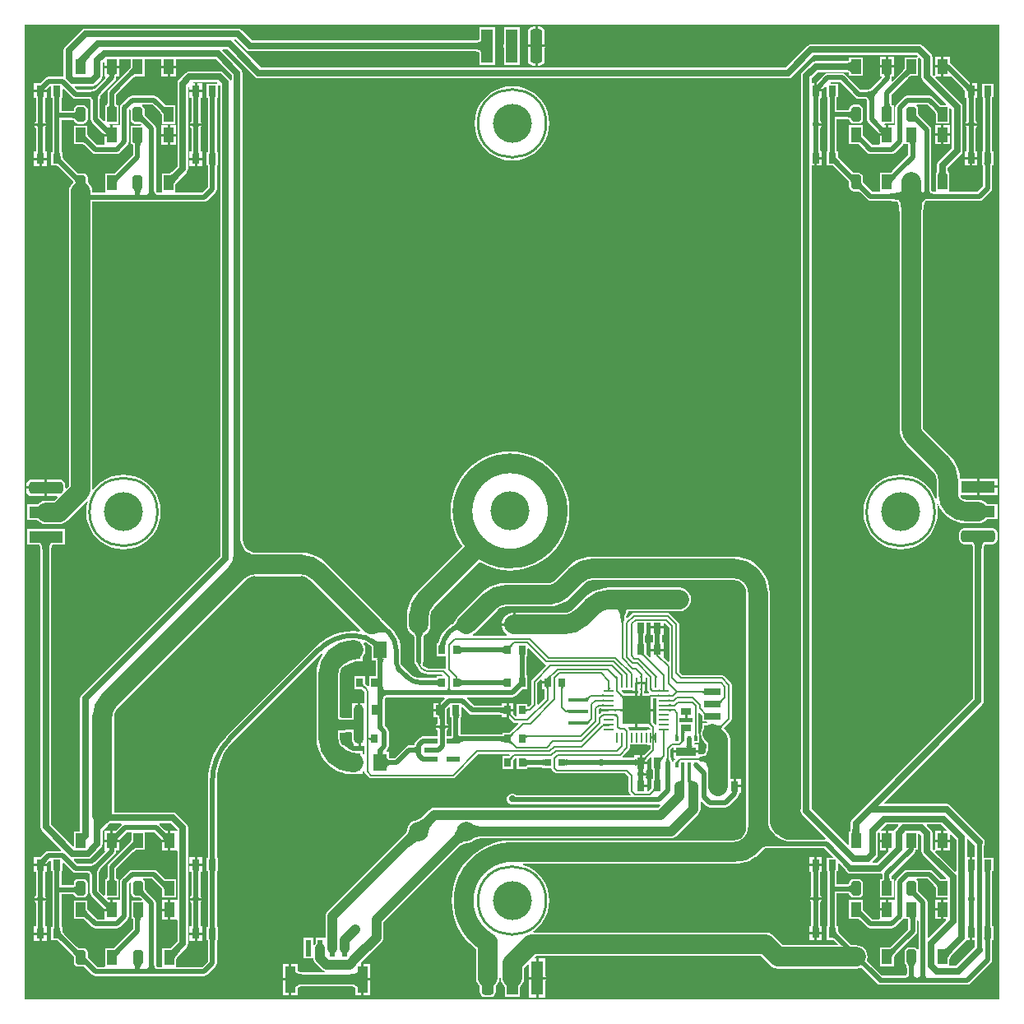
<source format=gtl>
G04*
G04 #@! TF.GenerationSoftware,Altium Limited,Altium Designer,21.0.9 (235)*
G04*
G04 Layer_Physical_Order=1*
G04 Layer_Color=255*
%FSLAX44Y44*%
%MOMM*%
G71*
G04*
G04 #@! TF.SameCoordinates,63E583B4-6D5A-4616-B716-78796777933C*
G04*
G04*
G04 #@! TF.FilePolarity,Positive*
G04*
G01*
G75*
%ADD10C,0.2000*%
%ADD11C,0.5000*%
%ADD13C,1.0000*%
%ADD14C,0.2540*%
%ADD17C,0.3000*%
%ADD21R,1.0000X2.7000*%
%ADD22R,0.6000X1.7000*%
%ADD23C,2.0000*%
%ADD24R,0.7000X0.9000*%
%ADD25R,0.8000X1.0000*%
%ADD26R,0.2600X1.0800*%
%ADD27R,3.0000X3.0000*%
%ADD28R,1.0800X0.2600*%
%ADD29R,1.0000X0.8000*%
%ADD30R,0.3000X0.5250*%
%ADD31R,1.0000X1.5000*%
G04:AMPARAMS|DCode=32|XSize=1.5mm|YSize=1mm|CornerRadius=0.25mm|HoleSize=0mm|Usage=FLASHONLY|Rotation=90.000|XOffset=0mm|YOffset=0mm|HoleType=Round|Shape=RoundedRectangle|*
%AMROUNDEDRECTD32*
21,1,1.5000,0.5000,0,0,90.0*
21,1,1.0000,1.0000,0,0,90.0*
1,1,0.5000,0.2500,0.5000*
1,1,0.5000,0.2500,-0.5000*
1,1,0.5000,-0.2500,-0.5000*
1,1,0.5000,-0.2500,0.5000*
%
%ADD32ROUNDEDRECTD32*%
G04:AMPARAMS|DCode=33|XSize=1.2mm|YSize=3.5mm|CornerRadius=0.3mm|HoleSize=0mm|Usage=FLASHONLY|Rotation=0.000|XOffset=0mm|YOffset=0mm|HoleType=Round|Shape=RoundedRectangle|*
%AMROUNDEDRECTD33*
21,1,1.2000,2.9000,0,0,0.0*
21,1,0.6000,3.5000,0,0,0.0*
1,1,0.6000,0.3000,-1.4500*
1,1,0.6000,-0.3000,-1.4500*
1,1,0.6000,-0.3000,1.4500*
1,1,0.6000,0.3000,1.4500*
%
%ADD33ROUNDEDRECTD33*%
%ADD34R,1.2000X3.5000*%
G04:AMPARAMS|DCode=35|XSize=1.2mm|YSize=3.5mm|CornerRadius=0.3mm|HoleSize=0mm|Usage=FLASHONLY|Rotation=270.000|XOffset=0mm|YOffset=0mm|HoleType=Round|Shape=RoundedRectangle|*
%AMROUNDEDRECTD35*
21,1,1.2000,2.9000,0,0,270.0*
21,1,0.6000,3.5000,0,0,270.0*
1,1,0.6000,-1.4500,-0.3000*
1,1,0.6000,-1.4500,0.3000*
1,1,0.6000,1.4500,0.3000*
1,1,0.6000,1.4500,-0.3000*
%
%ADD35ROUNDEDRECTD35*%
%ADD36R,3.5000X1.2000*%
%ADD37R,1.3800X1.8200*%
%ADD38R,1.3208X0.5588*%
%ADD39R,0.8000X0.8000*%
%ADD40R,2.0000X0.4000*%
%ADD64C,2.0000*%
%ADD65C,0.7000*%
%ADD66R,2.0000X0.9000*%
%ADD67C,4.0000*%
%ADD68R,1.7000X0.7000*%
%ADD69C,1.2700*%
%ADD70C,0.7000*%
G36*
X1002000Y-2000D02*
X-2000D01*
Y1002000D01*
X1002000D01*
Y-2000D01*
D02*
G37*
%LPC*%
G36*
X482197Y999222D02*
X466198D01*
Y986623D01*
X466186Y986511D01*
X466141Y986384D01*
X466065Y986271D01*
X465899Y986118D01*
X465580Y985923D01*
X465076Y985718D01*
X464382Y985532D01*
X463503Y985386D01*
X462856Y985329D01*
X232601D01*
X221965Y995965D01*
X220146Y997181D01*
X218000Y997608D01*
X61000D01*
X58854Y997181D01*
X57035Y995965D01*
X40035Y978965D01*
X38819Y977146D01*
X38392Y975000D01*
Y948798D01*
X37411Y947992D01*
X36927Y948088D01*
X23000D01*
X21244Y947739D01*
X19756Y946744D01*
X15328Y942316D01*
X14774Y941825D01*
X13996Y941205D01*
X13849Y941103D01*
X7960D01*
Y934833D01*
X14500D01*
X15148D01*
X10961Y938532D01*
X11370Y938269D01*
X11845Y938143D01*
X12386Y938154D01*
X12994Y938302D01*
X13668Y938587D01*
X14408Y939009D01*
X15214Y939568D01*
X16087Y940264D01*
X17027Y941097D01*
X18032Y942068D01*
X22005Y938969D01*
X20995Y937924D01*
X19414Y936060D01*
X18841Y935240D01*
X18608Y934833D01*
X21047D01*
X22307Y936318D01*
X24230Y938241D01*
X25500Y937715D01*
Y928637D01*
X25491Y928593D01*
X25500Y928549D01*
Y926563D01*
X26723D01*
X26763Y926395D01*
X26840Y925909D01*
X26912Y924935D01*
Y908000D01*
Y872003D01*
X26905Y871802D01*
X26844Y871179D01*
X26763Y870668D01*
X26723Y870500D01*
X25500D01*
Y868513D01*
X25491Y868469D01*
X25500Y868426D01*
Y856500D01*
X31592D01*
X32244Y856041D01*
X33780Y854731D01*
X47088Y841423D01*
X47524Y840927D01*
X47884Y840470D01*
X47942Y838942D01*
X47442Y838559D01*
X45518Y836052D01*
X44309Y833133D01*
X43896Y830000D01*
Y527013D01*
X41338Y524455D01*
X40164Y524941D01*
Y527998D01*
X39734Y530159D01*
X38510Y531992D01*
X36678Y533216D01*
X34516Y533646D01*
X22088D01*
X21286Y533861D01*
Y524998D01*
Y516134D01*
X22088Y516349D01*
X31573D01*
X32059Y515176D01*
X28584Y511701D01*
X20016D01*
X16883Y511289D01*
X13964Y510079D01*
X11458Y508156D01*
X11029Y507598D01*
X516D01*
Y491598D01*
X11029D01*
X11458Y491039D01*
X13964Y489116D01*
X16883Y487906D01*
X20016Y487494D01*
X33598D01*
X36730Y487906D01*
X39649Y489116D01*
X42156Y491039D01*
X61933Y510816D01*
X63085Y510171D01*
X62084Y506005D01*
X61612Y500000D01*
X62084Y493995D01*
X63491Y488137D01*
X65796Y482572D01*
X68943Y477436D01*
X72855Y472855D01*
X77436Y468943D01*
X82572Y465796D01*
X88137Y463490D01*
X93995Y462084D01*
X100000Y461612D01*
X106005Y462084D01*
X111863Y463490D01*
X117428Y465796D01*
X122564Y468943D01*
X127145Y472855D01*
X131057Y477436D01*
X134204Y482572D01*
X136510Y488137D01*
X137916Y493995D01*
X138388Y500000D01*
X137916Y506005D01*
X136510Y511863D01*
X134204Y517428D01*
X131057Y522564D01*
X127145Y527145D01*
X122564Y531057D01*
X117428Y534204D01*
X111863Y536510D01*
X106005Y537916D01*
X100000Y538388D01*
X93995Y537916D01*
X88137Y536510D01*
X82572Y534204D01*
X77436Y531057D01*
X72855Y527145D01*
X69373Y523068D01*
X68103Y523536D01*
Y819412D01*
X183000D01*
X184756Y819761D01*
X186244Y820756D01*
X194744Y829256D01*
X195739Y830744D01*
X196088Y832500D01*
Y854997D01*
X196095Y855198D01*
X196156Y855821D01*
X196237Y856332D01*
X196277Y856500D01*
X197500D01*
Y858487D01*
X197509Y858531D01*
X197500Y858574D01*
Y868426D01*
X197509Y868469D01*
X197500Y868513D01*
Y870500D01*
X196277D01*
X196237Y870668D01*
X196160Y871154D01*
X196088Y872128D01*
Y925060D01*
X196095Y925260D01*
X196156Y925884D01*
X196237Y926395D01*
X196277Y926563D01*
X197500D01*
Y928549D01*
X197509Y928593D01*
X197500Y928637D01*
Y939140D01*
X198688Y939739D01*
X198770Y939742D01*
X199392Y939262D01*
Y454323D01*
X57035Y311965D01*
X55819Y310146D01*
X55392Y308000D01*
Y171000D01*
X49000D01*
Y156590D01*
X47827Y156104D01*
X25624Y178307D01*
Y462856D01*
X25680Y463502D01*
X25826Y464382D01*
X26013Y465076D01*
X26218Y465580D01*
X26412Y465899D01*
X26565Y466065D01*
X26678Y466141D01*
X26805Y466186D01*
X26918Y466198D01*
X39516D01*
Y482197D01*
X22422D01*
X21115Y482547D01*
X18917D01*
X17610Y482197D01*
X516D01*
Y466198D01*
X13114D01*
X13227Y466186D01*
X13354Y466141D01*
X13467Y466065D01*
X13620Y465899D01*
X13814Y465580D01*
X14019Y465076D01*
X14206Y464382D01*
X14352Y463503D01*
X14408Y462856D01*
Y175984D01*
X14835Y173838D01*
X16051Y172019D01*
X35808Y152261D01*
X35322Y151088D01*
X23000D01*
X21244Y150739D01*
X19756Y149744D01*
X16085Y146074D01*
X15157Y145212D01*
X14385Y144594D01*
X14307Y144540D01*
X7960D01*
Y138270D01*
X14500D01*
X15098D01*
X11399Y141969D01*
X11787Y141687D01*
X12247Y141545D01*
X12777D01*
X13378Y141687D01*
X14050Y141969D01*
X14793Y142394D01*
X15606Y142959D01*
X16490Y143667D01*
X18470Y145505D01*
X22005Y141969D01*
X21015Y140944D01*
X19459Y139106D01*
X18894Y138293D01*
X18881Y138270D01*
X21423D01*
X22331Y139342D01*
X24230Y141241D01*
X25500Y140715D01*
Y132074D01*
X25491Y132030D01*
X25500Y131987D01*
Y130000D01*
X26723D01*
X26763Y129832D01*
X26840Y129346D01*
X26912Y128372D01*
Y111000D01*
Y74503D01*
X26905Y74302D01*
X26844Y73679D01*
X26763Y73168D01*
X26723Y73000D01*
X25500D01*
Y71013D01*
X25491Y70970D01*
X25500Y70926D01*
Y59000D01*
X32116D01*
X32689Y58595D01*
X34253Y57258D01*
X47117Y44394D01*
X47566Y43885D01*
X48150Y43146D01*
X48602Y42489D01*
X48912Y41944D01*
Y36500D01*
X49261Y34744D01*
X50256Y33256D01*
X51744Y32261D01*
X53500Y31912D01*
X58500D01*
X59192Y32050D01*
X59336Y31951D01*
X60823Y30689D01*
X67756Y23756D01*
X69244Y22761D01*
X71000Y22412D01*
X183000D01*
X184756Y22761D01*
X186244Y23756D01*
X194744Y32256D01*
X195739Y33744D01*
X196088Y35500D01*
Y57497D01*
X196095Y57698D01*
X196156Y58321D01*
X196237Y58832D01*
X196277Y59000D01*
X197500D01*
Y60987D01*
X197509Y61031D01*
X197500Y61074D01*
Y70926D01*
X197509Y70970D01*
X197500Y71013D01*
Y73000D01*
X196277D01*
X196237Y73168D01*
X196160Y73654D01*
X196088Y74628D01*
Y128497D01*
X196095Y128698D01*
X196156Y129321D01*
X196237Y129832D01*
X196277Y130000D01*
X197500D01*
Y131987D01*
X197509Y132030D01*
X197500Y132074D01*
Y141926D01*
X197509Y141969D01*
X197500Y142013D01*
Y144000D01*
X196277D01*
X196237Y144168D01*
X196160Y144654D01*
X196088Y145628D01*
Y223136D01*
X196026Y223449D01*
X196491Y230541D01*
X197938Y237818D01*
X200324Y244845D01*
X203606Y251500D01*
X207728Y257670D01*
X211782Y262293D01*
X212680Y263191D01*
X213578Y264089D01*
X304148Y354660D01*
X304364Y354658D01*
X305071Y353382D01*
X304291Y352108D01*
X304180Y351997D01*
X304161Y351952D01*
X304129Y351916D01*
X304065Y351740D01*
X302773Y349632D01*
X300520Y344193D01*
X299146Y338469D01*
X298684Y332600D01*
X298696D01*
Y280800D01*
Y267400D01*
X298684D01*
X299146Y261531D01*
X300520Y255807D01*
X302773Y250368D01*
X304065Y248260D01*
X304129Y248084D01*
X304133Y248079D01*
X304135Y248073D01*
X304269Y247928D01*
X305849Y245349D01*
X309672Y240872D01*
X314149Y237049D01*
X319168Y233973D01*
X324607Y231721D01*
X327560Y231012D01*
Y230360D01*
X330274D01*
X330331Y230346D01*
X336200Y229884D01*
Y229896D01*
X337000D01*
X340133Y230309D01*
X340256Y230360D01*
X346440D01*
Y233640D01*
X346710Y233834D01*
X346725Y233834D01*
X348029Y233217D01*
X348297Y231870D01*
X349388Y230238D01*
X349403Y230253D01*
X349423Y230251D01*
X349423Y230251D01*
X352837Y226837D01*
X353830Y226174D01*
X355000Y225941D01*
X439000D01*
X439000Y225941D01*
X440171Y226174D01*
X441163Y226837D01*
X464935Y250609D01*
X497124D01*
X497610Y249436D01*
X497167Y248992D01*
X496845Y248694D01*
X496604Y248501D01*
X496603Y248500D01*
X496185D01*
X496141Y248509D01*
X496097Y248500D01*
X490000D01*
Y235500D01*
X501000D01*
Y243597D01*
X501009Y243641D01*
X501000Y243685D01*
Y244099D01*
X501415Y244590D01*
X503207Y246381D01*
X505000D01*
Y235500D01*
X513926D01*
X513970Y235491D01*
X514013Y235500D01*
X516000D01*
Y237117D01*
X516295Y237212D01*
X516732Y237304D01*
X517822Y237412D01*
X529016D01*
X529884Y237359D01*
X530396Y237291D01*
X530500Y237270D01*
Y236242D01*
X532487D01*
X532531Y236233D01*
X532574Y236242D01*
X540493D01*
X540674Y235329D01*
X541337Y234337D01*
X543837Y231837D01*
X544830Y231174D01*
X546000Y230941D01*
X546000Y230941D01*
X616733D01*
X620056Y227618D01*
Y212782D01*
X620056Y212782D01*
X620289Y211611D01*
X620952Y210619D01*
X622114Y209457D01*
X621628Y208284D01*
X504294D01*
X503316Y209263D01*
X501294Y210100D01*
X499106D01*
X497085Y209263D01*
X495537Y207715D01*
X494700Y205694D01*
Y203506D01*
X495537Y201485D01*
X497085Y199937D01*
X499106Y199100D01*
X501294D01*
X501313Y199108D01*
X650759D01*
X651147Y199185D01*
X652533Y198166D01*
X652567Y197852D01*
X650103Y195388D01*
X419927D01*
X418100Y195147D01*
X416397Y194442D01*
X414935Y193320D01*
X410097Y188482D01*
X410014Y188401D01*
X408868Y187349D01*
X406691Y185552D01*
X405727Y184857D01*
X404813Y184270D01*
X403970Y183801D01*
X403205Y183448D01*
X402526Y183207D01*
X402497Y183200D01*
X402410D01*
X399358Y182382D01*
X396622Y180802D01*
X394388Y178568D01*
X392808Y175832D01*
X391990Y172780D01*
Y172693D01*
X391983Y172664D01*
X391742Y171985D01*
X391389Y171220D01*
X390920Y170378D01*
X390333Y169463D01*
X389649Y168514D01*
X386766Y165152D01*
X386708Y165093D01*
X310158Y88542D01*
X309035Y87080D01*
X308330Y85377D01*
X308090Y83550D01*
Y62538D01*
X307650Y61450D01*
X297650D01*
Y55933D01*
X296535Y54480D01*
X296420Y54201D01*
X295150Y54454D01*
Y61450D01*
X285150D01*
Y40450D01*
X294389D01*
X295168Y40418D01*
X295719Y39416D01*
X295830Y38573D01*
X296535Y36870D01*
X297658Y35408D01*
X303908Y29158D01*
X305370Y28036D01*
X307073Y27330D01*
X307451Y27280D01*
X307368Y26010D01*
X285841D01*
X284836Y26037D01*
X283277Y26174D01*
X281953Y26395D01*
X280873Y26686D01*
X280043Y27025D01*
X279457Y27383D01*
X279190Y27632D01*
Y34990D01*
X272920D01*
Y18950D01*
Y2910D01*
X279190D01*
Y10268D01*
X279457Y10517D01*
X280043Y10875D01*
X280873Y11214D01*
X281953Y11505D01*
X283277Y11726D01*
X284836Y11863D01*
X285841Y11890D01*
X331962D01*
X332970Y11863D01*
X334535Y11725D01*
X335864Y11505D01*
X336948Y11214D01*
X337782Y10874D01*
X338371Y10515D01*
X338610Y10293D01*
Y2910D01*
X344880D01*
Y18950D01*
Y35783D01*
X344786Y36260D01*
X365692Y57166D01*
X366814Y58628D01*
X367520Y60331D01*
X367760Y62159D01*
Y77776D01*
X444087Y154102D01*
X444555Y154549D01*
X445651Y155495D01*
X446731Y156328D01*
X447795Y157051D01*
X448840Y157663D01*
X449866Y158169D01*
X450872Y158571D01*
X451861Y158872D01*
X452832Y159075D01*
X453888Y159195D01*
X453902Y159200D01*
X454580D01*
X457632Y160018D01*
X460368Y161598D01*
X460609Y161838D01*
X460979Y162092D01*
X461716Y162495D01*
X462565Y162865D01*
X463528Y163195D01*
X464604Y163482D01*
X465794Y163722D01*
X467073Y163909D01*
X470052Y164133D01*
X470444Y164140D01*
X664000D01*
X665827Y164380D01*
X667530Y165086D01*
X668992Y166208D01*
X691860Y189075D01*
X692982Y190537D01*
X693687Y192240D01*
X693928Y194067D01*
Y201787D01*
X695198Y202313D01*
X700456Y197056D01*
X701944Y196061D01*
X703700Y195712D01*
X719700D01*
X721456Y196061D01*
X722944Y197056D01*
X732562Y206673D01*
X733557Y208162D01*
X733906Y209918D01*
Y210460D01*
X735858D01*
Y216730D01*
X729318D01*
Y218000D01*
X728048D01*
Y225540D01*
X724421D01*
Y245788D01*
Y266082D01*
X724009Y269215D01*
X722800Y272134D01*
X720876Y274641D01*
X717922Y277596D01*
X725163Y284837D01*
X725826Y285830D01*
X726059Y287000D01*
X726059Y287000D01*
Y322000D01*
X725826Y323171D01*
X725163Y324163D01*
X718163Y331163D01*
X717171Y331826D01*
X716000Y332059D01*
X716000Y332059D01*
X675267D01*
X672059Y335267D01*
Y384000D01*
X671826Y385171D01*
X671163Y386163D01*
X671163Y386163D01*
X662163Y395163D01*
X661171Y395826D01*
X660000Y396059D01*
X660000Y396059D01*
X625343D01*
X624173Y395826D01*
X623180Y395163D01*
X623180Y395163D01*
X618733Y390715D01*
X617602Y391294D01*
X617617Y391384D01*
X618133Y393645D01*
X618754Y395672D01*
X619475Y397467D01*
X619698Y397896D01*
X672201D01*
X675334Y398309D01*
X678253Y399518D01*
X680760Y401441D01*
X682683Y403948D01*
X683892Y406867D01*
X684305Y410000D01*
X683892Y413133D01*
X682683Y416052D01*
X680760Y418559D01*
X678253Y420482D01*
X675334Y421691D01*
X672201Y422104D01*
X600521D01*
Y422116D01*
X594652Y421654D01*
X588928Y420280D01*
X583489Y418027D01*
X578470Y414951D01*
X573993Y411128D01*
X574002Y411119D01*
X562881Y399998D01*
X562668Y399721D01*
X560173Y397806D01*
X556944Y396469D01*
X553825Y396058D01*
X553479Y396104D01*
X505380D01*
X503751Y396540D01*
X503370D01*
Y384000D01*
X502100D01*
Y382730D01*
X489560D01*
Y382349D01*
X490415Y379160D01*
X492066Y376300D01*
X494400Y373965D01*
X494712Y373786D01*
X494383Y372559D01*
X459888D01*
X459457Y373829D01*
X459681Y374001D01*
X460368Y374398D01*
X460929Y374958D01*
X461559Y375442D01*
X485119Y399002D01*
X485331Y399279D01*
X487827Y401194D01*
X491056Y402531D01*
X494175Y402942D01*
X494521Y402896D01*
X538929D01*
X539187Y402930D01*
X543491Y403269D01*
X547940Y404337D01*
X552168Y406088D01*
X556069Y408479D01*
X559352Y411283D01*
X559558Y411441D01*
X574119Y426002D01*
X574331Y426279D01*
X576827Y428194D01*
X580056Y429531D01*
X583175Y429942D01*
X583521Y429896D01*
X727800D01*
X728146Y429942D01*
X731265Y429531D01*
X734494Y428194D01*
X737266Y426066D01*
X739394Y423294D01*
X740731Y420065D01*
X741142Y416946D01*
X741096Y416600D01*
Y175398D01*
X741142Y175053D01*
X740731Y171933D01*
X739394Y168705D01*
X737266Y165932D01*
X734494Y163804D01*
X731265Y162467D01*
X728146Y162056D01*
X727800Y162102D01*
X500403D01*
X500260Y162083D01*
X500000Y162098D01*
X499824Y162088D01*
X499710Y162103D01*
X499640Y162094D01*
X499428Y162066D01*
X493047Y161707D01*
X486182Y160541D01*
X479490Y158613D01*
X473057Y155948D01*
X466962Y152580D01*
X461283Y148550D01*
X456090Y143910D01*
X451450Y138717D01*
X447420Y133038D01*
X444052Y126943D01*
X441387Y120510D01*
X439459Y113818D01*
X438293Y106953D01*
X437902Y100000D01*
X438293Y93047D01*
X439459Y86182D01*
X441387Y79490D01*
X444052Y73057D01*
X447420Y66962D01*
X451450Y61283D01*
X456090Y56090D01*
X461283Y51450D01*
X463023Y50215D01*
X462899Y20329D01*
X463298Y17194D01*
X464495Y14270D01*
X466408Y11755D01*
X466904Y11372D01*
Y5778D01*
X467293Y3828D01*
X468398Y2174D01*
X470051Y1068D01*
X472002Y680D01*
X478002D01*
X479953Y1068D01*
X481607Y2174D01*
X482712Y3828D01*
X483100Y5778D01*
Y11361D01*
X483525Y11684D01*
X485459Y14183D01*
X486680Y17097D01*
X487065Y19924D01*
X488346Y19921D01*
X488711Y17146D01*
X489920Y14227D01*
X491844Y11720D01*
X492402Y11291D01*
Y778D01*
X508402D01*
Y11291D01*
X508961Y11720D01*
X510884Y14227D01*
X512094Y17146D01*
X512506Y20278D01*
Y30389D01*
X516089Y33972D01*
X517262Y33486D01*
Y22755D01*
X516939Y21548D01*
X524532D01*
Y40318D01*
X524095D01*
X523609Y41492D01*
X525014Y42896D01*
X755986D01*
X765442Y33442D01*
X767948Y31518D01*
X770867Y30309D01*
X774000Y29896D01*
X854000D01*
X857133Y30309D01*
X859303Y31208D01*
X874260Y16252D01*
X874261Y16244D01*
X875256Y14756D01*
X876744Y13761D01*
X878500Y13412D01*
X968284D01*
X970040Y13761D01*
X971529Y14756D01*
X992744Y35971D01*
X993739Y37460D01*
X994088Y39216D01*
Y57997D01*
X994095Y58198D01*
X994156Y58821D01*
X994237Y59332D01*
X994277Y59500D01*
X995500D01*
Y61487D01*
X995509Y61530D01*
X995500Y61574D01*
Y71426D01*
X995509Y71469D01*
X995500Y71513D01*
Y73500D01*
X994277D01*
X994237Y73668D01*
X994160Y74154D01*
X994088Y75128D01*
Y128497D01*
X994095Y128698D01*
X994156Y129321D01*
X994237Y129832D01*
X994277Y130000D01*
X995500D01*
Y131987D01*
X995509Y132030D01*
X995500Y132074D01*
Y144000D01*
X985588D01*
Y156967D01*
X986181Y157854D01*
X986608Y160000D01*
X986181Y162146D01*
X984965Y163965D01*
X950965Y197965D01*
X949146Y199181D01*
X947000Y199608D01*
X883470Y199608D01*
X882984Y200781D01*
X983965Y301763D01*
X985181Y303582D01*
X985608Y305728D01*
Y463636D01*
X985665Y464282D01*
X985810Y465161D01*
X985997Y465856D01*
X986202Y466360D01*
X986396Y466679D01*
X986549Y466844D01*
X986639Y466904D01*
X994484D01*
X996435Y467293D01*
X998089Y468398D01*
X999194Y470051D01*
X999582Y472002D01*
Y478002D01*
X999194Y479953D01*
X998089Y481607D01*
X996435Y482712D01*
X994484Y483100D01*
X982024D01*
X981083Y483352D01*
X978885D01*
X977944Y483100D01*
X965484D01*
X963533Y482712D01*
X961879Y481607D01*
X960774Y479953D01*
X960386Y478002D01*
Y472002D01*
X960774Y470051D01*
X961879Y468398D01*
X963533Y467293D01*
X965484Y466904D01*
X973361D01*
X973451Y466844D01*
X973604Y466679D01*
X973798Y466360D01*
X974003Y465856D01*
X974190Y465161D01*
X974335Y464282D01*
X974392Y463636D01*
Y308051D01*
X850035Y183693D01*
X848819Y181874D01*
X848392Y179728D01*
Y173667D01*
X848335Y172568D01*
X848245Y171777D01*
X848137Y171146D01*
X848099Y171000D01*
X847000D01*
Y169013D01*
X846991Y168969D01*
X847000Y168926D01*
Y157590D01*
X845827Y157104D01*
X808608Y194323D01*
Y856460D01*
X811230D01*
Y864000D01*
X812500D01*
Y865270D01*
X819040D01*
Y871540D01*
X817497D01*
X817416Y872604D01*
Y895064D01*
X817948Y895596D01*
X818839Y897748D01*
X812827D01*
Y900288D01*
X818839D01*
X817948Y902439D01*
X817416Y902971D01*
Y925580D01*
X817462Y926397D01*
X817470Y926460D01*
X819040D01*
Y932730D01*
X816051D01*
X816046Y932457D01*
X816173Y931989D01*
X816439Y931589D01*
X815394Y932730D01*
X812500D01*
Y934000D01*
X811230D01*
Y937277D01*
X809708Y938939D01*
X810080Y938645D01*
X810527Y938496D01*
X811048Y938492D01*
X811230Y938534D01*
Y941540D01*
X808608D01*
Y946677D01*
X814823Y952892D01*
X843659D01*
X844305Y952835D01*
X845184Y952690D01*
X845879Y952503D01*
X846383Y952298D01*
X846702Y952104D01*
X846868Y951951D01*
X846943Y951838D01*
X846988Y951711D01*
X847000Y951598D01*
Y949000D01*
X861000D01*
Y968000D01*
X847000D01*
Y965402D01*
X846988Y965289D01*
X846943Y965162D01*
X846868Y965049D01*
X846702Y964896D01*
X846383Y964702D01*
X845879Y964497D01*
X845184Y964310D01*
X844305Y964165D01*
X843659Y964108D01*
X812500D01*
X810354Y963681D01*
X808535Y962465D01*
X807035Y960965D01*
X807035Y960965D01*
X799035Y952965D01*
X797819Y951146D01*
X797392Y949000D01*
Y194755D01*
X797319Y194646D01*
X796892Y192500D01*
X797319Y190354D01*
X798535Y188535D01*
X822845Y164225D01*
X822319Y162955D01*
X783317D01*
X780847Y163446D01*
X777099Y164999D01*
X773683Y167281D01*
X772178Y168645D01*
X771516Y169307D01*
X769977Y171005D01*
X767406Y174853D01*
X765655Y179082D01*
X765303Y180846D01*
Y416600D01*
X765316D01*
X764854Y422469D01*
X763480Y428193D01*
X761227Y433632D01*
X758151Y438651D01*
X754327Y443128D01*
X749851Y446951D01*
X744832Y450027D01*
X739393Y452280D01*
X733669Y453654D01*
X727800Y454116D01*
Y454104D01*
X583521D01*
Y454116D01*
X577652Y453654D01*
X571928Y452280D01*
X566489Y450027D01*
X561470Y446951D01*
X556993Y443128D01*
X557002Y443119D01*
X542441Y428559D01*
X542305Y428381D01*
X540858Y427414D01*
X539151Y427074D01*
X538929Y427104D01*
X494521D01*
Y427116D01*
X488652Y426654D01*
X482928Y425280D01*
X477489Y423027D01*
X472470Y419951D01*
X467994Y416128D01*
X468002Y416119D01*
X444442Y392559D01*
X443959Y391929D01*
X443398Y391368D01*
X443001Y390681D01*
X442518Y390052D01*
X442215Y389319D01*
X441818Y388632D01*
X441654Y388021D01*
X441536Y387742D01*
X441398Y387501D01*
X441187Y387207D01*
X440897Y386868D01*
X440527Y386492D01*
X440108Y386114D01*
X438214Y384699D01*
X437456Y384210D01*
X437438Y384192D01*
X437415Y384182D01*
X437310Y384076D01*
X435813Y383159D01*
X432425Y380265D01*
X432421Y380263D01*
X432415Y380269D01*
X429206Y376511D01*
X426623Y372298D01*
X424732Y367732D01*
X424440Y366516D01*
X424122Y365543D01*
X423916Y365027D01*
X423725Y364619D01*
X423658Y364500D01*
X422288D01*
Y362513D01*
X422279Y362469D01*
X422288Y362426D01*
Y351500D01*
X431941D01*
Y339110D01*
X431940Y339109D01*
X430671Y338491D01*
X430171Y338826D01*
X429000Y339059D01*
X429000Y339059D01*
X414243D01*
Y339066D01*
X412385Y339310D01*
X410654Y340027D01*
X409168Y341168D01*
X408191Y342440D01*
X408097Y342644D01*
X408003Y342940D01*
X407954Y343220D01*
X407943Y343496D01*
X407972Y343785D01*
X408045Y344099D01*
X408124Y344315D01*
X408239Y344487D01*
X408588Y346243D01*
Y370375D01*
X408624Y370768D01*
X408723Y371371D01*
X408854Y371891D01*
X409010Y372330D01*
X409184Y372692D01*
X409371Y372985D01*
X409570Y373221D01*
X409777Y373408D01*
X410042Y373518D01*
X410671Y374001D01*
X411358Y374398D01*
X411919Y374958D01*
X412549Y375442D01*
X413032Y376071D01*
X413592Y376632D01*
X413989Y377319D01*
X414472Y377948D01*
X414776Y378681D01*
X415172Y379368D01*
X415378Y380134D01*
X415681Y380867D01*
X415785Y381654D01*
X415990Y382420D01*
Y383213D01*
X416094Y384000D01*
Y392469D01*
X416048Y392815D01*
X416459Y395934D01*
X417796Y399163D01*
X419711Y401659D01*
X419988Y401871D01*
X466645Y448528D01*
X471451Y445872D01*
X477791Y443246D01*
X484384Y441346D01*
X491149Y440197D01*
X498000Y439812D01*
X504851Y440197D01*
X511616Y441346D01*
X518209Y443246D01*
X524548Y445872D01*
X530554Y449191D01*
X536150Y453161D01*
X541267Y457733D01*
X545839Y462850D01*
X549809Y468446D01*
X553129Y474451D01*
X555754Y480791D01*
X557654Y487384D01*
X558803Y494149D01*
X559188Y501000D01*
X558803Y507851D01*
X557654Y514616D01*
X555754Y521209D01*
X553129Y527548D01*
X549809Y533554D01*
X545839Y539150D01*
X541267Y544267D01*
X536150Y548839D01*
X530554Y552809D01*
X524548Y556129D01*
X518209Y558754D01*
X511616Y560654D01*
X504851Y561803D01*
X498000Y562188D01*
X491149Y561803D01*
X484384Y560654D01*
X477791Y558754D01*
X471451Y556129D01*
X465446Y552809D01*
X459850Y548839D01*
X454734Y544267D01*
X450161Y539150D01*
X446191Y533554D01*
X442872Y527548D01*
X440246Y521209D01*
X438346Y514616D01*
X437197Y507851D01*
X436812Y501000D01*
X437197Y494149D01*
X438346Y487384D01*
X440246Y480791D01*
X442872Y474451D01*
X446191Y468446D01*
X448738Y464855D01*
X402871Y418988D01*
X402863Y418997D01*
X399039Y414520D01*
X395963Y409501D01*
X393711Y404062D01*
X392336Y398338D01*
X391874Y392469D01*
X391886D01*
Y384000D01*
X391990Y383213D01*
Y382420D01*
X392195Y381654D01*
X392299Y380867D01*
X392603Y380134D01*
X392808Y379368D01*
X393204Y378681D01*
X393508Y377948D01*
X393991Y377319D01*
X394388Y376632D01*
X394949Y376071D01*
X395432Y375442D01*
X396061Y374958D01*
X396622Y374398D01*
X397309Y374001D01*
X397938Y373518D01*
X398218Y373402D01*
X398431Y373211D01*
X398629Y372976D01*
X398816Y372684D01*
X398990Y372323D01*
X399146Y371885D01*
X399277Y371365D01*
X399376Y370762D01*
X399412Y370369D01*
Y346243D01*
X399761Y344487D01*
X400756Y342998D01*
X401381Y342581D01*
X401603Y342153D01*
X402675Y339564D01*
X403522Y338461D01*
X403543Y338421D01*
X403598Y338352D01*
X403630Y338270D01*
X403830Y338060D01*
X404798Y336798D01*
X407564Y334675D01*
X410786Y333341D01*
X414243Y332886D01*
Y332941D01*
X427733D01*
X428601Y332073D01*
X428115Y330900D01*
X424362D01*
X424319Y330909D01*
X424275Y330900D01*
X422288D01*
Y329283D01*
X421993Y329188D01*
X421556Y329095D01*
X420466Y328988D01*
X405520D01*
X405259Y328936D01*
X401736Y329400D01*
X398211Y330860D01*
X395392Y333023D01*
X395244Y333244D01*
X386244Y342244D01*
X386235Y342251D01*
X385755Y342970D01*
X385586Y343818D01*
X385588Y343828D01*
Y357083D01*
X385599D01*
X385203Y362113D01*
X384026Y367018D01*
X382095Y371679D01*
X379459Y375980D01*
X376985Y378877D01*
X376183Y379817D01*
X376183Y379817D01*
X376178Y379812D01*
X375200Y380647D01*
X375143Y380726D01*
X367015Y388329D01*
X365761Y389620D01*
X365531Y389886D01*
X365462Y390052D01*
X364979Y390681D01*
X364582Y391368D01*
X364021Y391929D01*
X363539Y392559D01*
X308978Y447119D01*
X308987Y447128D01*
X304510Y450951D01*
X299491Y454027D01*
X294052Y456279D01*
X288328Y457654D01*
X282459Y458116D01*
Y458104D01*
X235521D01*
Y458116D01*
X234994Y458074D01*
X234569Y458095D01*
X232287Y458549D01*
X230185Y459420D01*
X228251Y460712D01*
X227444Y461443D01*
X226351Y462649D01*
X224463Y465475D01*
X223182Y468568D01*
X222608Y471454D01*
Y952000D01*
X222181Y954146D01*
X220965Y955965D01*
X201808Y975122D01*
X202334Y976392D01*
X206677D01*
X235035Y948035D01*
X236854Y946819D01*
X239000Y946392D01*
X784000D01*
X786146Y946819D01*
X787965Y948035D01*
X810323Y970392D01*
X916677D01*
X917800Y969270D01*
X917273Y968000D01*
X904000D01*
Y956572D01*
X903830Y956276D01*
X903375Y955621D01*
X902149Y954170D01*
X891174Y943196D01*
X890188Y944005D01*
X890566Y944572D01*
X890916Y946327D01*
Y947482D01*
X890940Y947786D01*
X891022Y948329D01*
X891055Y948460D01*
X893540D01*
Y957230D01*
X886000D01*
X878460D01*
Y948460D01*
X880175D01*
X880701Y947190D01*
X870320Y936808D01*
X869815Y936405D01*
X869169Y935965D01*
X868503Y935587D01*
X867817Y935269D01*
X867107Y935009D01*
X866370Y934806D01*
X865602Y934659D01*
X864959Y934588D01*
X858901D01*
X843244Y950244D01*
X841756Y951239D01*
X840000Y951588D01*
X824810D01*
X823054Y951239D01*
X821565Y950244D01*
X814371Y943050D01*
X813770Y942491D01*
Y939843D01*
X813877Y939918D01*
X814770Y940636D01*
X816779Y942505D01*
X820005Y938660D01*
X819026Y937645D01*
X817483Y935822D01*
X817098Y935270D01*
X819687D01*
X820339Y936041D01*
X822327Y938028D01*
X823500Y937542D01*
Y929074D01*
X823491Y929031D01*
X823500Y928987D01*
Y927000D01*
X824723D01*
X824763Y926832D01*
X824840Y926346D01*
X824912Y925372D01*
Y909000D01*
Y872503D01*
X824905Y872302D01*
X824844Y871679D01*
X824763Y871168D01*
X824723Y871000D01*
X823500D01*
Y869013D01*
X823491Y868969D01*
X823500Y868926D01*
Y857000D01*
X830116D01*
X830689Y856596D01*
X832253Y855258D01*
X845117Y842394D01*
X845566Y841885D01*
X846150Y841146D01*
X846602Y840489D01*
X846912Y839944D01*
Y834500D01*
X847261Y832744D01*
X848256Y831256D01*
X849744Y830261D01*
X851500Y829912D01*
X856500D01*
X857192Y830050D01*
X857336Y829950D01*
X858823Y828689D01*
X865756Y821756D01*
X867244Y820761D01*
X869000Y820412D01*
X884822D01*
X887850Y820282D01*
X893320Y819746D01*
X895581Y819357D01*
X897091Y819000D01*
X897291Y818569D01*
X897772Y816997D01*
X898188Y814959D01*
X898519Y812500D01*
X898896Y806466D01*
Y586000D01*
X898884D01*
X899348Y581281D01*
X900725Y576744D01*
X902960Y572562D01*
X905968Y568897D01*
X905968Y568897D01*
X906875Y568008D01*
X933002Y541881D01*
X933279Y541669D01*
X935194Y539173D01*
X936531Y535944D01*
X936942Y532825D01*
X936896Y532479D01*
Y518071D01*
X936930Y517813D01*
X937269Y513509D01*
X937362Y513124D01*
X936150Y512730D01*
X934204Y517428D01*
X931057Y522564D01*
X927145Y527145D01*
X922564Y531057D01*
X917428Y534204D01*
X911863Y536510D01*
X906005Y537916D01*
X900000Y538388D01*
X893995Y537916D01*
X888137Y536510D01*
X882572Y534204D01*
X877436Y531057D01*
X872855Y527145D01*
X868943Y522564D01*
X865796Y517428D01*
X863491Y511863D01*
X862084Y506005D01*
X861612Y500000D01*
X862084Y493995D01*
X863491Y488137D01*
X865796Y482572D01*
X868943Y477436D01*
X872855Y472855D01*
X877436Y468943D01*
X882572Y465796D01*
X888137Y463490D01*
X893995Y462084D01*
X900000Y461612D01*
X906005Y462084D01*
X911863Y463490D01*
X917428Y465796D01*
X922564Y468943D01*
X927145Y472855D01*
X931057Y477436D01*
X934204Y482572D01*
X936509Y488137D01*
X937916Y493995D01*
X938388Y500000D01*
X937916Y506005D01*
X937485Y507798D01*
X938697Y508192D01*
X940089Y504832D01*
X942479Y500931D01*
X945283Y497648D01*
X945442Y497441D01*
X945553Y497356D01*
X949170Y494266D01*
X953346Y491708D01*
X957870Y489834D01*
X962632Y488690D01*
X967375Y488317D01*
X967514Y488299D01*
X979984D01*
X983117Y488711D01*
X986036Y489920D01*
X988542Y491844D01*
X988971Y492402D01*
X999484D01*
Y508402D01*
X988971D01*
X988542Y508961D01*
X986036Y510884D01*
X983117Y512094D01*
X979984Y512506D01*
X967514D01*
X967374Y512488D01*
X965691Y512709D01*
X963991Y513413D01*
X962644Y514447D01*
X962559Y514558D01*
X962381Y514695D01*
X961514Y515992D01*
X961686Y516646D01*
X962192Y517262D01*
X977507D01*
X978714Y516939D01*
Y525802D01*
Y534666D01*
X977507Y534342D01*
X960969D01*
X960654Y538348D01*
X959279Y544072D01*
X957027Y549511D01*
X953951Y554530D01*
X950128Y559007D01*
X950119Y558998D01*
X923127Y585990D01*
X923132Y586000D01*
X923114Y586043D01*
X923104Y586047D01*
Y806388D01*
X923822Y815010D01*
X924229Y816997D01*
X924709Y818569D01*
X925210Y819648D01*
X925467Y819991D01*
X925738Y820112D01*
X926331Y820325D01*
X926688Y820412D01*
X981000D01*
X982756Y820761D01*
X984244Y821756D01*
X992744Y830256D01*
X993739Y831744D01*
X994088Y833500D01*
Y855497D01*
X994095Y855698D01*
X994156Y856321D01*
X994237Y856832D01*
X994277Y857000D01*
X995500D01*
Y858987D01*
X995509Y859031D01*
X995500Y859074D01*
Y868926D01*
X995509Y868969D01*
X995500Y869013D01*
Y871000D01*
X994277D01*
X994237Y871168D01*
X994160Y871654D01*
X994088Y872628D01*
Y925497D01*
X994095Y925698D01*
X994156Y926321D01*
X994237Y926832D01*
X994277Y927000D01*
X995500D01*
Y928987D01*
X995509Y929031D01*
X995500Y929074D01*
Y941000D01*
X983500D01*
Y929074D01*
X983491Y929031D01*
X983500Y928987D01*
Y927000D01*
X984723D01*
X984763Y926832D01*
X984840Y926346D01*
X984912Y925372D01*
Y872503D01*
X984905Y872302D01*
X984844Y871679D01*
X984763Y871168D01*
X984723Y871000D01*
X983500D01*
Y869013D01*
X983491Y868969D01*
X983500Y868926D01*
Y859074D01*
X983491Y859031D01*
X983500Y858987D01*
Y857000D01*
X984723D01*
X984763Y856832D01*
X984840Y856346D01*
X984912Y855372D01*
Y835400D01*
X979100Y829588D01*
X951099D01*
X950000Y830000D01*
Y846926D01*
X950009Y846970D01*
X950000Y847013D01*
Y849000D01*
X948901D01*
X948863Y849146D01*
X948762Y849734D01*
X948608Y851941D01*
Y854677D01*
X961965Y868035D01*
X963181Y869854D01*
X963608Y872000D01*
Y917000D01*
X963181Y919146D01*
X961965Y920965D01*
X935741Y947190D01*
X936267Y948460D01*
X936313Y948460D01*
X936313Y948460D01*
X936396Y948460D01*
X941730D01*
Y957230D01*
X935460D01*
X935460Y949396D01*
Y949313D01*
D01*
X935460Y949267D01*
X935304Y949202D01*
X934190Y948740D01*
X932608Y950323D01*
Y968000D01*
X932181Y970146D01*
X930965Y971965D01*
X922965Y979965D01*
X921146Y981181D01*
X919000Y981608D01*
X808000D01*
X805854Y981181D01*
X804035Y979965D01*
X781677Y957608D01*
X241323D01*
X213808Y985122D01*
X214334Y986392D01*
X215677D01*
X226313Y975756D01*
X228132Y974541D01*
X230278Y974114D01*
X462856D01*
X463502Y974057D01*
X464382Y973911D01*
X465076Y973725D01*
X465580Y973520D01*
X465899Y973326D01*
X466065Y973172D01*
X466141Y973059D01*
X466186Y972933D01*
X466198Y972820D01*
Y960222D01*
X482197D01*
Y977316D01*
X482547Y978622D01*
Y980821D01*
X482197Y982127D01*
Y999222D01*
D02*
G37*
G36*
X527998Y999870D02*
X526267D01*
Y980992D01*
X533861D01*
X533646Y981793D01*
Y994222D01*
X533216Y996383D01*
X531992Y998216D01*
X530159Y999440D01*
X527998Y999870D01*
D02*
G37*
G36*
X523727D02*
X521998D01*
X519836Y999440D01*
X518003Y998216D01*
X516779Y996383D01*
X516349Y994222D01*
Y981793D01*
X516134Y980992D01*
X523727D01*
Y999870D01*
D02*
G37*
G36*
X507598Y999222D02*
X491598D01*
Y982127D01*
X491248Y980821D01*
Y978622D01*
X491598Y977316D01*
Y960222D01*
X507598D01*
Y977316D01*
X507948Y978622D01*
Y980821D01*
X507598Y982127D01*
Y999222D01*
D02*
G37*
G36*
X893540Y968540D02*
X887270D01*
Y959770D01*
X893540D01*
Y968540D01*
D02*
G37*
G36*
X884730D02*
X878460D01*
Y959770D01*
X884730D01*
Y968540D01*
D02*
G37*
G36*
X941730D02*
X935460D01*
Y959770D01*
X941730D01*
Y968540D01*
D02*
G37*
G36*
X533861Y978452D02*
X526267D01*
Y959573D01*
X527998D01*
X530159Y960003D01*
X531992Y961227D01*
X533216Y963060D01*
X533646Y965222D01*
Y977650D01*
X533861Y978452D01*
D02*
G37*
G36*
X523727D02*
X516134D01*
X516349Y977650D01*
Y965222D01*
X516779Y963060D01*
X518003Y961227D01*
X519836Y960003D01*
X521998Y959573D01*
X523727D01*
Y978452D01*
D02*
G37*
G36*
X950540Y968540D02*
X944270D01*
Y958500D01*
Y948460D01*
X950540D01*
Y948460D01*
X951255Y948756D01*
X964723Y935288D01*
X965198Y934752D01*
X965808Y933987D01*
X965960Y933767D01*
Y926460D01*
X967822D01*
X967840Y926346D01*
X967912Y925372D01*
Y902954D01*
X967380Y902421D01*
X966488Y900270D01*
X978512D01*
X977620Y902421D01*
X977088Y902954D01*
Y925497D01*
X977095Y925698D01*
X977156Y926321D01*
X977178Y926460D01*
X979040D01*
Y932730D01*
X972500D01*
Y934000D01*
X971230D01*
Y934451D01*
X968561Y930898D01*
X968796Y931329D01*
X968899Y931822D01*
X968872Y932375D01*
X968712Y932990D01*
X968421Y933667D01*
X967999Y934405D01*
X967445Y935204D01*
X966760Y936064D01*
X965943Y936986D01*
X964995Y937970D01*
X967531Y942505D01*
X968603Y941467D01*
X970505Y939846D01*
X971230Y939335D01*
Y941908D01*
X970220Y942768D01*
X951244Y961744D01*
X950540Y962215D01*
Y968540D01*
D02*
G37*
G36*
X979040Y941540D02*
X973770D01*
Y938438D01*
X973838Y938441D01*
X974260Y938614D01*
X974602Y938939D01*
X973770Y937832D01*
Y935270D01*
X979040D01*
Y941540D01*
D02*
G37*
G36*
X21040Y932293D02*
X18158D01*
X18167Y932268D01*
X18470Y931898D01*
X18023Y932293D01*
X14500D01*
X7960D01*
Y926023D01*
X9822D01*
X9840Y925909D01*
X9912Y924935D01*
Y902485D01*
X9380Y901953D01*
X8488Y899801D01*
X20512D01*
X19620Y901953D01*
X19088Y902485D01*
Y925060D01*
X19095Y925260D01*
X19156Y925884D01*
X19178Y926023D01*
X21040D01*
Y932293D01*
D02*
G37*
G36*
X978512Y897730D02*
X966488D01*
X967380Y895579D01*
X967912Y895046D01*
Y872503D01*
X967905Y872302D01*
X967844Y871679D01*
X967822Y871540D01*
X965960D01*
Y865270D01*
X972500D01*
X979040D01*
Y871540D01*
X977178D01*
X977160Y871654D01*
X977088Y872628D01*
Y895046D01*
X977620Y895579D01*
X978512Y897730D01*
D02*
G37*
G36*
X20512Y897261D02*
X8488D01*
X9380Y895110D01*
X9912Y894578D01*
Y872003D01*
X9905Y871802D01*
X9844Y871179D01*
X9822Y871040D01*
X7960D01*
Y864770D01*
X14500D01*
X21040D01*
Y871040D01*
X19178D01*
X19160Y871154D01*
X19088Y872128D01*
Y894578D01*
X19620Y895110D01*
X20512Y897261D01*
D02*
G37*
G36*
X500000Y938388D02*
X493995Y937916D01*
X488137Y936509D01*
X482572Y934204D01*
X477436Y931057D01*
X472855Y927145D01*
X468943Y922564D01*
X465796Y917428D01*
X463490Y911863D01*
X462084Y906005D01*
X461612Y900000D01*
X462084Y893995D01*
X463490Y888137D01*
X465796Y882572D01*
X468943Y877436D01*
X472855Y872855D01*
X477436Y868943D01*
X482572Y865796D01*
X488137Y863491D01*
X493995Y862084D01*
X500000Y861612D01*
X506005Y862084D01*
X511863Y863491D01*
X517428Y865796D01*
X522564Y868943D01*
X527145Y872855D01*
X531057Y877436D01*
X534204Y882572D01*
X536510Y888137D01*
X537916Y893995D01*
X538388Y900000D01*
X537916Y906005D01*
X536510Y911863D01*
X534204Y917428D01*
X531057Y922564D01*
X527145Y927145D01*
X522564Y931057D01*
X517428Y934204D01*
X511863Y936509D01*
X506005Y937916D01*
X500000Y938388D01*
D02*
G37*
G36*
X979040Y862730D02*
X973770D01*
Y856460D01*
X979040D01*
Y862730D01*
D02*
G37*
G36*
X971230D02*
X965960D01*
Y856460D01*
X971230D01*
Y862730D01*
D02*
G37*
G36*
X819040D02*
X813770D01*
Y856460D01*
X819040D01*
Y862730D01*
D02*
G37*
G36*
X21040Y862230D02*
X15770D01*
Y855960D01*
X21040D01*
Y862230D01*
D02*
G37*
G36*
X13230D02*
X7960D01*
Y855960D01*
X13230D01*
Y862230D01*
D02*
G37*
G36*
X981254Y534666D02*
Y527072D01*
X1000024D01*
Y534342D01*
X982461D01*
X981254Y534666D01*
D02*
G37*
G36*
X18746Y533861D02*
X17944Y533646D01*
X5516D01*
X3354Y533216D01*
X1522Y531992D01*
X297Y530159D01*
X-132Y527998D01*
Y526268D01*
X18746D01*
Y533861D01*
D02*
G37*
G36*
X1000024Y524533D02*
X981254D01*
Y516939D01*
X982461Y517262D01*
X1000024D01*
Y524533D01*
D02*
G37*
G36*
X18746Y523728D02*
X-132D01*
Y521998D01*
X297Y519836D01*
X1522Y518003D01*
X3354Y516779D01*
X5516Y516349D01*
X17944D01*
X18746Y516134D01*
Y523728D01*
D02*
G37*
G36*
X500830Y396540D02*
X500449D01*
X497260Y395685D01*
X494400Y394035D01*
X492066Y391700D01*
X490415Y388840D01*
X489560Y385651D01*
Y385270D01*
X500830D01*
Y396540D01*
D02*
G37*
G36*
X735858Y225540D02*
X730588D01*
Y219270D01*
X735858D01*
Y225540D01*
D02*
G37*
G36*
X21040Y135730D02*
X18051D01*
X18187Y135287D01*
X18470Y134899D01*
X17638Y135730D01*
X14500D01*
X7960D01*
Y129460D01*
X9822D01*
X9840Y129346D01*
X9912Y128372D01*
Y105454D01*
X9380Y104921D01*
X8488Y102770D01*
X20512D01*
X19620Y104921D01*
X19088Y105454D01*
Y128497D01*
X19095Y128698D01*
X19156Y129321D01*
X19178Y129460D01*
X21040D01*
Y135730D01*
D02*
G37*
G36*
X20512Y100230D02*
X8488D01*
X9380Y98079D01*
X9912Y97546D01*
Y74503D01*
X9905Y74302D01*
X9844Y73679D01*
X9822Y73540D01*
X7960D01*
Y67270D01*
X14500D01*
X21040D01*
Y73540D01*
X19178D01*
X19160Y73654D01*
X19088Y74628D01*
Y97546D01*
X19620Y98079D01*
X20512Y100230D01*
D02*
G37*
G36*
X21040Y64730D02*
X15770D01*
Y58460D01*
X21040D01*
Y64730D01*
D02*
G37*
G36*
X13230D02*
X7960D01*
Y58460D01*
X13230D01*
Y64730D01*
D02*
G37*
G36*
X534342Y40318D02*
X527072D01*
Y21548D01*
X534666D01*
X534342Y22755D01*
Y40318D01*
D02*
G37*
G36*
X270380Y34990D02*
X264110D01*
Y20220D01*
X270380D01*
Y34990D01*
D02*
G37*
G36*
X353690D02*
X347420D01*
Y20220D01*
X353690D01*
Y34990D01*
D02*
G37*
G36*
Y17680D02*
X347420D01*
Y2910D01*
X353690D01*
Y17680D01*
D02*
G37*
G36*
X270380Y17680D02*
X264110D01*
Y2910D01*
X270380D01*
Y17680D01*
D02*
G37*
G36*
X534666Y19008D02*
X527072D01*
Y238D01*
X534342D01*
Y17802D01*
X534666Y19008D01*
D02*
G37*
G36*
X524532D02*
X516939D01*
X517262Y17802D01*
Y238D01*
X524532D01*
Y19008D01*
D02*
G37*
%LPD*%
G36*
X468259Y983507D02*
X468486Y983562D01*
X468862Y983685D01*
X469183Y983826D01*
X469450Y983987D01*
X469663Y984167D01*
Y975277D01*
X469450Y975456D01*
X469183Y975617D01*
X468862Y975759D01*
X468486Y975881D01*
X468259Y975937D01*
Y972722D01*
X468188Y973387D01*
X467977Y973982D01*
X467626Y974507D01*
X467134Y974962D01*
X466501Y975347D01*
X465728Y975662D01*
X464814Y975907D01*
X463759Y976082D01*
X462564Y976187D01*
X461228Y976222D01*
Y983222D01*
X462564Y983257D01*
X463759Y983362D01*
X464814Y983537D01*
X465728Y983782D01*
X466501Y984097D01*
X467134Y984482D01*
X467626Y984937D01*
X467977Y985462D01*
X468188Y986057D01*
X468259Y986722D01*
Y983507D01*
D02*
G37*
G36*
X211392Y949677D02*
Y944979D01*
X210215Y944222D01*
X210122Y944234D01*
X208965Y945965D01*
X202965Y951965D01*
X201146Y953181D01*
X199000Y953608D01*
X168000D01*
X165854Y953181D01*
X164035Y951965D01*
X157035Y944965D01*
X155819Y943146D01*
X155392Y941000D01*
Y855793D01*
X151127Y851528D01*
X149689Y850185D01*
X148497Y849220D01*
X147476Y848500D01*
X144272D01*
X144265Y848502D01*
X144248Y848500D01*
X139530D01*
Y829500D01*
X138665Y828588D01*
X135735D01*
X135202Y828682D01*
X134762Y828829D01*
X134439Y829003D01*
X134199Y829199D01*
X134003Y829439D01*
X133829Y829762D01*
X133682Y830202D01*
X133588Y830734D01*
Y894772D01*
X133239Y896528D01*
X132244Y898016D01*
X123452Y906808D01*
X123021Y907299D01*
X122454Y908020D01*
X122012Y908669D01*
X121692Y909232D01*
X121618Y909401D01*
Y914063D01*
X121269Y915818D01*
X120274Y917307D01*
X119025Y918142D01*
X119208Y919343D01*
X119236Y919412D01*
X129692D01*
X137666Y911438D01*
X138102Y910942D01*
X138674Y910216D01*
X139119Y909566D01*
X139438Y909002D01*
X139530Y908793D01*
Y899563D01*
X153530D01*
Y918563D01*
X143867D01*
X143450Y918859D01*
X141831Y920250D01*
X134837Y927244D01*
X133349Y928239D01*
X131593Y928588D01*
X109000D01*
X107244Y928239D01*
X105756Y927244D01*
X97756Y919244D01*
X96761Y917756D01*
X96412Y916000D01*
Y898949D01*
X95540Y898040D01*
X89270D01*
Y888000D01*
X88000D01*
Y886730D01*
X83597D01*
X83061Y885398D01*
X83206Y885919D01*
X83240Y886481D01*
X83208Y886730D01*
X80460D01*
Y877960D01*
X79344Y877588D01*
X72901D01*
X64873Y885615D01*
X64436Y886113D01*
X63869Y886837D01*
X63428Y887484D01*
X63111Y888045D01*
X63000Y888303D01*
Y889971D01*
X63006Y889994D01*
X63000Y890034D01*
Y890201D01*
X63004Y890235D01*
X63000Y890251D01*
Y897500D01*
X49000D01*
Y878500D01*
X56268D01*
X56291Y878494D01*
X56331Y878500D01*
X58655D01*
X59087Y878194D01*
X60707Y876805D01*
X67756Y869756D01*
X69244Y868761D01*
X71000Y868412D01*
X93000D01*
X94756Y868761D01*
X96244Y869756D01*
X104244Y877756D01*
X105239Y879244D01*
X105588Y881000D01*
Y913818D01*
X106201Y914285D01*
X106495Y914232D01*
X107442Y913662D01*
Y904063D01*
X107791Y902307D01*
X108786Y900818D01*
X110274Y899824D01*
X112030Y899475D01*
X117030D01*
X117441Y899556D01*
X117639Y899419D01*
X118402Y898770D01*
X117935Y897500D01*
X107530D01*
Y880574D01*
X107521Y880530D01*
X107530Y880487D01*
Y878500D01*
X109370D01*
X109511Y878485D01*
X109583Y878366D01*
X109697Y878084D01*
X109812Y877652D01*
X109907Y877076D01*
X109942Y876670D01*
Y867430D01*
X92984Y850473D01*
X91948Y849504D01*
X91109Y848821D01*
X90655Y848500D01*
X88331D01*
X88291Y848506D01*
X88268Y848500D01*
X81000D01*
Y829500D01*
X80135Y828588D01*
X68103D01*
Y830000D01*
X67691Y833133D01*
X66482Y836052D01*
X64559Y838559D01*
X63088Y839687D01*
Y844000D01*
X62739Y845756D01*
X61744Y847244D01*
X60256Y848239D01*
X58500Y848588D01*
X53500D01*
X53246Y848538D01*
X53019Y848696D01*
X51498Y849990D01*
X39277Y862212D01*
X38802Y862748D01*
X38192Y863513D01*
X37727Y864185D01*
X37500Y864581D01*
Y868426D01*
X37509Y868469D01*
X37500Y868513D01*
Y870500D01*
X36277D01*
X36237Y870668D01*
X36160Y871154D01*
X36088Y872128D01*
Y903475D01*
X47169D01*
X47606Y903438D01*
X48219Y903340D01*
X48687Y903220D01*
X49003Y903098D01*
X49117Y903032D01*
X49261Y902307D01*
X50256Y900818D01*
X51744Y899824D01*
X53500Y899475D01*
X58500D01*
X60256Y899824D01*
X61744Y900818D01*
X62739Y902307D01*
X63088Y904063D01*
Y914063D01*
X62739Y915818D01*
X61744Y917307D01*
X60256Y918302D01*
X58500Y918651D01*
X53500D01*
X51744Y918302D01*
X50256Y917307D01*
X49261Y915818D01*
X48912Y914063D01*
Y913046D01*
X48862Y913015D01*
X48579Y912900D01*
X48141Y912784D01*
X47556Y912688D01*
X47135Y912651D01*
X36088D01*
Y925060D01*
X36095Y925260D01*
X36156Y925884D01*
X36237Y926395D01*
X36277Y926563D01*
X37500D01*
Y928549D01*
X37509Y928593D01*
X37500Y928637D01*
Y934779D01*
X38673Y935265D01*
X47182Y926756D01*
X48671Y925761D01*
X50427Y925412D01*
X64266D01*
X64798Y925318D01*
X65238Y925171D01*
X65560Y924998D01*
X65801Y924801D01*
X65998Y924560D01*
X66171Y924238D01*
X66318Y923798D01*
X66412Y923266D01*
Y904500D01*
X66761Y902744D01*
X67756Y901256D01*
X79107Y889904D01*
X79530Y889421D01*
X79649Y889270D01*
X82174D01*
X81736Y889913D01*
X81101Y890724D01*
X80353Y891576D01*
X79495Y892469D01*
X80030Y899005D01*
X81193Y897878D01*
X83214Y896137D01*
X84073Y895523D01*
X84831Y895081D01*
X85487Y894810D01*
X86043Y894710D01*
X86497Y894782D01*
X86730Y894942D01*
Y898040D01*
X85097D01*
X84921Y898293D01*
X85584Y899563D01*
X95000D01*
Y916488D01*
X95009Y916532D01*
X95000Y916576D01*
Y918563D01*
X93160D01*
X93019Y918578D01*
X92947Y918697D01*
X92833Y918979D01*
X92718Y919411D01*
X92624Y919987D01*
X92588Y920392D01*
Y929632D01*
X109558Y946602D01*
X110587Y947565D01*
X111429Y948251D01*
X111867Y948563D01*
X121530D01*
Y966392D01*
X138990D01*
Y959333D01*
X146530D01*
X154070D01*
Y966392D01*
X194677D01*
X211392Y949677D01*
D02*
G37*
G36*
X107530Y958333D02*
X107438Y958123D01*
X107119Y957560D01*
X106690Y956934D01*
X105571Y955593D01*
X84756Y934777D01*
X83761Y933288D01*
X83412Y931533D01*
Y920393D01*
X83377Y919987D01*
X83282Y919411D01*
X83167Y918979D01*
X83053Y918697D01*
X82981Y918578D01*
X82840Y918563D01*
X81000D01*
Y916576D01*
X80991Y916532D01*
X81000Y916488D01*
Y902648D01*
X79827Y902162D01*
X75588Y906400D01*
Y924960D01*
X75659Y925602D01*
X75806Y926370D01*
X76009Y927107D01*
X76269Y927817D01*
X76588Y928503D01*
X76965Y929168D01*
X77404Y929815D01*
X77808Y930320D01*
X91244Y943756D01*
X92239Y945244D01*
X92588Y947000D01*
Y948023D01*
X95540D01*
Y956793D01*
X88000D01*
X80460D01*
Y948023D01*
X80875D01*
X81361Y946849D01*
X71320Y936808D01*
X70815Y936405D01*
X70169Y935965D01*
X69503Y935588D01*
X68817Y935269D01*
X68107Y935009D01*
X67370Y934806D01*
X66602Y934659D01*
X65960Y934588D01*
X52327D01*
X49696Y937219D01*
X50182Y938392D01*
X68000D01*
X70146Y938819D01*
X71965Y940035D01*
X76965Y945035D01*
X78181Y946854D01*
X78608Y949000D01*
Y962376D01*
X79190Y962832D01*
X80460Y962230D01*
Y959333D01*
X88000D01*
X95540D01*
Y966392D01*
X107530D01*
Y958333D01*
D02*
G37*
G36*
X65919Y968969D02*
X64437Y967438D01*
X62129Y964736D01*
X61303Y963566D01*
X60695Y962516D01*
X60307Y961586D01*
X60137Y960777D01*
X60185Y960087D01*
X60453Y959519D01*
X60939Y959070D01*
X51031Y965532D01*
X51400Y965607D01*
X51886Y965829D01*
X52490Y966200D01*
X53212Y966720D01*
X55007Y968205D01*
X58581Y971546D01*
X60007Y972957D01*
X65919Y968969D01*
D02*
G37*
G36*
X849061Y951500D02*
X848991Y952165D01*
X848780Y952760D01*
X848428Y953285D01*
X847936Y953740D01*
X847303Y954125D01*
X846530Y954440D01*
X845616Y954685D01*
X844561Y954860D01*
X843366Y954965D01*
X842030Y955000D01*
Y962000D01*
X843366Y962035D01*
X844561Y962140D01*
X845616Y962315D01*
X846530Y962560D01*
X847303Y962875D01*
X847936Y963260D01*
X848428Y963715D01*
X848780Y964240D01*
X848991Y964835D01*
X849061Y965500D01*
Y951500D01*
D02*
G37*
G36*
X912569Y951061D02*
X912206Y951365D01*
X911768Y951522D01*
X911252Y951532D01*
X910660Y951395D01*
X909991Y951112D01*
X909246Y950682D01*
X908424Y950105D01*
X907525Y949382D01*
X905498Y947495D01*
X902495Y951563D01*
X903464Y952567D01*
X904994Y954378D01*
X905555Y955184D01*
X905980Y955924D01*
X906268Y956598D01*
X906420Y957206D01*
X906437Y957748D01*
X906317Y958224D01*
X906061Y958634D01*
X912569Y951061D01*
D02*
G37*
G36*
X114132Y950624D02*
X113857Y951015D01*
X113487Y951241D01*
X113020Y951300D01*
X112458Y951193D01*
X111799Y950920D01*
X111044Y950480D01*
X110192Y949874D01*
X109244Y949101D01*
X107060Y947058D01*
X106025Y953093D01*
X106906Y954009D01*
X108318Y955702D01*
X108850Y956479D01*
X109265Y957209D01*
X109563Y957893D01*
X109745Y958531D01*
X109810Y959121D01*
X109759Y959666D01*
X109591Y960164D01*
X114132Y950624D01*
D02*
G37*
G36*
X91385Y950587D02*
X91200Y950479D01*
X91036Y950298D01*
X90893Y950044D01*
X90773Y949718D01*
X90675Y949319D01*
X90598Y948848D01*
X90544Y948305D01*
X90500Y947000D01*
X85500D01*
X85489Y947689D01*
X85402Y948848D01*
X85325Y949319D01*
X85227Y949718D01*
X85106Y950044D01*
X84964Y950298D01*
X84800Y950479D01*
X84614Y950587D01*
X84407Y950624D01*
X91593D01*
X91385Y950587D01*
D02*
G37*
G36*
X890969Y951031D02*
X890563Y950983D01*
X890198Y950842D01*
X889877Y950607D01*
X889599Y950278D01*
X889363Y949855D01*
X889170Y949337D01*
X889020Y948726D01*
X888913Y948020D01*
X888849Y947221D01*
X888827Y946327D01*
X883827D01*
X883805Y947225D01*
X883739Y948029D01*
X883629Y948738D01*
X883475Y949353D01*
X883277Y949874D01*
X883034Y950300D01*
X882748Y950632D01*
X882417Y950869D01*
X882043Y951012D01*
X881624Y951061D01*
X890969Y951031D01*
D02*
G37*
G36*
X77035Y932500D02*
X76364Y931778D01*
X75763Y931027D01*
X75232Y930247D01*
X74773Y929437D01*
X74384Y928598D01*
X74066Y927730D01*
X73818Y926833D01*
X73641Y925906D01*
X73535Y924950D01*
X73500Y923964D01*
X68500Y922500D01*
D01*
X68500D01*
X68450Y923450D01*
X68300Y924300D01*
X68050Y925050D01*
X67700Y925700D01*
X67250Y926250D01*
X66700Y926700D01*
X66050Y927050D01*
X65300Y927300D01*
X64450Y927450D01*
X63500Y927500D01*
X64964Y932500D01*
X65950Y932535D01*
X66906Y932641D01*
X67833Y932818D01*
X68730Y933066D01*
X69048Y933182D01*
X69598Y933384D01*
X70048Y933593D01*
X70437Y933773D01*
X71247Y934232D01*
X72027Y934763D01*
X72778Y935364D01*
X73500Y936036D01*
D01*
X73500D01*
X77035Y932500D01*
D02*
G37*
G36*
X196560Y941833D02*
X195928Y940563D01*
X185500D01*
Y928637D01*
X185491Y928593D01*
X185500Y928549D01*
Y926563D01*
X186723D01*
X186763Y926395D01*
X186840Y925909D01*
X186912Y924935D01*
Y872003D01*
X186905Y871802D01*
X186844Y871179D01*
X186763Y870668D01*
X186723Y870500D01*
X185500D01*
Y868513D01*
X185491Y868469D01*
X185500Y868426D01*
Y858574D01*
X185491Y858531D01*
X185500Y858487D01*
Y856500D01*
X186723D01*
X186763Y856332D01*
X186840Y855846D01*
X186912Y854872D01*
Y834400D01*
X181099Y828588D01*
X154395D01*
X153530Y829500D01*
Y834054D01*
X153539Y834100D01*
X153530Y834139D01*
Y836927D01*
X153642Y837188D01*
X154125Y838041D01*
X154775Y838989D01*
X156439Y840978D01*
X164965Y849505D01*
X166181Y851324D01*
X166608Y853470D01*
Y937556D01*
X166690Y937610D01*
X167960Y936932D01*
Y934833D01*
X173230D01*
Y941103D01*
X172199D01*
X171520Y942373D01*
X171533Y942392D01*
X196137D01*
X196560Y941833D01*
D02*
G37*
G36*
X993190Y928980D02*
X992941Y928830D01*
X992720Y928580D01*
X992529Y928231D01*
X992367Y927781D01*
X992235Y927231D01*
X992132Y926581D01*
X992059Y925831D01*
X992000Y924031D01*
X987000D01*
X986985Y924980D01*
X986868Y926581D01*
X986765Y927231D01*
X986633Y927781D01*
X986471Y928231D01*
X986280Y928580D01*
X986059Y928830D01*
X985810Y928980D01*
X985530Y929031D01*
X993469D01*
X993190Y928980D01*
D02*
G37*
G36*
X833190D02*
X832941Y928830D01*
X832720Y928580D01*
X832529Y928231D01*
X832367Y927781D01*
X832235Y927231D01*
X832132Y926581D01*
X832059Y925831D01*
X832000Y924031D01*
X827000D01*
X826985Y924980D01*
X826868Y926581D01*
X826765Y927231D01*
X826633Y927781D01*
X826471Y928231D01*
X826280Y928580D01*
X826059Y928830D01*
X825810Y928980D01*
X825530Y929031D01*
X833469D01*
X833190Y928980D01*
D02*
G37*
G36*
X816253D02*
X816058Y928830D01*
X815887Y928580D01*
X815739Y928231D01*
X815613Y927781D01*
X815510Y927231D01*
X815430Y926581D01*
X815339Y924980D01*
X815327Y924031D01*
X810327D01*
X810310Y924980D01*
X810166Y926581D01*
X810040Y927231D01*
X809878Y927781D01*
X809680Y928231D01*
X809447Y928580D01*
X809177Y928830D01*
X808872Y928980D01*
X808530Y929031D01*
X816469D01*
X816253Y928980D01*
D02*
G37*
G36*
X195190Y928543D02*
X194940Y928393D01*
X194720Y928143D01*
X194529Y927793D01*
X194367Y927343D01*
X194235Y926793D01*
X194132Y926143D01*
X194059Y925393D01*
X194000Y923593D01*
X189000D01*
X188985Y924543D01*
X188868Y926143D01*
X188765Y926793D01*
X188633Y927343D01*
X188471Y927793D01*
X188280Y928143D01*
X188060Y928393D01*
X187810Y928543D01*
X187530Y928593D01*
X195469D01*
X195190Y928543D01*
D02*
G37*
G36*
X35190D02*
X34941Y928393D01*
X34720Y928143D01*
X34529Y927793D01*
X34367Y927343D01*
X34235Y926793D01*
X34132Y926143D01*
X34059Y925393D01*
X34000Y923593D01*
X29000D01*
X28985Y924543D01*
X28868Y926143D01*
X28765Y926793D01*
X28633Y927343D01*
X28471Y927793D01*
X28280Y928143D01*
X28059Y928393D01*
X27810Y928543D01*
X27531Y928593D01*
X35470D01*
X35190Y928543D01*
D02*
G37*
G36*
X876036Y932500D02*
Y932500D01*
D01*
X875364Y931778D01*
X874763Y931027D01*
X874232Y930247D01*
X873773Y929437D01*
X873384Y928598D01*
X873066Y927730D01*
X872818Y926833D01*
X872641Y925906D01*
X872535Y924950D01*
X872500Y923964D01*
X867500Y922500D01*
X867450Y923450D01*
X867300Y924300D01*
X867050Y925050D01*
X866700Y925700D01*
X866250Y926250D01*
X865700Y926700D01*
X865050Y927050D01*
X864300Y927300D01*
X863450Y927450D01*
X862500Y927500D01*
X863964Y932500D01*
X864950Y932535D01*
X865906Y932641D01*
X866833Y932818D01*
X867730Y933066D01*
X868598Y933384D01*
X869437Y933773D01*
X870247Y934232D01*
X871027Y934763D01*
X871778Y935364D01*
X872500Y936036D01*
X876036Y932500D01*
D02*
G37*
G36*
X888525Y921020D02*
X888599Y920170D01*
X888722Y919419D01*
X888895Y918770D01*
X889117Y918220D01*
X889389Y917769D01*
X889710Y917420D01*
X890080Y917169D01*
X890500Y917020D01*
X890969Y916970D01*
X881031D01*
X881500Y917020D01*
X881919Y917169D01*
X882290Y917420D01*
X882611Y917769D01*
X882883Y918220D01*
X883105Y918770D01*
X883278Y919419D01*
X883401Y920170D01*
X883475Y921020D01*
X883500Y921970D01*
X888500D01*
X888525Y921020D01*
D02*
G37*
G36*
X90525Y920582D02*
X90599Y919732D01*
X90722Y918982D01*
X90895Y918332D01*
X91117Y917782D01*
X91389Y917332D01*
X91710Y916982D01*
X92080Y916732D01*
X92500Y916582D01*
X92970Y916532D01*
X83031D01*
X83500Y916582D01*
X83919Y916732D01*
X84290Y916982D01*
X84611Y917332D01*
X84883Y917782D01*
X85105Y918332D01*
X85278Y918982D01*
X85401Y919732D01*
X85475Y920582D01*
X85500Y921532D01*
X90500D01*
X90525Y920582D01*
D02*
G37*
G36*
X937714Y919449D02*
X939641Y917803D01*
X940476Y917213D01*
X941225Y916779D01*
X941890Y916500D01*
X942469Y916377D01*
X942963Y916409D01*
X943371Y916596D01*
X943694Y916939D01*
X938061Y908491D01*
X938278Y908940D01*
X938367Y909447D01*
X938329Y910011D01*
X938164Y910632D01*
X937871Y911310D01*
X937450Y912046D01*
X936903Y912839D01*
X936227Y913690D01*
X935425Y914597D01*
X934495Y915562D01*
X936623Y920505D01*
X937714Y919449D01*
D02*
G37*
G36*
X140201Y918963D02*
X142192Y917252D01*
X143043Y916646D01*
X143799Y916206D01*
X144458Y915932D01*
X145021Y915825D01*
X145487Y915884D01*
X145857Y916110D01*
X146132Y916502D01*
X141591Y906961D01*
X141759Y907459D01*
X141810Y908004D01*
X141745Y908595D01*
X141563Y909232D01*
X141265Y909916D01*
X140850Y910647D01*
X140318Y911423D01*
X139670Y912247D01*
X138906Y913116D01*
X138025Y914032D01*
X139060Y920068D01*
X140201Y918963D01*
D02*
G37*
G36*
X849099Y904069D02*
X849044Y904543D01*
X848887Y904967D01*
X848629Y905341D01*
X848270Y905665D01*
X847809Y905939D01*
X847246Y906164D01*
X846583Y906338D01*
X845817Y906463D01*
X844950Y906538D01*
X843982Y906563D01*
Y911563D01*
X844942Y911588D01*
X845800Y911663D01*
X846557Y911788D01*
X847212Y911963D01*
X847766Y912188D01*
X848218Y912463D01*
X848569Y912788D01*
X848818Y913163D01*
X848966Y913588D01*
X849013Y914063D01*
X849099Y904069D01*
D02*
G37*
G36*
X51224Y903080D02*
X51162Y903551D01*
X50997Y903974D01*
X50730Y904346D01*
X50360Y904669D01*
X49887Y904942D01*
X49311Y905165D01*
X48633Y905339D01*
X47852Y905463D01*
X46968Y905538D01*
X45982Y905563D01*
Y910563D01*
X46947Y910588D01*
X47810Y910663D01*
X48570Y910788D01*
X49227Y910963D01*
X49781Y911188D01*
X50233Y911463D01*
X50582Y911788D01*
X50828Y912163D01*
X50972Y912588D01*
X51013Y913063D01*
X51224Y903080D01*
D02*
G37*
G36*
X915820Y911055D02*
X915768Y910510D01*
X915834Y909919D01*
X916015Y909282D01*
X916314Y908598D01*
X916729Y907868D01*
X917260Y907091D01*
X917908Y906268D01*
X918672Y905398D01*
X919554Y904482D01*
X918195Y898769D01*
X917116Y899813D01*
X915228Y901421D01*
X914419Y901985D01*
X913699Y902389D01*
X913069Y902634D01*
X912529Y902718D01*
X912078Y902643D01*
X911718Y902408D01*
X911447Y902013D01*
X915987Y911553D01*
X915820Y911055D01*
D02*
G37*
G36*
X119358Y910789D02*
X119313Y910238D01*
X119382Y909643D01*
X119567Y909003D01*
X119866Y908318D01*
X120280Y907588D01*
X120809Y906814D01*
X121452Y905995D01*
X122211Y905132D01*
X123083Y904224D01*
X121833Y898404D01*
X120760Y899442D01*
X118884Y901038D01*
X118081Y901595D01*
X117368Y901992D01*
X116746Y902229D01*
X116213Y902306D01*
X115771Y902223D01*
X115418Y901979D01*
X115156Y901575D01*
X119517Y911295D01*
X119358Y910789D01*
D02*
G37*
G36*
X921392Y965677D02*
Y948000D01*
X921819Y945854D01*
X923035Y944035D01*
X946896Y920173D01*
X946410Y919000D01*
X941481D01*
X940894Y919415D01*
X939335Y920747D01*
X932837Y927244D01*
X931349Y928239D01*
X929593Y928588D01*
X907000D01*
X905244Y928239D01*
X903756Y927244D01*
X895756Y919244D01*
X894761Y917756D01*
X894412Y916000D01*
Y899449D01*
X893540Y898540D01*
X887270D01*
Y888500D01*
X886000D01*
Y887230D01*
X881627D01*
X881061Y885743D01*
X881199Y886271D01*
X881228Y886838D01*
X881175Y887230D01*
X878460D01*
Y878460D01*
X877551Y877588D01*
X870900D01*
X862844Y885645D01*
X862394Y886156D01*
X861814Y886892D01*
X861366Y887547D01*
X861049Y888107D01*
X861000Y888222D01*
Y890076D01*
X861009Y890122D01*
X861000Y890163D01*
Y898000D01*
X847000D01*
Y879000D01*
X856132D01*
X856642Y878640D01*
X858234Y877278D01*
X865756Y869756D01*
X867244Y868761D01*
X869000Y868412D01*
X891000D01*
X892756Y868761D01*
X894244Y869756D01*
X902244Y877756D01*
X902823Y878621D01*
X904000Y879000D01*
X904000Y879000D01*
X904000Y879000D01*
X907504D01*
X907578Y878880D01*
X907693Y878595D01*
X907810Y878160D01*
X907906Y877582D01*
X907942Y877168D01*
Y867430D01*
X891464Y850952D01*
X890407Y849963D01*
X889554Y849267D01*
X889178Y849000D01*
X886957D01*
X886916Y849009D01*
X886870Y849000D01*
X879000D01*
Y830000D01*
X877901Y829588D01*
X870900D01*
X862941Y837547D01*
X862518Y838030D01*
X861959Y838743D01*
X861521Y839387D01*
X861202Y839950D01*
X861088Y840209D01*
Y844500D01*
X860739Y846256D01*
X859744Y847744D01*
X858256Y848739D01*
X856500Y849088D01*
X851727D01*
X851391Y849324D01*
X849850Y850639D01*
X837306Y863183D01*
X836844Y863706D01*
X836247Y864458D01*
X835788Y865122D01*
X835500Y865628D01*
Y868926D01*
X835509Y868969D01*
X835500Y869013D01*
Y871000D01*
X834277D01*
X834237Y871168D01*
X834160Y871654D01*
X834088Y872628D01*
Y904475D01*
X845141D01*
X845566Y904438D01*
X846158Y904341D01*
X846607Y904223D01*
X846904Y904105D01*
X847002Y904046D01*
X847261Y902744D01*
X848256Y901256D01*
X849744Y900261D01*
X851500Y899912D01*
X856500D01*
X858256Y900261D01*
X859744Y901256D01*
X860739Y902744D01*
X861088Y904500D01*
Y914500D01*
X860739Y916256D01*
X859744Y917744D01*
X858256Y918739D01*
X856500Y919088D01*
X851500D01*
X849744Y918739D01*
X848256Y917744D01*
X847261Y916256D01*
X846912Y914500D01*
Y914055D01*
X846846Y914015D01*
X846562Y913900D01*
X846127Y913783D01*
X845545Y913687D01*
X845127Y913651D01*
X834088D01*
Y925497D01*
X834095Y925698D01*
X834156Y926321D01*
X834237Y926832D01*
X834277Y927000D01*
X835500D01*
Y928987D01*
X835509Y929031D01*
X835500Y929074D01*
Y941000D01*
X828332D01*
X827653Y942270D01*
X827747Y942412D01*
X838100D01*
X853756Y926756D01*
X855244Y925761D01*
X857000Y925412D01*
X863266D01*
X863798Y925318D01*
X864238Y925171D01*
X864560Y924998D01*
X864801Y924801D01*
X864998Y924560D01*
X865171Y924238D01*
X865318Y923798D01*
X865412Y923266D01*
Y903845D01*
X865761Y902089D01*
X866756Y900601D01*
X877098Y890258D01*
X877517Y889780D01*
X877525Y889770D01*
X880063D01*
X879720Y890274D01*
X879088Y891081D01*
X878347Y891928D01*
X877495Y892814D01*
X877876Y899505D01*
X879045Y898371D01*
X881076Y896620D01*
X881937Y896005D01*
X882695Y895562D01*
X883351Y895291D01*
X883904Y895194D01*
X884354Y895269D01*
X884702Y895518D01*
X884730Y895566D01*
Y898540D01*
X883036D01*
X882904Y898730D01*
X883567Y900000D01*
X893000D01*
Y916926D01*
X893009Y916970D01*
X893000Y917013D01*
Y919000D01*
X891160D01*
X891019Y919015D01*
X890947Y919134D01*
X890833Y919416D01*
X890718Y919848D01*
X890623Y920424D01*
X890588Y920830D01*
Y929632D01*
X907915Y946960D01*
X908861Y947839D01*
X909650Y948475D01*
X910343Y948961D01*
X910411Y949000D01*
X918000D01*
Y967273D01*
X919270Y967799D01*
X921392Y965677D01*
D02*
G37*
G36*
X858777Y889623D02*
X858705Y889093D01*
X858755Y888513D01*
X858927Y887882D01*
X859220Y887200D01*
X859634Y886468D01*
X860170Y885684D01*
X860826Y884850D01*
X861605Y883966D01*
X862505Y883030D01*
X860970Y877495D01*
X859854Y878575D01*
X857896Y880250D01*
X857053Y880846D01*
X856300Y881281D01*
X855638Y881553D01*
X855067Y881665D01*
X854587Y881615D01*
X854197Y881403D01*
X853898Y881031D01*
X858969Y890102D01*
X858777Y889623D01*
D02*
G37*
G36*
X60799Y889600D02*
X60745Y889053D01*
X60808Y888460D01*
X60987Y887822D01*
X61282Y887137D01*
X61694Y886407D01*
X62222Y885632D01*
X62867Y884810D01*
X63628Y883943D01*
X64505Y883030D01*
X63470Y876995D01*
X62332Y878097D01*
X60343Y879803D01*
X59493Y880406D01*
X58738Y880843D01*
X58078Y881113D01*
X57515Y881217D01*
X57047Y881155D01*
X56675Y880926D01*
X56399Y880530D01*
X60970Y890102D01*
X60799Y889600D01*
D02*
G37*
G36*
X915969Y881031D02*
X915791Y880981D01*
X915631Y880831D01*
X915490Y880581D01*
X915368Y880230D01*
X915265Y879781D01*
X915180Y879230D01*
X915068Y877831D01*
X915030Y876031D01*
X910030D01*
X910005Y876985D01*
X909930Y877839D01*
X909805Y878592D01*
X909630Y879246D01*
X909405Y879799D01*
X909130Y880252D01*
X908805Y880604D01*
X908430Y880857D01*
X908005Y881009D01*
X907530Y881061D01*
X915969Y881031D01*
D02*
G37*
G36*
X119030Y880480D02*
X118610Y880331D01*
X118240Y880080D01*
X117919Y879731D01*
X117647Y879280D01*
X117425Y878730D01*
X117252Y878081D01*
X117129Y877330D01*
X117055Y876480D01*
X117030Y875530D01*
X112030D01*
X112005Y876480D01*
X111931Y877330D01*
X111808Y878081D01*
X111635Y878730D01*
X111413Y879280D01*
X111141Y879731D01*
X110820Y880080D01*
X110449Y880331D01*
X110030Y880480D01*
X109560Y880530D01*
X119500D01*
X119030Y880480D01*
D02*
G37*
G36*
X992015Y873019D02*
X992132Y871420D01*
X992235Y870770D01*
X992367Y870219D01*
X992529Y869770D01*
X992720Y869419D01*
X992941Y869169D01*
X993190Y869019D01*
X993469Y868969D01*
X985530D01*
X985810Y869019D01*
X986059Y869169D01*
X986280Y869419D01*
X986471Y869770D01*
X986633Y870219D01*
X986765Y870770D01*
X986868Y871420D01*
X986941Y872169D01*
X987000Y873969D01*
X992000D01*
X992015Y873019D01*
D02*
G37*
G36*
X832015D02*
X832132Y871420D01*
X832235Y870770D01*
X832367Y870219D01*
X832529Y869770D01*
X832720Y869419D01*
X832941Y869169D01*
X833190Y869019D01*
X833469Y868969D01*
X825530D01*
X825810Y869019D01*
X826059Y869169D01*
X826280Y869419D01*
X826471Y869770D01*
X826633Y870219D01*
X826765Y870770D01*
X826868Y871420D01*
X826941Y872169D01*
X827000Y873969D01*
X832000D01*
X832015Y873019D01*
D02*
G37*
G36*
X815339D02*
X815510Y870770D01*
X815613Y870219D01*
X815739Y869770D01*
X815887Y869419D01*
X816058Y869169D01*
X816253Y869019D01*
X816469Y868969D01*
X808530D01*
X808872Y869019D01*
X809177Y869169D01*
X809447Y869419D01*
X809680Y869770D01*
X809878Y870219D01*
X810040Y870770D01*
X810166Y871420D01*
X810256Y872169D01*
X810310Y873019D01*
X810327Y873969D01*
X815327D01*
X815339Y873019D01*
D02*
G37*
G36*
X194015Y872520D02*
X194132Y870919D01*
X194235Y870269D01*
X194367Y869719D01*
X194529Y869269D01*
X194720Y868920D01*
X194940Y868670D01*
X195190Y868520D01*
X195469Y868469D01*
X187530D01*
X187810Y868520D01*
X188060Y868670D01*
X188280Y868920D01*
X188471Y869269D01*
X188633Y869719D01*
X188765Y870269D01*
X188868Y870919D01*
X188941Y871669D01*
X189000Y873469D01*
X194000D01*
X194015Y872520D01*
D02*
G37*
G36*
X34015D02*
X34132Y870919D01*
X34235Y870269D01*
X34367Y869719D01*
X34529Y869269D01*
X34720Y868920D01*
X34941Y868670D01*
X35190Y868520D01*
X35470Y868469D01*
X27531D01*
X27810Y868520D01*
X28059Y868670D01*
X28280Y868920D01*
X28471Y869269D01*
X28633Y869719D01*
X28765Y870269D01*
X28868Y870919D01*
X28941Y871669D01*
X29000Y873469D01*
X34000D01*
X34015Y872520D01*
D02*
G37*
G36*
X833226Y867148D02*
X833140Y866638D01*
X833181Y866072D01*
X833348Y865450D01*
X833641Y864771D01*
X834061Y864036D01*
X834607Y863244D01*
X835280Y862396D01*
X836079Y861491D01*
X837005Y860530D01*
X834969Y855495D01*
X833874Y856555D01*
X831943Y858206D01*
X831106Y858798D01*
X830356Y859232D01*
X829692Y859511D01*
X829114Y859633D01*
X828623Y859599D01*
X828217Y859408D01*
X827898Y859061D01*
X833439Y867602D01*
X833226Y867148D01*
D02*
G37*
G36*
X35204Y866171D02*
X35101Y865678D01*
X35129Y865125D01*
X35288Y864509D01*
X35579Y863833D01*
X36001Y863095D01*
X36555Y862296D01*
X37240Y861436D01*
X38057Y860514D01*
X39005Y859530D01*
X36470Y854995D01*
X35397Y856033D01*
X33495Y857654D01*
X32666Y858238D01*
X31918Y858670D01*
X31252Y858951D01*
X30666Y859081D01*
X30162Y859059D01*
X29740Y858886D01*
X29398Y858561D01*
X35439Y866601D01*
X35204Y866171D01*
D02*
G37*
G36*
X993190Y858980D02*
X992941Y858830D01*
X992720Y858580D01*
X992529Y858231D01*
X992367Y857781D01*
X992235Y857231D01*
X992132Y856581D01*
X992059Y855831D01*
X992000Y854031D01*
X987000D01*
X986985Y854980D01*
X986868Y856581D01*
X986765Y857231D01*
X986633Y857781D01*
X986471Y858231D01*
X986280Y858580D01*
X986059Y858830D01*
X985810Y858980D01*
X985530Y859031D01*
X993469D01*
X993190Y858980D01*
D02*
G37*
G36*
X195190Y858481D02*
X194940Y858331D01*
X194720Y858081D01*
X194529Y857730D01*
X194367Y857281D01*
X194235Y856730D01*
X194132Y856080D01*
X194059Y855331D01*
X194000Y853531D01*
X189000D01*
X188985Y854481D01*
X188868Y856080D01*
X188765Y856730D01*
X188633Y857281D01*
X188471Y857730D01*
X188280Y858081D01*
X188060Y858331D01*
X187810Y858481D01*
X187530Y858531D01*
X195469D01*
X195190Y858481D01*
D02*
G37*
G36*
X946515Y852639D02*
X946735Y849490D01*
X946867Y848719D01*
X947029Y848090D01*
X947220Y847599D01*
X947440Y847250D01*
X947690Y847039D01*
X947970Y846970D01*
X938030D01*
X938310Y847039D01*
X938559Y847250D01*
X938780Y847599D01*
X938971Y848090D01*
X939133Y848719D01*
X939265Y849490D01*
X939368Y850399D01*
X939485Y852639D01*
X939500Y853969D01*
X946500D01*
X946515Y852639D01*
D02*
G37*
G36*
X894505Y843969D02*
X893650Y843079D01*
X892274Y841421D01*
X891754Y840653D01*
X891345Y839925D01*
X891047Y839238D01*
X890860Y838592D01*
X890785Y837987D01*
X890822Y837422D01*
X890969Y836898D01*
X886898Y846970D01*
X887152Y846552D01*
X887507Y846305D01*
X887962Y846230D01*
X888518Y846327D01*
X889175Y846594D01*
X889932Y847034D01*
X890791Y847644D01*
X891749Y848427D01*
X893969Y850505D01*
X894505Y843969D01*
D02*
G37*
G36*
X96505D02*
X95628Y843057D01*
X94222Y841368D01*
X93694Y840593D01*
X93282Y839863D01*
X92987Y839178D01*
X92808Y838540D01*
X92745Y837947D01*
X92799Y837400D01*
X92970Y836898D01*
X88398Y846469D01*
X88675Y846074D01*
X89047Y845845D01*
X89515Y845783D01*
X90078Y845887D01*
X90738Y846157D01*
X91493Y846594D01*
X92343Y847197D01*
X93290Y847967D01*
X95470Y850005D01*
X96505Y843969D01*
D02*
G37*
G36*
X156449Y843969D02*
X155176Y842647D01*
X153148Y840223D01*
X152394Y839122D01*
X151812Y838095D01*
X151404Y837142D01*
X151168Y836263D01*
X151105Y835458D01*
X151216Y834727D01*
X151500Y834070D01*
X144100Y846469D01*
X144532Y845961D01*
X145088Y845676D01*
X145768Y845613D01*
X146572Y845773D01*
X147500Y846157D01*
X148552Y846764D01*
X149728Y847593D01*
X151028Y848645D01*
X154000Y851419D01*
X156449Y843969D01*
D02*
G37*
G36*
X848232Y849339D02*
X850141Y847710D01*
X850964Y847132D01*
X851699Y846713D01*
X852346Y846452D01*
X852905Y846348D01*
X853375Y846403D01*
X853758Y846616D01*
X854053Y846987D01*
X849013Y837947D01*
X849203Y838423D01*
X849271Y838950D01*
X849219Y839528D01*
X849044Y840158D01*
X848748Y840840D01*
X848331Y841573D01*
X847792Y842357D01*
X847132Y843192D01*
X846350Y844080D01*
X845447Y845018D01*
X847145Y850390D01*
X848232Y849339D01*
D02*
G37*
G36*
X49883Y848687D02*
X51772Y847079D01*
X52581Y846515D01*
X53301Y846111D01*
X53931Y845866D01*
X54471Y845782D01*
X54922Y845857D01*
X55282Y846092D01*
X55553Y846487D01*
X51013Y836947D01*
X51180Y837445D01*
X51232Y837990D01*
X51166Y838581D01*
X50985Y839218D01*
X50686Y839902D01*
X50271Y840632D01*
X49740Y841409D01*
X49092Y842232D01*
X48327Y843102D01*
X47447Y844018D01*
X48805Y849731D01*
X49883Y848687D01*
D02*
G37*
G36*
X934200Y912905D02*
X934664Y912379D01*
X935263Y911624D01*
X935723Y910959D01*
X936000Y910474D01*
Y900000D01*
X950000D01*
Y915410D01*
X951173Y915896D01*
X952392Y914677D01*
Y874323D01*
X939035Y860965D01*
X937819Y859146D01*
X937392Y857000D01*
Y851667D01*
X937335Y850567D01*
X937245Y849777D01*
X937137Y849146D01*
X937099Y849000D01*
X936000D01*
Y847013D01*
X935991Y846970D01*
X936000Y846926D01*
Y830000D01*
X934901Y829588D01*
X933735D01*
X933202Y829682D01*
X932762Y829829D01*
X932439Y830002D01*
X932199Y830199D01*
X932002Y830440D01*
X931829Y830762D01*
X931682Y831202D01*
X931588Y831734D01*
Y893500D01*
X931239Y895256D01*
X930244Y896744D01*
X919912Y907077D01*
X919476Y907573D01*
X918905Y908298D01*
X918460Y908949D01*
X918140Y909512D01*
X918088Y909631D01*
Y914500D01*
X917739Y916256D01*
X916744Y917744D01*
X916149Y918142D01*
X916535Y919412D01*
X927692D01*
X934200Y912905D01*
D02*
G37*
G36*
X858842Y841533D02*
X858808Y840971D01*
X858886Y840367D01*
X859075Y839722D01*
X859376Y839036D01*
X859788Y838308D01*
X860312Y837539D01*
X860948Y836728D01*
X861695Y835876D01*
X862553Y834982D01*
X861495Y828969D01*
X860432Y829998D01*
X858578Y831571D01*
X857787Y832117D01*
X857087Y832502D01*
X856477Y832725D01*
X855959Y832788D01*
X855531Y832691D01*
X855193Y832432D01*
X854947Y832013D01*
X858987Y842053D01*
X858842Y841533D01*
D02*
G37*
G36*
X58535Y835050D02*
X58641Y834094D01*
X58818Y833167D01*
X59066Y832270D01*
X59384Y831402D01*
X59773Y830563D01*
X60232Y829753D01*
X60763Y828973D01*
X61364Y828222D01*
X62035Y827500D01*
X56000Y830000D01*
X58500Y836036D01*
X58535Y835050D01*
D02*
G37*
G36*
X118472Y831948D02*
X118169Y831609D01*
X117902Y831204D01*
X117671Y830731D01*
X117475Y830190D01*
X117315Y829583D01*
X117190Y828909D01*
X117101Y828167D01*
X117048Y827358D01*
X117030Y826482D01*
X112030D01*
X112012Y827358D01*
X111870Y828909D01*
X111745Y829583D01*
X111585Y830190D01*
X111389Y830731D01*
X111158Y831204D01*
X110891Y831609D01*
X110588Y831948D01*
X110250Y832220D01*
X118810D01*
X118472Y831948D01*
D02*
G37*
G36*
X918422Y831952D02*
X923163Y828874D01*
X923295Y828805D01*
X923700Y829300D01*
X924050Y829950D01*
X924300Y830700D01*
X924450Y831550D01*
X924500Y832500D01*
X929500D01*
X929550Y831550D01*
X929700Y830700D01*
X929950Y829950D01*
X930300Y829300D01*
X930750Y828750D01*
X931300Y828300D01*
X931950Y827950D01*
X932700Y827700D01*
X933550Y827550D01*
X934500Y827500D01*
X927000Y822500D01*
X926418Y822445D01*
X925744Y822280D01*
X924977Y822005D01*
X924153Y821637D01*
X923450Y820700D01*
X922800Y819300D01*
X922250Y817500D01*
X921800Y815300D01*
X921050Y806300D01*
X921000Y802500D01*
X901000D01*
X900950Y806300D01*
X900550Y812700D01*
X900200Y815300D01*
X899750Y817500D01*
X899200Y819300D01*
X898550Y820700D01*
X898536Y820718D01*
X898116Y820853D01*
X895989Y821356D01*
X893593Y821768D01*
X887993Y822317D01*
X884790Y822454D01*
X881318Y822500D01*
Y827500D01*
X884790Y827546D01*
X893593Y828232D01*
X895989Y828644D01*
X898116Y829147D01*
X899974Y829742D01*
X901563Y830428D01*
X902883Y831206D01*
X903933Y832076D01*
Y825145D01*
X911000Y827500D01*
X917005Y825498D01*
Y832996D01*
X918422Y831952D01*
D02*
G37*
G36*
X131550Y830550D02*
X131700Y829700D01*
X131950Y828950D01*
X132300Y828300D01*
X132750Y827750D01*
X133300Y827300D01*
X133950Y826950D01*
X134700Y826700D01*
X135550Y826550D01*
X136500Y826500D01*
X129000Y821500D01*
X121500Y826500D01*
X122450Y826550D01*
X123300Y826700D01*
X124050Y826950D01*
X124700Y827300D01*
X125250Y827750D01*
X125700Y828300D01*
X126050Y828950D01*
X126300Y829700D01*
X126450Y830550D01*
X126500Y831500D01*
X131500D01*
X131550Y830550D01*
D02*
G37*
G36*
X984262Y470266D02*
X984102Y469999D01*
X983961Y469678D01*
X983839Y469302D01*
X983775Y469038D01*
X987000D01*
X986335Y468968D01*
X985740Y468756D01*
X985215Y468405D01*
X984760Y467913D01*
X984375Y467280D01*
X984060Y466507D01*
X983815Y465593D01*
X983640Y464538D01*
X983535Y463343D01*
X983500Y462007D01*
X976500D01*
X976465Y463343D01*
X976360Y464538D01*
X976185Y465593D01*
X975940Y466507D01*
X975625Y467280D01*
X975240Y467913D01*
X974785Y468405D01*
X974260Y468756D01*
X973665Y468968D01*
X973000Y469038D01*
X976217D01*
X976158Y469280D01*
X976035Y469656D01*
X975892Y469977D01*
X975731Y470244D01*
X975550Y470457D01*
X984440Y470479D01*
X984262Y470266D01*
D02*
G37*
G36*
X24281Y469450D02*
X24121Y469183D01*
X23979Y468862D01*
X23856Y468486D01*
X23801Y468259D01*
X27016D01*
X26351Y468188D01*
X25756Y467977D01*
X25231Y467626D01*
X24776Y467134D01*
X24391Y466501D01*
X24076Y465728D01*
X23831Y464814D01*
X23656Y463759D01*
X23551Y462564D01*
X23516Y461228D01*
X16516D01*
X16481Y462564D01*
X16376Y463759D01*
X16201Y464814D01*
X15956Y465728D01*
X15641Y466501D01*
X15256Y467134D01*
X14801Y467626D01*
X14276Y467977D01*
X13681Y468188D01*
X13016Y468259D01*
X16231D01*
X16176Y468486D01*
X16053Y468862D01*
X15911Y469183D01*
X15750Y469450D01*
X15571Y469663D01*
X24461D01*
X24281Y469450D01*
D02*
G37*
G36*
X220490Y471651D02*
X221221Y467973D01*
X222656Y464509D01*
X224739Y461391D01*
X226000Y460000D01*
X226000Y460000D01*
X226993Y459100D01*
X229219Y457613D01*
X231692Y456588D01*
X234318Y456066D01*
X235657Y456000D01*
X246000D01*
X244000Y450000D01*
X219828D01*
X219159Y449967D01*
X217846Y449706D01*
X216609Y449194D01*
X215497Y448450D01*
X215000Y448000D01*
X216215Y449340D01*
X218221Y452344D01*
X219604Y455681D01*
X220309Y459224D01*
X220397Y461031D01*
Y473526D01*
X220490Y471651D01*
D02*
G37*
G36*
X285924Y433531D02*
X289153Y432194D01*
X291649Y430279D01*
X291861Y430002D01*
X343431Y378432D01*
X343027Y377209D01*
X342940Y377127D01*
X337256Y377574D01*
Y377581D01*
X329942Y377102D01*
X322754Y375672D01*
X315814Y373316D01*
X309241Y370075D01*
X303147Y366003D01*
X297637Y361171D01*
X297659Y361148D01*
X206191Y269680D01*
X206180Y269690D01*
X206180Y269690D01*
X205347Y268759D01*
X201260Y264185D01*
X196988Y258164D01*
X193416Y251702D01*
X190591Y244881D01*
X188547Y237786D01*
X187310Y230507D01*
X186896Y223136D01*
X186912D01*
X186912Y223136D01*
Y145503D01*
X186905Y145302D01*
X186844Y144679D01*
X186763Y144168D01*
X186723Y144000D01*
X185500D01*
Y142013D01*
X185491Y141969D01*
X185500Y141926D01*
Y132074D01*
X185491Y132030D01*
X185500Y131987D01*
Y130000D01*
X186723D01*
X186763Y129832D01*
X186840Y129346D01*
X186912Y128372D01*
Y74503D01*
X186905Y74302D01*
X186844Y73679D01*
X186763Y73168D01*
X186723Y73000D01*
X185500D01*
Y71013D01*
X185491Y70970D01*
X185500Y70926D01*
Y61074D01*
X185491Y61031D01*
X185500Y60987D01*
Y59000D01*
X186723D01*
X186763Y58832D01*
X186840Y58346D01*
X186912Y57372D01*
Y37401D01*
X181099Y31588D01*
X155099D01*
X154000Y32000D01*
Y36554D01*
X154009Y36600D01*
X154000Y36639D01*
Y39427D01*
X154112Y39688D01*
X154595Y40541D01*
X155245Y41489D01*
X156909Y43478D01*
X164965Y51535D01*
X166181Y53354D01*
X166608Y55500D01*
Y175000D01*
X166181Y177146D01*
X164965Y178965D01*
X154965Y188965D01*
X153146Y190181D01*
X151000Y190608D01*
X90261D01*
Y288637D01*
X90216Y288983D01*
X90627Y292102D01*
X91964Y295331D01*
X93879Y297827D01*
X94156Y298039D01*
X222579Y426462D01*
X226119Y430002D01*
X226331Y430279D01*
X228827Y432194D01*
X232056Y433531D01*
X235175Y433942D01*
X235521Y433896D01*
X282459D01*
X282805Y433942D01*
X285924Y433531D01*
D02*
G37*
G36*
X619564Y401609D02*
X618531Y400071D01*
X617620Y398319D01*
X616830Y396352D01*
X616161Y394171D01*
X615615Y391776D01*
X615189Y389166D01*
X614886Y386342D01*
X614643Y380050D01*
X612643D01*
X612582Y383303D01*
X612096Y389166D01*
X611671Y391776D01*
X611124Y394171D01*
X610456Y396352D01*
X609666Y398319D01*
X608754Y400071D01*
X607721Y401609D01*
X606567Y402933D01*
X620718D01*
X619564Y401609D01*
D02*
G37*
G36*
X445451Y377442D02*
X445004Y377887D01*
X444528Y378228D01*
X444022Y378464D01*
X443487Y378596D01*
X442923Y378623D01*
X442329Y378545D01*
X441707Y378363D01*
X441054Y378077D01*
X440373Y377686D01*
X439662Y377190D01*
X438562Y382496D01*
X439378Y383023D01*
X441404Y384537D01*
X441938Y385018D01*
X442401Y385489D01*
X442793Y385948D01*
X443115Y386396D01*
X443366Y386833D01*
X443546Y387258D01*
X445451Y377442D01*
D02*
G37*
G36*
X363857Y388703D02*
X364259Y388241D01*
X365585Y386873D01*
X373750Y379237D01*
X371163Y374797D01*
X370578Y375241D01*
X369820Y375576D01*
X368890Y375802D01*
X367788Y375920D01*
X366512Y375928D01*
X365065Y375827D01*
X363444Y375618D01*
X359686Y374872D01*
X357548Y374335D01*
X363630Y389018D01*
X363857Y388703D01*
D02*
G37*
G36*
X636190Y375980D02*
X635941Y375830D01*
X635720Y375580D01*
X635529Y375230D01*
X635368Y374781D01*
X635235Y374230D01*
X635132Y373581D01*
X635059Y372831D01*
X635000Y371031D01*
X630000D01*
X629985Y371981D01*
X629868Y373581D01*
X629765Y374230D01*
X629633Y374781D01*
X629471Y375230D01*
X629280Y375580D01*
X629060Y375830D01*
X628810Y375980D01*
X628531Y376031D01*
X636470D01*
X636190Y375980D01*
D02*
G37*
G36*
X408524Y375024D02*
X408099Y374641D01*
X407724Y374195D01*
X407399Y373687D01*
X407125Y373116D01*
X406900Y372482D01*
X406725Y371785D01*
X406600Y371026D01*
X406525Y370205D01*
X406500Y369320D01*
X401500Y369315D01*
X401475Y370199D01*
X401400Y371021D01*
X401275Y371780D01*
X401100Y372476D01*
X400875Y373109D01*
X400600Y373680D01*
X400274Y374188D01*
X399899Y374633D01*
X399474Y375015D01*
X398999Y375335D01*
X408999Y375345D01*
X408524Y375024D01*
D02*
G37*
G36*
X635015Y367020D02*
X635132Y365420D01*
X635235Y364770D01*
X635368Y364220D01*
X635529Y363769D01*
X635720Y363419D01*
X635941Y363170D01*
X636190Y363019D01*
X636470Y362970D01*
X628531D01*
X628810Y363019D01*
X629060Y363170D01*
X629280Y363419D01*
X629471Y363769D01*
X629633Y364220D01*
X629765Y364770D01*
X629868Y365420D01*
X629941Y366170D01*
X630000Y367970D01*
X635000D01*
X635015Y367020D01*
D02*
G37*
G36*
X432113Y367257D02*
X431950Y366630D01*
X431334Y363561D01*
X431292Y363164D01*
X431258Y362469D01*
X424319D01*
X424559Y362518D01*
X424801Y362664D01*
X425045Y362906D01*
X425291Y363246D01*
X425539Y363683D01*
X425788Y364217D01*
X426040Y364848D01*
X426549Y366401D01*
X426806Y367323D01*
X432113Y367257D01*
D02*
G37*
G36*
X500384Y362255D02*
X499997Y361855D01*
X499388Y361132D01*
X499165Y360810D01*
X498996Y360514D01*
X498882Y360245D01*
X498822Y360001D01*
X498817Y359784D01*
X498866Y359592D01*
X498970Y359427D01*
X496355Y362469D01*
X496501Y362347D01*
X496678Y362283D01*
X496884Y362277D01*
X497122Y362331D01*
X497389Y362443D01*
X497687Y362613D01*
X498016Y362843D01*
X498375Y363131D01*
X499184Y363884D01*
X500384Y362255D01*
D02*
G37*
G36*
X357161Y369159D02*
X359506Y367770D01*
X360520Y367272D01*
X361429Y366906D01*
X362233Y366670D01*
X362932Y366566D01*
X363526Y366592D01*
X364014Y366750D01*
X364397Y367039D01*
X357541Y359686D01*
X357820Y360087D01*
X357950Y360528D01*
X357929Y361011D01*
X357760Y361535D01*
X357440Y362099D01*
X356970Y362705D01*
X356351Y363352D01*
X355582Y364041D01*
X354663Y364770D01*
X353595Y365541D01*
X355831Y370050D01*
X357161Y369159D01*
D02*
G37*
G36*
X492031Y353531D02*
X491981Y353905D01*
X491831Y354240D01*
X491581Y354535D01*
X491231Y354791D01*
X490781Y355008D01*
X490231Y355185D01*
X489581Y355323D01*
X488831Y355421D01*
X487981Y355480D01*
X487031Y355500D01*
Y360500D01*
X487981Y360520D01*
X489581Y360677D01*
X490231Y360815D01*
X490781Y360992D01*
X491231Y361209D01*
X491581Y361465D01*
X491831Y361760D01*
X491981Y362095D01*
X492031Y362469D01*
Y353531D01*
D02*
G37*
G36*
X446308Y362095D02*
X446458Y361760D01*
X446708Y361465D01*
X447058Y361209D01*
X447508Y360992D01*
X448058Y360815D01*
X448708Y360677D01*
X449458Y360579D01*
X450308Y360520D01*
X451258Y360500D01*
Y355500D01*
X450308Y355480D01*
X448708Y355323D01*
X448058Y355185D01*
X447508Y355008D01*
X447058Y354791D01*
X446708Y354535D01*
X446458Y354239D01*
X446308Y353905D01*
X446258Y353530D01*
Y362469D01*
X446308Y362095D01*
D02*
G37*
G36*
X651274Y356187D02*
X651111Y355901D01*
X650968Y355584D01*
X650844Y355236D01*
X650739Y354857D01*
X650653Y354448D01*
X650586Y354007D01*
X650510Y353033D01*
X650500Y352500D01*
X648500D01*
X648491Y353033D01*
X648414Y354007D01*
X648347Y354448D01*
X648261Y354857D01*
X648156Y355236D01*
X648032Y355584D01*
X647889Y355901D01*
X647727Y356187D01*
X647545Y356442D01*
X651455D01*
X651274Y356187D01*
D02*
G37*
G36*
X636467Y353016D02*
X636495Y352974D01*
X636553Y352903D01*
X636907Y352521D01*
X637798Y351616D01*
X634970D01*
X634687Y351885D01*
X634404Y352125D01*
X634121Y352337D01*
X633838Y352521D01*
X633555Y352677D01*
X633273Y352804D01*
X632990Y352903D01*
X632707Y352974D01*
X632424Y353016D01*
X632141Y353031D01*
X636470D01*
X636467Y353016D01*
D02*
G37*
G36*
X513785Y353480D02*
X513621Y353330D01*
X513475Y353080D01*
X513349Y352730D01*
X513242Y352281D01*
X513155Y351730D01*
X513087Y351081D01*
X513010Y349481D01*
X513000Y348531D01*
X508000D01*
X507990Y349481D01*
X507845Y351730D01*
X507758Y352281D01*
X507651Y352730D01*
X507525Y353080D01*
X507380Y353330D01*
X507215Y353480D01*
X507031Y353531D01*
X513970D01*
X513785Y353480D01*
D02*
G37*
G36*
X642960Y382270D02*
X656040D01*
Y385377D01*
X657310Y385707D01*
X661941Y381076D01*
Y346044D01*
X660768Y345558D01*
X656781Y349545D01*
X656040Y350460D01*
X656040D01*
X656040Y350460D01*
Y356730D01*
X642960D01*
Y351162D01*
X641690Y350636D01*
X638500Y353826D01*
Y362926D01*
X638509Y362970D01*
X638500Y363013D01*
Y365000D01*
X637277D01*
X637237Y365168D01*
X637160Y365654D01*
X637088Y366628D01*
Y372497D01*
X637095Y372698D01*
X637156Y373321D01*
X637237Y373832D01*
X637277Y374000D01*
X638500D01*
Y375987D01*
X638509Y376031D01*
X638500Y376074D01*
Y385941D01*
X642960D01*
Y382270D01*
D02*
G37*
G36*
X368905Y348881D02*
X368480Y348731D01*
X368105Y348480D01*
X367780Y348130D01*
X367505Y347681D01*
X367280Y347131D01*
X367105Y346480D01*
X366980Y345731D01*
X366905Y344880D01*
X366880Y343931D01*
X361880D01*
X361855Y344880D01*
X361780Y345731D01*
X361655Y346480D01*
X361480Y347131D01*
X361255Y347681D01*
X360980Y348130D01*
X360655Y348480D01*
X360280Y348731D01*
X359855Y348881D01*
X359380Y348931D01*
X369380D01*
X368905Y348881D01*
D02*
G37*
G36*
X343870Y348931D02*
X341954Y348847D01*
X340001Y348595D01*
X338010Y348176D01*
X335981Y347589D01*
X333914Y346834D01*
X331809Y345912D01*
X329665Y344822D01*
X327484Y343564D01*
X323008Y340546D01*
X305875Y350864D01*
X330131Y367070D01*
X343870Y348931D01*
D02*
G37*
G36*
X406087Y344683D02*
X405956Y344119D01*
X405900Y343558D01*
X405921Y343003D01*
X406019Y342451D01*
X406193Y341905D01*
X406443Y341362D01*
X406770Y340824D01*
X407173Y340291D01*
X407653Y339762D01*
X405352Y339361D01*
X402956Y343971D01*
X406296Y345252D01*
X406087Y344683D01*
D02*
G37*
G36*
X649003Y330700D02*
X649068Y329815D01*
X649097Y329672D01*
X649132Y329562D01*
X649173Y329483D01*
X649218Y329435D01*
X649270Y329420D01*
X646731D01*
X646782Y329435D01*
X646828Y329483D01*
X646868Y329562D01*
X646903Y329672D01*
X646933Y329815D01*
X646957Y329989D01*
X646989Y330431D01*
X647000Y331000D01*
X649000D01*
X649003Y330700D01*
D02*
G37*
G36*
X634003Y331040D02*
X634097Y329739D01*
X634132Y329599D01*
X634173Y329500D01*
X634218Y329440D01*
X634270Y329420D01*
X631731D01*
X631782Y329440D01*
X631828Y329500D01*
X631868Y329599D01*
X631903Y329739D01*
X631933Y329920D01*
X631957Y330140D01*
X631997Y331040D01*
X632000Y331419D01*
X634000D01*
X634003Y331040D01*
D02*
G37*
G36*
X624017D02*
X624106Y329739D01*
X624140Y329599D01*
X624178Y329500D01*
X624221Y329440D01*
X624270Y329420D01*
X621731D01*
X621785Y329440D01*
X621833Y329500D01*
X621875Y329599D01*
X621912Y329739D01*
X621944Y329920D01*
X621969Y330140D01*
X622003Y330700D01*
X622014Y331419D01*
X624014D01*
X624017Y331040D01*
D02*
G37*
G36*
X619078D02*
X619171Y329599D01*
X619200Y329500D01*
X619233Y329440D01*
X619270Y329420D01*
X616731D01*
X616796Y329440D01*
X616855Y329500D01*
X616907Y329599D01*
X616952Y329739D01*
X616990Y329920D01*
X617021Y330140D01*
X617062Y330700D01*
X617076Y331419D01*
X619076D01*
X619078Y331040D01*
D02*
G37*
G36*
X614003D02*
X614097Y329739D01*
X614132Y329599D01*
X614173Y329500D01*
X614218Y329440D01*
X614270Y329420D01*
X611731D01*
X611782Y329440D01*
X611828Y329500D01*
X611868Y329599D01*
X611903Y329739D01*
X611933Y329920D01*
X611957Y330140D01*
X611997Y331040D01*
X612000Y331419D01*
X614000D01*
X614003Y331040D01*
D02*
G37*
G36*
X513010Y332920D02*
X513155Y330670D01*
X513242Y330120D01*
X513349Y329669D01*
X513475Y329319D01*
X513621Y329070D01*
X513785Y328919D01*
X513970Y328870D01*
X507031D01*
X507215Y328919D01*
X507380Y329070D01*
X507525Y329319D01*
X507651Y329669D01*
X507758Y330120D01*
X507845Y330670D01*
X507913Y331320D01*
X507990Y332920D01*
X508000Y333870D01*
X513000D01*
X513010Y332920D01*
D02*
G37*
G36*
X540296Y330197D02*
X540228Y330098D01*
X540167Y329987D01*
X540115Y329864D01*
X540070Y329728D01*
X540034Y329581D01*
X540006Y329421D01*
X539986Y329249D01*
X539970Y328870D01*
X534716Y328839D01*
X534995Y328855D01*
X535275Y328899D01*
X535555Y328972D01*
X535837Y329074D01*
X536119Y329204D01*
X536403Y329363D01*
X536687Y329550D01*
X536972Y329766D01*
X537258Y330011D01*
X537545Y330284D01*
X540373D01*
X540296Y330197D01*
D02*
G37*
G36*
X607279Y331138D02*
X609196Y329441D01*
X609270Y329420D01*
X606761Y327441D01*
X606886Y327579D01*
X606951Y327749D01*
X606956Y327952D01*
X606901Y328186D01*
X606787Y328453D01*
X606612Y328752D01*
X606378Y329083D01*
X606084Y329446D01*
X605316Y330270D01*
X606874Y331541D01*
X607279Y331138D01*
D02*
G37*
G36*
X443792Y329941D02*
X443843Y329333D01*
X443874Y329182D01*
X443911Y329059D01*
X443956Y328963D01*
X444007Y328894D01*
X444066Y328853D01*
X444131Y328839D01*
X443851D01*
X443872Y328535D01*
X443938Y328054D01*
X444022Y327611D01*
X444124Y327208D01*
X444246Y326844D01*
X444386Y326518D01*
X444545Y326231D01*
X444722Y325984D01*
X440854D01*
X441031Y326231D01*
X441190Y326518D01*
X441330Y326844D01*
X441452Y327208D01*
X441554Y327611D01*
X441639Y328054D01*
X441704Y328535D01*
X441725Y328839D01*
X441446D01*
X441511Y328853D01*
X441569Y328894D01*
X441620Y328963D01*
X441665Y329059D01*
X441702Y329182D01*
X441733Y329333D01*
X441757Y329512D01*
X441784Y329937D01*
X441788Y330212D01*
X443788D01*
X443792Y329941D01*
D02*
G37*
G36*
X631761Y322050D02*
X631741Y322240D01*
X631680Y322410D01*
X631578Y322560D01*
X631436Y322690D01*
X631253Y322800D01*
X631030Y322890D01*
X630766Y322960D01*
X630500Y323004D01*
X630234Y322960D01*
X629970Y322890D01*
X629747Y322800D01*
X629564Y322690D01*
X629422Y322560D01*
X629320Y322410D01*
X629270Y322270D01*
Y316110D01*
X629941D01*
Y313440D01*
X629270D01*
Y299509D01*
X629508Y299560D01*
X629829Y299656D01*
X630131Y299773D01*
X630414Y299913D01*
X630678Y300074D01*
X630923Y300258D01*
X631150Y300464D01*
X632564Y299049D01*
X632358Y298823D01*
X632174Y298578D01*
X632013Y298314D01*
X631873Y298031D01*
X631756Y297729D01*
X631660Y297408D01*
X631609Y297170D01*
X645540D01*
Y307841D01*
X648210D01*
Y307060D01*
X648750D01*
Y302600D01*
Y292600D01*
Y281222D01*
X648210Y280894D01*
X647480Y280746D01*
X645540Y282686D01*
Y294630D01*
X631609D01*
X631660Y294392D01*
X631756Y294071D01*
X631873Y293769D01*
X632013Y293486D01*
X632174Y293222D01*
X632358Y292977D01*
X632564Y292750D01*
X631150Y291336D01*
X630923Y291542D01*
X630678Y291726D01*
X630414Y291887D01*
X630131Y292027D01*
X629829Y292144D01*
X629508Y292240D01*
X629270Y292291D01*
Y278360D01*
X641214D01*
X642441Y277133D01*
Y275690D01*
X639160D01*
Y275150D01*
X620961D01*
X620870Y275610D01*
X620207Y276602D01*
X620206Y276602D01*
X619622Y277187D01*
X620108Y278360D01*
X626730D01*
Y295900D01*
Y298165D01*
X625501Y296935D01*
Y293450D01*
X625215Y293725D01*
X624928Y293972D01*
X624638Y294189D01*
X624346Y294378D01*
X624051Y294538D01*
X623755Y294668D01*
X623456Y294769D01*
X623155Y294842D01*
X622983Y294867D01*
X622817Y294843D01*
X622515Y294772D01*
X622214Y294673D01*
X621914Y294545D01*
X621615Y294389D01*
X621317Y294204D01*
X621020Y293991D01*
X620724Y293750D01*
X620429Y293480D01*
X618000Y295860D01*
X615572Y293480D01*
X615276Y293750D01*
X614980Y293991D01*
X614683Y294204D01*
X614385Y294389D01*
X614086Y294545D01*
X613786Y294673D01*
X613485Y294772D01*
X613184Y294843D01*
X613061Y294860D01*
Y293900D01*
X613041Y294090D01*
X612980Y294260D01*
X612878Y294410D01*
X612736Y294540D01*
X612553Y294650D01*
X612330Y294740D01*
X612066Y294810D01*
X611762Y294860D01*
X611416Y294890D01*
X611031Y294900D01*
Y296900D01*
X611416Y296910D01*
X611762Y296940D01*
X612066Y296990D01*
X612330Y297060D01*
X612553Y297150D01*
X612736Y297260D01*
X612878Y297390D01*
X612980Y297540D01*
X613041Y297710D01*
X613061Y297900D01*
Y296949D01*
X613129Y296959D01*
X613429Y297033D01*
X613726Y297136D01*
X614019Y297269D01*
X614309Y297432D01*
X614595Y297624D01*
X614877Y297846D01*
X615156Y298097D01*
X615432Y298378D01*
X618000Y295860D01*
X620569Y298378D01*
X620844Y298097D01*
X621123Y297846D01*
X621405Y297624D01*
X621691Y297432D01*
X621981Y297269D01*
X622274Y297136D01*
X622571Y297033D01*
X622871Y296959D01*
X623016Y296938D01*
X623155Y296958D01*
X623456Y297031D01*
X623755Y297132D01*
X624051Y297262D01*
X624337Y297417D01*
X624244Y297729D01*
X624127Y298031D01*
X623988Y298314D01*
X623826Y298578D01*
X623642Y298823D01*
X623436Y299049D01*
X624851Y300464D01*
X625077Y300258D01*
X625322Y300074D01*
X625586Y299913D01*
X625869Y299773D01*
X626171Y299656D01*
X626492Y299560D01*
X626730Y299509D01*
Y313440D01*
X614786D01*
X612846Y315380D01*
X613372Y316650D01*
X624160D01*
Y316110D01*
X626730D01*
Y324050D01*
X629239D01*
Y326050D01*
X629259Y325860D01*
X629320Y325690D01*
X629422Y325540D01*
X629564Y325410D01*
X629747Y325300D01*
X629970Y325210D01*
X630234Y325140D01*
X630500Y325096D01*
X630766Y325140D01*
X631030Y325210D01*
X631253Y325300D01*
X631436Y325410D01*
X631578Y325540D01*
X631680Y325690D01*
X631741Y325860D01*
X631761Y326050D01*
Y322050D01*
D02*
G37*
G36*
X636761Y324050D02*
X639270D01*
Y316110D01*
X640167D01*
X640174Y316073D01*
X640837Y315080D01*
X641134Y314784D01*
X641168Y314614D01*
X640682Y313440D01*
X636059D01*
Y316110D01*
X636730D01*
Y322270D01*
X636680Y322410D01*
X636578Y322560D01*
X636436Y322690D01*
X636254Y322800D01*
X636030Y322890D01*
X635766Y322960D01*
X635500Y323004D01*
X635234Y322960D01*
X634970Y322890D01*
X634747Y322800D01*
X634564Y322690D01*
X634422Y322560D01*
X634320Y322410D01*
X634259Y322240D01*
X634239Y322050D01*
Y326050D01*
X634259Y325860D01*
X634320Y325690D01*
X634422Y325540D01*
X634564Y325410D01*
X634747Y325300D01*
X634970Y325210D01*
X635234Y325140D01*
X635500Y325096D01*
X635766Y325140D01*
X636030Y325210D01*
X636254Y325300D01*
X636436Y325410D01*
X636578Y325540D01*
X636680Y325690D01*
X636741Y325860D01*
X636761Y326050D01*
Y324050D01*
D02*
G37*
G36*
X349761Y365417D02*
X353216Y363300D01*
X353432Y363144D01*
X353878Y362790D01*
X354840Y361968D01*
X354932Y361886D01*
X355423Y361372D01*
X355480Y361299D01*
Y346900D01*
X359190D01*
X359353Y346883D01*
X359430Y346757D01*
X359544Y346477D01*
X359660Y346047D01*
X359756Y345473D01*
X359792Y345062D01*
Y330900D01*
X352690D01*
Y321022D01*
X351420Y320496D01*
X349114Y322802D01*
X348988Y322945D01*
X348807Y323176D01*
X348690Y323348D01*
Y323628D01*
X348696Y323651D01*
X348690Y323692D01*
Y323858D01*
X348694Y323892D01*
X348690Y323908D01*
Y330900D01*
X337690D01*
Y317900D01*
X344700D01*
X344723Y317894D01*
X344764Y317900D01*
X345305D01*
X345722Y317542D01*
X347935Y315329D01*
X347936Y304338D01*
X347038Y303440D01*
X343460D01*
Y295900D01*
X340920D01*
Y303440D01*
X335650D01*
Y298403D01*
X335370Y297727D01*
X335130Y295900D01*
Y288796D01*
X334216Y287913D01*
X326771Y288168D01*
X322904Y288540D01*
Y332600D01*
X322858Y332946D01*
X323269Y336065D01*
X324531Y339113D01*
X328565Y341833D01*
X330638Y343029D01*
X332680Y344067D01*
X334673Y344941D01*
X336614Y345649D01*
X337860Y346010D01*
X340133Y346309D01*
X340256Y346360D01*
X346440D01*
Y350590D01*
X347482Y351948D01*
X348691Y354867D01*
X349104Y358000D01*
X348691Y361133D01*
X347482Y364052D01*
X347077Y364580D01*
X347160Y365119D01*
X348568Y365911D01*
X349761Y365417D01*
D02*
G37*
G36*
X513102Y319961D02*
X512760Y320285D01*
X512338Y320459D01*
X511834Y320481D01*
X511249Y320351D01*
X510582Y320070D01*
X509834Y319638D01*
X509005Y319054D01*
X508095Y318319D01*
X506031Y316395D01*
X503495Y320930D01*
X504443Y321914D01*
X505945Y323696D01*
X506499Y324495D01*
X506921Y325233D01*
X507212Y325910D01*
X507372Y326525D01*
X507400Y327078D01*
X507296Y327571D01*
X507061Y328002D01*
X513102Y319961D01*
D02*
G37*
G36*
X492031Y319930D02*
X491981Y320305D01*
X491831Y320639D01*
X491581Y320935D01*
X491231Y321191D01*
X490781Y321408D01*
X490231Y321585D01*
X489581Y321723D01*
X488831Y321821D01*
X487981Y321880D01*
X487031Y321900D01*
Y326900D01*
X487981Y326920D01*
X489581Y327077D01*
X490231Y327215D01*
X490781Y327392D01*
X491231Y327609D01*
X491581Y327865D01*
X491831Y328161D01*
X491981Y328495D01*
X492031Y328870D01*
Y319930D01*
D02*
G37*
G36*
X446308Y328495D02*
X446458Y328161D01*
X446708Y327865D01*
X447058Y327609D01*
X447508Y327392D01*
X448058Y327215D01*
X448708Y327077D01*
X449458Y326979D01*
X450308Y326920D01*
X451258Y326900D01*
Y321900D01*
X450308Y321880D01*
X448708Y321723D01*
X448058Y321585D01*
X447508Y321408D01*
X447058Y321191D01*
X446708Y320935D01*
X446458Y320639D01*
X446308Y320305D01*
X446258Y319930D01*
Y328870D01*
X446308Y328495D01*
D02*
G37*
G36*
X424319Y319930D02*
X424269Y320305D01*
X424119Y320639D01*
X423869Y320935D01*
X423519Y321191D01*
X423069Y321408D01*
X422519Y321585D01*
X421869Y321723D01*
X421119Y321821D01*
X420269Y321880D01*
X419319Y321900D01*
Y326900D01*
X420269Y326920D01*
X421869Y327077D01*
X422519Y327215D01*
X423069Y327392D01*
X423519Y327609D01*
X423869Y327865D01*
X424119Y328161D01*
X424269Y328495D01*
X424319Y328870D01*
Y319930D01*
D02*
G37*
G36*
X346591Y323558D02*
X346570Y323340D01*
X346595Y323102D01*
X346666Y322847D01*
X346785Y322573D01*
X346949Y322281D01*
X347161Y321971D01*
X347418Y321642D01*
X347723Y321296D01*
X348074Y320930D01*
X347660Y318516D01*
X347205Y318957D01*
X346409Y319639D01*
X346069Y319881D01*
X345767Y320056D01*
X345503Y320164D01*
X345278Y320205D01*
X345091Y320180D01*
X344942Y320089D01*
X344831Y319930D01*
X346660Y323759D01*
X346591Y323558D01*
D02*
G37*
G36*
X553310Y319941D02*
X553140Y319880D01*
X552990Y319778D01*
X552860Y319636D01*
X552750Y319453D01*
X552660Y319230D01*
X552590Y318966D01*
X552540Y318661D01*
X552510Y318316D01*
X552500Y317931D01*
X550500D01*
X550490Y318316D01*
X550460Y318661D01*
X550410Y318966D01*
X550340Y319230D01*
X550250Y319453D01*
X550140Y319636D01*
X550010Y319778D01*
X549860Y319880D01*
X549690Y319941D01*
X549500Y319961D01*
X553500D01*
X553310Y319941D01*
D02*
G37*
G36*
X538310D02*
X538140Y319880D01*
X537990Y319778D01*
X537860Y319636D01*
X537750Y319453D01*
X537660Y319230D01*
X537590Y318966D01*
X537540Y318661D01*
X537510Y318316D01*
X537500Y317931D01*
X535500D01*
X535490Y318316D01*
X535460Y318661D01*
X535410Y318966D01*
X535340Y319230D01*
X535250Y319453D01*
X535140Y319636D01*
X535010Y319778D01*
X534860Y319880D01*
X534690Y319941D01*
X534500Y319961D01*
X538500D01*
X538310Y319941D01*
D02*
G37*
G36*
X608250Y319850D02*
X608042Y319620D01*
X607698Y319106D01*
X607461Y318534D01*
X607341Y317927D01*
X607326Y317618D01*
Y317529D01*
X607318Y317679D01*
X607259Y317974D01*
X607144Y318253D01*
X606977Y318503D01*
X606876Y318615D01*
X606741Y318750D01*
X607552Y319561D01*
X607621Y319629D01*
X607782Y319738D01*
X607962Y319812D01*
X608153Y319850D01*
X608250D01*
Y319850D01*
D02*
G37*
G36*
X644218Y318666D02*
X644173Y318623D01*
X644132Y318551D01*
X644097Y318451D01*
X644068Y318321D01*
X644043Y318163D01*
X644011Y317761D01*
X644000Y317243D01*
X642000D01*
X641997Y317516D01*
X641957Y318163D01*
X641933Y318321D01*
X641903Y318451D01*
X641868Y318551D01*
X641828Y318623D01*
X641782Y318666D01*
X641731Y318680D01*
X644270D01*
X644218Y318666D01*
D02*
G37*
G36*
X657160Y318784D02*
X657190Y318439D01*
X657240Y318134D01*
X657310Y317870D01*
X657400Y317647D01*
X657510Y317464D01*
X657640Y317322D01*
X657790Y317220D01*
X657960Y317159D01*
X658150Y317139D01*
X654150D01*
X654340Y317159D01*
X654510Y317220D01*
X654660Y317322D01*
X654790Y317464D01*
X654900Y317647D01*
X654990Y317870D01*
X655060Y318134D01*
X655110Y318439D01*
X655140Y318784D01*
X655150Y319170D01*
X657150D01*
X657160Y318784D01*
D02*
G37*
G36*
X600860D02*
X600890Y318439D01*
X600940Y318134D01*
X601010Y317870D01*
X601100Y317647D01*
X601210Y317464D01*
X601340Y317322D01*
X601490Y317220D01*
X601660Y317159D01*
X601850Y317139D01*
X597850D01*
X598040Y317159D01*
X598210Y317220D01*
X598360Y317322D01*
X598490Y317464D01*
X598600Y317647D01*
X598690Y317870D01*
X598760Y318134D01*
X598810Y318439D01*
X598840Y318784D01*
X598850Y319170D01*
X600850D01*
X600860Y318784D01*
D02*
G37*
G36*
X634218Y318661D02*
X634173Y318601D01*
X634132Y318500D01*
X634097Y318361D01*
X634067Y318181D01*
X634043Y317960D01*
X634003Y317061D01*
X634000Y316681D01*
X632000D01*
X631997Y317061D01*
X631903Y318361D01*
X631868Y318500D01*
X631828Y318601D01*
X631782Y318661D01*
X631731Y318680D01*
X634270D01*
X634218Y318661D01*
D02*
G37*
G36*
X651580Y317101D02*
X650147Y315668D01*
Y315650D01*
X649199Y316598D01*
Y316611D01*
X649512D01*
X649688Y316619D01*
X650032Y316688D01*
X650356Y316822D01*
X650648Y317017D01*
X650779Y317135D01*
X651580Y317101D01*
D02*
G37*
G36*
X698061Y312681D02*
X698041Y312871D01*
X697980Y313041D01*
X697878Y313191D01*
X697736Y313321D01*
X697553Y313431D01*
X697330Y313521D01*
X697066Y313591D01*
X696761Y313641D01*
X696416Y313671D01*
X696031Y313681D01*
Y315681D01*
X696416Y315691D01*
X696761Y315721D01*
X697066Y315771D01*
X697330Y315841D01*
X697553Y315931D01*
X697736Y316041D01*
X697878Y316171D01*
X697980Y316321D01*
X698041Y316491D01*
X698061Y316681D01*
Y312681D01*
D02*
G37*
G36*
X436008Y320380D02*
X436172Y317843D01*
X436200Y317780D01*
X436450Y317480D01*
X436800Y317220D01*
X437250Y317000D01*
X437800Y316820D01*
X438450Y316680D01*
X440050Y316520D01*
X441000Y316500D01*
X435000Y311500D01*
X429000Y316500D01*
X429950Y316520D01*
X430800Y316580D01*
X431550Y316680D01*
X432200Y316820D01*
X432750Y317000D01*
X433200Y317220D01*
X433550Y317480D01*
X433800Y317780D01*
X433841Y317873D01*
X433931Y318797D01*
X433992Y320380D01*
X434000Y321291D01*
X436000D01*
X436008Y320380D01*
D02*
G37*
G36*
X634010Y312484D02*
X634040Y312139D01*
X634090Y311834D01*
X634160Y311570D01*
X634250Y311347D01*
X634360Y311164D01*
X634490Y311022D01*
X634640Y310920D01*
X634810Y310859D01*
X635000Y310839D01*
X631000D01*
X631190Y310859D01*
X631360Y310920D01*
X631510Y311022D01*
X631640Y311164D01*
X631750Y311347D01*
X631840Y311570D01*
X631910Y311834D01*
X631960Y312139D01*
X631990Y312484D01*
X632000Y312869D01*
X634000D01*
X634010Y312484D01*
D02*
G37*
G36*
X661540Y312118D02*
X661600Y312073D01*
X661700Y312032D01*
X661840Y311997D01*
X662020Y311967D01*
X662240Y311943D01*
X663140Y311903D01*
X663520Y311900D01*
Y309900D01*
X663140Y309897D01*
X661840Y309803D01*
X661700Y309768D01*
X661600Y309727D01*
X661540Y309682D01*
X661520Y309631D01*
Y312169D01*
X661540Y312118D01*
D02*
G37*
G36*
X650781Y309631D02*
X650761Y309682D01*
X650701Y309727D01*
X650601Y309768D01*
X650461Y309803D01*
X650281Y309833D01*
X650061Y309857D01*
X649161Y309897D01*
X648781Y309900D01*
Y311900D01*
X649161Y311903D01*
X650461Y311997D01*
X650601Y312032D01*
X650701Y312073D01*
X650761Y312118D01*
X650781Y312169D01*
Y309631D01*
D02*
G37*
G36*
X594481D02*
X594461Y309701D01*
X594401Y309764D01*
X594301Y309819D01*
X594161Y309867D01*
X593981Y309908D01*
X593761Y309941D01*
X593201Y309985D01*
X592481Y310000D01*
Y312000D01*
X592861Y312002D01*
X594401Y312108D01*
X594461Y312137D01*
X594481Y312169D01*
Y309631D01*
D02*
G37*
G36*
X579384Y307969D02*
X579019Y307591D01*
X578436Y306897D01*
X578218Y306582D01*
X578049Y306289D01*
X577929Y306017D01*
X577858Y305766D01*
X577836Y305536D01*
X577863Y305328D01*
X577939Y305141D01*
X575907Y308705D01*
X576026Y308561D01*
X576181Y308481D01*
X576373Y308465D01*
X576601Y308513D01*
X576865Y308625D01*
X577166Y308802D01*
X577504Y309043D01*
X577878Y309347D01*
X578735Y310149D01*
X579384Y307969D01*
D02*
G37*
G36*
X366930Y320550D02*
X367080Y319700D01*
X367330Y318950D01*
X367680Y318300D01*
X368130Y317750D01*
X368680Y317300D01*
X369330Y316950D01*
X370080Y316700D01*
X370930Y316550D01*
X371880Y316500D01*
Y311500D01*
X370930Y311450D01*
X370080Y311300D01*
X369330Y311050D01*
X368680Y310700D01*
X368130Y310250D01*
X367680Y309700D01*
X367330Y309050D01*
X367080Y308300D01*
X366930Y307450D01*
X366880Y306500D01*
X361880Y314000D01*
X366880Y321500D01*
X366930Y320550D01*
D02*
G37*
G36*
X642564Y309049D02*
X642358Y308823D01*
X642174Y308578D01*
X642013Y308314D01*
X641873Y308031D01*
X641756Y307729D01*
X641660Y307408D01*
X641587Y307068D01*
X641536Y306709D01*
X641507Y306332D01*
X641500Y305935D01*
X638035Y309400D01*
X638432Y309407D01*
X638809Y309436D01*
X639168Y309487D01*
X639508Y309560D01*
X639829Y309656D01*
X640131Y309773D01*
X640414Y309913D01*
X640678Y310074D01*
X640923Y310258D01*
X641150Y310464D01*
X642564Y309049D01*
D02*
G37*
G36*
X613443Y311885D02*
X614183Y311256D01*
X614509Y311027D01*
X614806Y310854D01*
X615074Y310738D01*
X615314Y310679D01*
X615524Y310675D01*
X615706Y310729D01*
X615859Y310839D01*
X615176Y310156D01*
X615202Y310133D01*
X615447Y309949D01*
X615711Y309788D01*
X615994Y309648D01*
X616296Y309531D01*
X616617Y309435D01*
X616957Y309362D01*
X617316Y309311D01*
X617693Y309282D01*
X618090Y309275D01*
X618125Y305775D01*
X614625Y305810D01*
X614618Y306207D01*
X614589Y306584D01*
X614538Y306943D01*
X614465Y307283D01*
X614370Y307604D01*
X614252Y307906D01*
X614113Y308189D01*
X613951Y308453D01*
X613767Y308698D01*
X613744Y308724D01*
X613061Y308041D01*
X613171Y308194D01*
X613225Y308376D01*
X613222Y308586D01*
X613162Y308826D01*
X613046Y309094D01*
X612873Y309391D01*
X612644Y309718D01*
X612358Y310073D01*
X611616Y310870D01*
X613031Y312284D01*
X613443Y311885D01*
D02*
G37*
G36*
X716384Y304970D02*
X716014Y304586D01*
X715424Y303885D01*
X715204Y303569D01*
X715035Y303274D01*
X714915Y303003D01*
X714846Y302754D01*
X714827Y302527D01*
X714858Y302323D01*
X714939Y302141D01*
X712791Y305589D01*
X712915Y305450D01*
X713074Y305374D01*
X713269Y305361D01*
X713499Y305411D01*
X713764Y305524D01*
X714064Y305700D01*
X714400Y305939D01*
X714771Y306241D01*
X715620Y307034D01*
X716384Y304970D01*
D02*
G37*
G36*
X661540Y307118D02*
X661600Y307073D01*
X661700Y307032D01*
X661840Y306997D01*
X662020Y306967D01*
X662240Y306943D01*
X663140Y306903D01*
X663520Y306900D01*
Y304900D01*
X663140Y304897D01*
X661840Y304803D01*
X661700Y304768D01*
X661600Y304727D01*
X661540Y304682D01*
X661520Y304631D01*
Y307169D01*
X661540Y307118D01*
D02*
G37*
G36*
X594481Y304631D02*
X594461Y304682D01*
X594401Y304727D01*
X594301Y304768D01*
X594161Y304803D01*
X593981Y304833D01*
X593761Y304857D01*
X592861Y304897D01*
X592481Y304900D01*
Y306900D01*
X592861Y306903D01*
X594161Y306997D01*
X594301Y307032D01*
X594401Y307073D01*
X594461Y307118D01*
X594481Y307169D01*
Y304631D01*
D02*
G37*
G36*
X530460Y326818D02*
Y325670D01*
X536500D01*
Y323130D01*
X530460D01*
Y317360D01*
X533441D01*
Y307767D01*
X527329Y301654D01*
X526059Y302181D01*
Y324076D01*
X529287Y327304D01*
X530460Y326818D01*
D02*
G37*
G36*
X637965Y302400D02*
X637569Y302393D01*
X637191Y302364D01*
X636832Y302313D01*
X636492Y302240D01*
X636171Y302144D01*
X635869Y302027D01*
X635586Y301887D01*
X635322Y301726D01*
X635077Y301542D01*
X634851Y301336D01*
X633436Y302750D01*
X633642Y302977D01*
X633826Y303222D01*
X633988Y303486D01*
X634127Y303769D01*
X634244Y304071D01*
X634340Y304392D01*
X634413Y304732D01*
X634464Y305091D01*
X634493Y305468D01*
X634500Y305865D01*
X637965Y302400D01*
D02*
G37*
G36*
X621625Y305740D02*
X621632Y305343D01*
X621661Y304966D01*
X621712Y304607D01*
X621785Y304267D01*
X621881Y303946D01*
X621998Y303644D01*
X622138Y303361D01*
X622299Y303097D01*
X622483Y302852D01*
X622689Y302626D01*
X621275Y301211D01*
X621048Y301417D01*
X620803Y301601D01*
X620539Y301762D01*
X620256Y301902D01*
X619954Y302019D01*
X619633Y302115D01*
X619293Y302188D01*
X618934Y302239D01*
X618557Y302268D01*
X618160Y302275D01*
X618125Y305775D01*
X621625Y305740D01*
D02*
G37*
G36*
X661540Y302130D02*
X661600Y302095D01*
X661700Y302064D01*
X661840Y302037D01*
X662020Y302015D01*
X662500Y301982D01*
X663520Y301963D01*
Y299963D01*
X663140Y299960D01*
X662020Y299880D01*
X661840Y299843D01*
X661700Y299800D01*
X661600Y299750D01*
X661540Y299694D01*
X661520Y299631D01*
Y302169D01*
X661540Y302130D01*
D02*
G37*
G36*
X594481Y299631D02*
X594461Y299682D01*
X594401Y299727D01*
X594301Y299768D01*
X594161Y299803D01*
X593981Y299833D01*
X593761Y299857D01*
X592861Y299897D01*
X592481Y299900D01*
Y301900D01*
X592861Y301903D01*
X594161Y301997D01*
X594301Y302032D01*
X594401Y302073D01*
X594461Y302118D01*
X594481Y302169D01*
Y299631D01*
D02*
G37*
G36*
X533124Y343837D02*
X533124Y343837D01*
X534116Y343174D01*
X534611Y343076D01*
X535029Y341698D01*
X520837Y327506D01*
X520174Y326514D01*
X519941Y325343D01*
X519941Y325343D01*
Y302267D01*
X517270Y299596D01*
X516000Y300122D01*
Y302400D01*
X505000D01*
Y290122D01*
X503730Y289596D01*
X501540Y291786D01*
Y294630D01*
X496770D01*
Y292137D01*
X498939Y292859D01*
X498767Y292768D01*
X498665Y292635D01*
X498633Y292459D01*
X498672Y292240D01*
X498781Y291979D01*
X498961Y291675D01*
X499211Y291328D01*
X499532Y290938D01*
X500384Y290030D01*
X497570Y290016D01*
X497219Y290353D01*
X496770Y290726D01*
Y287904D01*
X500837Y283837D01*
X501830Y283174D01*
X503000Y282941D01*
X503000Y282941D01*
X506056D01*
X506542Y281768D01*
X498125Y273351D01*
X497756Y273006D01*
X497626Y272900D01*
X497074D01*
X497033Y272906D01*
X497010Y272900D01*
X492074D01*
X492031Y272909D01*
X491987Y272900D01*
X490000D01*
Y271283D01*
X489705Y271188D01*
X489268Y271096D01*
X488178Y270988D01*
X446876D01*
Y287397D01*
X446883Y287598D01*
X446944Y288221D01*
X447025Y288732D01*
X447065Y288900D01*
X448288D01*
Y290887D01*
X448297Y290931D01*
X448288Y290974D01*
Y298564D01*
X449461Y299050D01*
X455856Y292656D01*
X457345Y291661D01*
X459100Y291312D01*
X488331D01*
X488627Y291291D01*
X489236Y291211D01*
X489460Y291164D01*
Y288860D01*
X494230D01*
Y295900D01*
Y302940D01*
X489460D01*
Y300636D01*
X489268Y300595D01*
X488178Y300488D01*
X461001D01*
X453347Y308142D01*
X453873Y309412D01*
X500100D01*
X501856Y309761D01*
X503344Y310756D01*
X508467Y315878D01*
X509432Y316778D01*
X510234Y317425D01*
X510908Y317900D01*
X516000D01*
Y328826D01*
X516009Y328870D01*
X516000Y328913D01*
Y330900D01*
X515184D01*
X515088Y332378D01*
Y350241D01*
X515121Y350925D01*
X515178Y351465D01*
X515183Y351500D01*
X516000D01*
Y353487D01*
X516009Y353531D01*
X516000Y353574D01*
Y359301D01*
X517173Y359787D01*
X533124Y343837D01*
D02*
G37*
G36*
X661540Y297118D02*
X661600Y297073D01*
X661700Y297032D01*
X661840Y296997D01*
X662020Y296967D01*
X662240Y296943D01*
X663140Y296903D01*
X663520Y296900D01*
Y294900D01*
X663140Y294897D01*
X661840Y294803D01*
X661700Y294768D01*
X661600Y294727D01*
X661540Y294682D01*
X661520Y294631D01*
Y297169D01*
X661540Y297118D01*
D02*
G37*
G36*
X605240D02*
X605300Y297073D01*
X605400Y297032D01*
X605540Y296997D01*
X605720Y296967D01*
X605940Y296943D01*
X606840Y296903D01*
X607220Y296900D01*
Y294900D01*
X606840Y294897D01*
X605540Y294803D01*
X605400Y294768D01*
X605300Y294727D01*
X605240Y294682D01*
X605220Y294631D01*
Y297169D01*
X605240Y297118D01*
D02*
G37*
G36*
X513990Y297710D02*
X514050Y297540D01*
X514150Y297390D01*
X514290Y297260D01*
X514470Y297150D01*
X514690Y297060D01*
X514950Y296990D01*
X515250Y296940D01*
X515590Y296910D01*
X515970Y296900D01*
Y294900D01*
X515590Y294890D01*
X515250Y294860D01*
X514950Y294810D01*
X514690Y294740D01*
X514470Y294650D01*
X514290Y294540D01*
X514150Y294410D01*
X514050Y294260D01*
X513990Y294090D01*
X513970Y293900D01*
Y297900D01*
X513990Y297710D01*
D02*
G37*
G36*
X558031Y293000D02*
X558011Y293190D01*
X557951Y293360D01*
X557851Y293510D01*
X557711Y293640D01*
X557531Y293750D01*
X557311Y293840D01*
X557051Y293910D01*
X556751Y293960D01*
X556411Y293990D01*
X556031Y294000D01*
Y296000D01*
X556411Y296007D01*
X557051Y296066D01*
X557311Y296118D01*
X557531Y296184D01*
X557711Y296265D01*
X557851Y296360D01*
X557951Y296471D01*
X558011Y296596D01*
X558031Y296735D01*
Y293000D01*
D02*
G37*
G36*
X591910Y297170D02*
X599850D01*
Y294630D01*
X591910D01*
Y293609D01*
X591093Y293063D01*
X590232Y292202D01*
X589059Y292689D01*
Y296733D01*
X590167Y297841D01*
X591910D01*
Y297170D01*
D02*
G37*
G36*
X492031Y291430D02*
X491981Y291805D01*
X491831Y292139D01*
X491581Y292435D01*
X491231Y292691D01*
X490781Y292908D01*
X490231Y293085D01*
X489581Y293223D01*
X488831Y293321D01*
X487981Y293380D01*
X487031Y293400D01*
Y298400D01*
X487981Y298420D01*
X489581Y298577D01*
X490231Y298715D01*
X490781Y298892D01*
X491231Y299109D01*
X491581Y299365D01*
X491831Y299660D01*
X491981Y299995D01*
X492031Y300369D01*
Y291430D01*
D02*
G37*
G36*
X698125Y294120D02*
X698884Y293472D01*
X699215Y293237D01*
X699514Y293063D01*
X699780Y292948D01*
X700015Y292894D01*
X700217Y292899D01*
X700387Y292964D01*
X700525Y293089D01*
X698061Y289958D01*
X698156Y290125D01*
X698198Y290319D01*
X698187Y290537D01*
X698122Y290782D01*
X698005Y291052D01*
X697833Y291347D01*
X697609Y291669D01*
X697331Y292015D01*
X696616Y292786D01*
X697697Y294534D01*
X698125Y294120D01*
D02*
G37*
G36*
X594511Y289675D02*
X594498Y289718D01*
X594461Y289756D01*
X594398Y289790D01*
X594310Y289819D01*
X594197Y289844D01*
X594059Y289864D01*
X593708Y289891D01*
X593256Y289900D01*
Y291900D01*
X593494Y291902D01*
X594197Y291956D01*
X594310Y291981D01*
X594398Y292010D01*
X594461Y292044D01*
X594498Y292082D01*
X594511Y292125D01*
Y289675D01*
D02*
G37*
G36*
X605239Y292118D02*
X605298Y292073D01*
X605396Y292032D01*
X605533Y291997D01*
X605709Y291967D01*
X605925Y291943D01*
X606473Y291911D01*
X607178Y291900D01*
Y289900D01*
X606806Y289897D01*
X605533Y289803D01*
X605396Y289768D01*
X605298Y289727D01*
X605239Y289682D01*
X605220Y289631D01*
Y292169D01*
X605239Y292118D01*
D02*
G37*
G36*
X445978Y290881D02*
X445729Y290730D01*
X445508Y290480D01*
X445317Y290131D01*
X445155Y289681D01*
X445023Y289130D01*
X444920Y288480D01*
X444847Y287731D01*
X444788Y285931D01*
X439788D01*
X439773Y286880D01*
X439656Y288480D01*
X439553Y289130D01*
X439421Y289681D01*
X439259Y290131D01*
X439068Y290480D01*
X438848Y290730D01*
X438598Y290881D01*
X438319Y290931D01*
X446258D01*
X445978Y290881D01*
D02*
G37*
G36*
X429258Y290931D02*
X429494Y290881D01*
X429705Y290730D01*
X429891Y290480D01*
X430053Y290131D01*
X430190Y289681D01*
X430301Y289130D01*
X430388Y288480D01*
X430488Y286880D01*
X430500Y285931D01*
X425500D01*
X425475Y286884D01*
X425400Y287738D01*
X425275Y288491D01*
X425100Y289144D01*
X424875Y289697D01*
X424600Y290150D01*
X424275Y290503D01*
X423900Y290756D01*
X423475Y290909D01*
X423000Y290961D01*
X429258Y290931D01*
D02*
G37*
G36*
X635014Y290322D02*
X635260Y290138D01*
X635524Y289977D01*
X635807Y289840D01*
X636109Y289725D01*
X636429Y289634D01*
X636767Y289566D01*
X637124Y289520D01*
X637500Y289498D01*
X637894Y289498D01*
X637930Y285930D01*
X634500Y285964D01*
X634485Y286363D01*
X634450Y286743D01*
X634393Y287103D01*
X634314Y287444D01*
X634215Y287765D01*
X634095Y288068D01*
X633953Y288351D01*
X633791Y288615D01*
X633607Y288859D01*
X633402Y289084D01*
X634786Y290528D01*
X635014Y290322D01*
D02*
G37*
G36*
X580091Y283677D02*
X579688Y283266D01*
X578500Y281896D01*
X578309Y281621D01*
X578161Y281374D01*
X578055Y281154D01*
X577991Y280962D01*
X577970Y280796D01*
Y284735D01*
X577984Y284683D01*
X578026Y284665D01*
X578097Y284683D01*
X578196Y284737D01*
X578323Y284825D01*
X578479Y284949D01*
X578875Y285303D01*
X579384Y285798D01*
X580091Y283677D01*
D02*
G37*
G36*
X680638Y288060D02*
X685891D01*
Y283600D01*
X672509D01*
Y288060D01*
X678098D01*
Y294600D01*
X680638D01*
Y288060D01*
D02*
G37*
G36*
X594481Y279631D02*
X594470Y279625D01*
X594439Y279620D01*
X594386Y279615D01*
X593965Y279603D01*
X593428Y279600D01*
Y281600D01*
X594511Y281653D01*
X594481Y279631D01*
D02*
G37*
G36*
X641498Y285894D02*
X641498Y285500D01*
X641520Y285124D01*
X641565Y284767D01*
X641634Y284429D01*
X641725Y284109D01*
X641840Y283807D01*
X641977Y283524D01*
X642138Y283260D01*
X642280Y283069D01*
X642970Y283759D01*
X642857Y283603D01*
X642800Y283419D01*
Y283207D01*
X642857Y282967D01*
X642970Y282698D01*
X643139Y282401D01*
X643366Y282076D01*
X643648Y281722D01*
X644384Y280931D01*
X642970Y279516D01*
X642560Y279912D01*
X641824Y280534D01*
X641499Y280761D01*
X641202Y280931D01*
X640933Y281044D01*
X640693Y281100D01*
X640481D01*
X640297Y281044D01*
X640141Y280931D01*
X640835Y281625D01*
X640614Y281791D01*
X640351Y281953D01*
X640068Y282095D01*
X639765Y282215D01*
X639444Y282314D01*
X639103Y282393D01*
X638743Y282450D01*
X638363Y282486D01*
X637964Y282500D01*
X637930Y285930D01*
X641498Y285894D01*
D02*
G37*
G36*
X716384Y278969D02*
X716111Y278683D01*
X715867Y278397D01*
X715651Y278112D01*
X715464Y277828D01*
X715305Y277545D01*
X715175Y277262D01*
X715073Y276981D01*
X715000Y276700D01*
X714955Y276420D01*
X714939Y276141D01*
X714970Y280620D01*
X715026Y280631D01*
X715102Y280667D01*
X715196Y280725D01*
X715309Y280808D01*
X715592Y281044D01*
X716158Y281574D01*
X716384Y281798D01*
Y278969D01*
D02*
G37*
G36*
X318457Y287481D02*
X319395Y287128D01*
X320683Y286817D01*
X322319Y286547D01*
X326638Y286132D01*
X335732Y285821D01*
X339460Y285800D01*
Y275800D01*
X335732Y275779D01*
X320683Y274783D01*
X319395Y274472D01*
X318457Y274119D01*
X317867Y273724D01*
Y287875D01*
X318457Y287481D01*
D02*
G37*
G36*
X619046Y274188D02*
X619100Y273449D01*
X619125Y273331D01*
X619154Y273238D01*
X619188Y273172D01*
X619227Y273133D01*
X619270Y273120D01*
X616731D01*
X616790Y273133D01*
X616843Y273172D01*
X616890Y273238D01*
X616931Y273331D01*
X616965Y273449D01*
X616994Y273595D01*
X617015Y273766D01*
X617041Y274188D01*
X617044Y274439D01*
X619044D01*
X619046Y274188D01*
D02*
G37*
G36*
X657960Y274641D02*
X657790Y274580D01*
X657640Y274478D01*
X657510Y274336D01*
X657400Y274153D01*
X657310Y273930D01*
X657240Y273666D01*
X657190Y273361D01*
X657160Y273016D01*
X657150Y272631D01*
X655150D01*
X655140Y273016D01*
X655110Y273361D01*
X655060Y273666D01*
X654990Y273930D01*
X654900Y274153D01*
X654790Y274336D01*
X654660Y274478D01*
X654510Y274580D01*
X654340Y274641D01*
X654150Y274661D01*
X658150D01*
X657960Y274641D01*
D02*
G37*
G36*
X678665Y273629D02*
X678410Y273536D01*
X678185Y273384D01*
X677990Y273171D01*
X677825Y272898D01*
X677690Y272565D01*
X677585Y272172D01*
X677510Y271718D01*
X677465Y271204D01*
X677450Y270630D01*
X674450D01*
X674398Y273631D01*
X678950Y273661D01*
X678665Y273629D01*
D02*
G37*
G36*
X499978Y272233D02*
X501363Y270849D01*
X500724Y270199D01*
X499297Y268574D01*
X499259Y268519D01*
X499095Y268227D01*
X498977Y267953D01*
X498905Y267698D01*
X498880Y267460D01*
X498901Y267242D01*
X498970Y267041D01*
X498628Y267757D01*
X498539Y267633D01*
X498303Y267256D01*
X498135Y266925D01*
X498034Y266639D01*
X498000Y266400D01*
X498034Y266161D01*
X498135Y265875D01*
X498303Y265544D01*
X498539Y265167D01*
X498628Y265043D01*
X498970Y265759D01*
X498901Y265558D01*
X498880Y265340D01*
X498905Y265102D01*
X498977Y264847D01*
X499095Y264573D01*
X499259Y264281D01*
X499436Y264023D01*
X499648Y263764D01*
X500724Y262601D01*
X501363Y261951D01*
X499978Y260567D01*
X499970Y260516D01*
X499515Y260957D01*
X498719Y261639D01*
X498379Y261881D01*
X498077Y262055D01*
X497813Y262164D01*
X497588Y262205D01*
X497401Y262180D01*
X497252Y262089D01*
X497141Y261931D01*
X497525Y262734D01*
X497155Y263059D01*
X496733Y263362D01*
X496356Y263597D01*
X496025Y263765D01*
X495739Y263866D01*
X495499Y263900D01*
X497999Y266400D01*
X495499Y268900D01*
X495739Y268934D01*
X496025Y269035D01*
X496356Y269203D01*
X496733Y269438D01*
X497155Y269741D01*
X497532Y270051D01*
X497141Y270870D01*
X497252Y270711D01*
X497401Y270620D01*
X497588Y270595D01*
X497813Y270636D01*
X498077Y270744D01*
X498379Y270919D01*
X498719Y271161D01*
X499098Y271468D01*
X499970Y272284D01*
X499978Y272233D01*
D02*
G37*
G36*
X689955Y271182D02*
X690025Y270282D01*
X690067Y270063D01*
X690119Y269883D01*
X690180Y269743D01*
X690250Y269643D01*
X690330Y269583D01*
X690419Y269562D01*
X687480D01*
X687570Y269583D01*
X687650Y269643D01*
X687720Y269743D01*
X687781Y269883D01*
X687833Y270063D01*
X687875Y270282D01*
X687908Y270543D01*
X687945Y271182D01*
X687950Y271562D01*
X689950D01*
X689955Y271182D01*
D02*
G37*
G36*
X670455D02*
X670525Y270282D01*
X670567Y270063D01*
X670619Y269883D01*
X670680Y269743D01*
X670751Y269643D01*
X670830Y269583D01*
X670919Y269562D01*
X667980D01*
X668070Y269583D01*
X668149Y269643D01*
X668220Y269743D01*
X668281Y269883D01*
X668333Y270063D01*
X668375Y270282D01*
X668408Y270543D01*
X668445Y271182D01*
X668450Y271562D01*
X670450D01*
X670455Y271182D01*
D02*
G37*
G36*
X431041Y308142D02*
X427821Y304922D01*
X426856Y304022D01*
X426558Y303781D01*
Y301235D01*
X427283Y301746D01*
X428193Y302481D01*
X430258Y304405D01*
X434561Y301637D01*
X433277Y300318D01*
X430426Y296941D01*
X429809Y296009D01*
X429359Y295173D01*
X429076Y294435D01*
X428959Y293792D01*
X429010Y293247D01*
X429227Y292798D01*
X426558Y296351D01*
Y295900D01*
X425288D01*
Y294630D01*
X418748D01*
Y288360D01*
X423199D01*
X423280Y288059D01*
X423376Y287481D01*
X423412Y287067D01*
Y282686D01*
X422880Y282153D01*
X421988Y280002D01*
X434012D01*
X433120Y282153D01*
X432588Y282686D01*
Y296342D01*
X434594Y298717D01*
X435115Y299238D01*
X436288Y298752D01*
Y290974D01*
X436279Y290931D01*
X436288Y290887D01*
Y288900D01*
X437511D01*
X437551Y288732D01*
X437628Y288246D01*
X437700Y287272D01*
Y271024D01*
X437664Y270609D01*
X437568Y270031D01*
X437451Y269596D01*
X437336Y269312D01*
X437263Y269192D01*
X432588D01*
Y274778D01*
X433120Y275310D01*
X434012Y277462D01*
X421988D01*
X422880Y275310D01*
X423412Y274778D01*
Y269192D01*
X407712D01*
Y268850D01*
X406642Y268637D01*
X405154Y267642D01*
X400756Y263244D01*
X399761Y261756D01*
X399412Y260003D01*
X399327Y259950D01*
X399046Y259836D01*
X398617Y259720D01*
X398042Y259624D01*
X397632Y259588D01*
X394000D01*
X392244Y259239D01*
X390756Y258244D01*
X379100Y246588D01*
X375110D01*
X374695Y246625D01*
X374115Y246721D01*
X373680Y246837D01*
X373396Y246952D01*
X373280Y247023D01*
Y253100D01*
X370938D01*
X370452Y254273D01*
X371934Y255756D01*
X372929Y257245D01*
X373278Y259000D01*
Y273799D01*
X372929Y275555D01*
X371934Y277044D01*
X368968Y280010D01*
Y297000D01*
Y307265D01*
X369062Y307798D01*
X369209Y308238D01*
X369383Y308561D01*
X369579Y308801D01*
X369819Y308997D01*
X370142Y309171D01*
X370582Y309318D01*
X371115Y309412D01*
X430515D01*
X431041Y308142D01*
D02*
G37*
G36*
X444803Y271211D02*
X444920Y269611D01*
X445023Y268962D01*
X445155Y268412D01*
X445317Y267962D01*
X445508Y267612D01*
X445729Y267362D01*
X445978Y267211D01*
X446258Y267162D01*
X437288Y267131D01*
X437763Y267183D01*
X438188Y267335D01*
X438563Y267587D01*
X438888Y267940D01*
X439163Y268393D01*
X439388Y268946D01*
X439563Y269599D01*
X439688Y270353D01*
X439763Y271207D01*
X439788Y272162D01*
X444788D01*
X444803Y271211D01*
D02*
G37*
G36*
X513990Y270704D02*
X514050Y270557D01*
X514150Y270426D01*
X514290Y270313D01*
X514470Y270217D01*
X514690Y270139D01*
X514950Y270078D01*
X515250Y270035D01*
X515590Y270009D01*
X515970Y270000D01*
Y268000D01*
X515590Y267990D01*
X515250Y267960D01*
X514950Y267910D01*
X514690Y267840D01*
X514470Y267750D01*
X514290Y267640D01*
X514150Y267510D01*
X514050Y267360D01*
X513990Y267190D01*
X513970Y267000D01*
Y270870D01*
X513990Y270704D01*
D02*
G37*
G36*
X646515Y270370D02*
X646560Y270030D01*
X646635Y269730D01*
X646740Y269470D01*
X646875Y269250D01*
X647040Y269070D01*
X647235Y268930D01*
X647460Y268830D01*
X647715Y268770D01*
X648000Y268750D01*
Y266750D01*
X647715Y266730D01*
X647460Y266670D01*
X647235Y266570D01*
X647040Y266430D01*
X646875Y266250D01*
X646740Y266030D01*
X646635Y265770D01*
X646560Y265470D01*
X646515Y265130D01*
X646500Y264750D01*
X644500D01*
X644485Y265130D01*
X644440Y265470D01*
X644365Y265770D01*
X644260Y266030D01*
X644125Y266250D01*
X643960Y266430D01*
X643765Y266570D01*
X643540Y266670D01*
X643285Y266730D01*
X643000Y266750D01*
Y268750D01*
X643285Y268770D01*
X643540Y268830D01*
X643765Y268930D01*
X643960Y269070D01*
X644125Y269250D01*
X644260Y269470D01*
X644365Y269730D01*
X644440Y270030D01*
X644485Y270370D01*
X644500Y270750D01*
X646500D01*
X646515Y270370D01*
D02*
G37*
G36*
X354751Y264400D02*
X354731Y264590D01*
X354670Y264760D01*
X354568Y264910D01*
X354426Y265040D01*
X354243Y265150D01*
X354020Y265240D01*
X353756Y265310D01*
X353451Y265360D01*
X353106Y265390D01*
X352721Y265400D01*
Y267400D01*
X353106Y267410D01*
X353451Y267440D01*
X353756Y267490D01*
X354020Y267560D01*
X354243Y267650D01*
X354426Y267760D01*
X354568Y267890D01*
X354670Y268040D01*
X354731Y268210D01*
X354751Y268400D01*
Y264400D01*
D02*
G37*
G36*
X677111Y266002D02*
X677077Y265913D01*
X677048Y265800D01*
X677022Y265664D01*
X676982Y265318D01*
X676958Y264877D01*
X676950Y264341D01*
X674950D01*
X674948Y264621D01*
X674878Y265664D01*
X674852Y265800D01*
X674822Y265913D01*
X674789Y266002D01*
X674751Y266067D01*
X677149D01*
X677111Y266002D01*
D02*
G37*
G36*
X492031Y261931D02*
X491981Y262305D01*
X491831Y262640D01*
X491581Y262935D01*
X491231Y263191D01*
X490781Y263408D01*
X490231Y263585D01*
X489581Y263723D01*
X488831Y263821D01*
X487981Y263880D01*
X487031Y263900D01*
Y268900D01*
X487981Y268920D01*
X489581Y269077D01*
X490231Y269215D01*
X490781Y269392D01*
X491231Y269609D01*
X491581Y269865D01*
X491831Y270161D01*
X491981Y270495D01*
X492031Y270870D01*
Y261931D01*
D02*
G37*
G36*
X451258Y263900D02*
X450308Y263877D01*
X449458Y263809D01*
X448708Y263696D01*
X448058Y263538D01*
X447508Y263334D01*
X447058Y263084D01*
X446708Y262790D01*
X446458Y262450D01*
X446308Y262065D01*
X446258Y261635D01*
Y267162D01*
X446308Y267492D01*
X446458Y267787D01*
X446708Y268048D01*
X447058Y268274D01*
X447508Y268465D01*
X448058Y268622D01*
X448708Y268743D01*
X449458Y268831D01*
X450308Y268883D01*
X451258Y268900D01*
Y263900D01*
D02*
G37*
G36*
X619218Y262360D02*
X619173Y262300D01*
X619132Y262201D01*
X619097Y262061D01*
X619067Y261880D01*
X619043Y261660D01*
X619003Y260760D01*
X619000Y260380D01*
X617000D01*
X616997Y260760D01*
X616903Y262061D01*
X616868Y262201D01*
X616828Y262300D01*
X616782Y262360D01*
X616731Y262381D01*
X619270D01*
X619218Y262360D01*
D02*
G37*
G36*
X614218D02*
X614173Y262300D01*
X614132Y262201D01*
X614097Y262061D01*
X614067Y261880D01*
X614043Y261660D01*
X614003Y260760D01*
X614000Y260380D01*
X612000D01*
X611997Y260760D01*
X611903Y262061D01*
X611868Y262201D01*
X611828Y262300D01*
X611782Y262360D01*
X611731Y262381D01*
X614270D01*
X614218Y262360D01*
D02*
G37*
G36*
X684975Y261863D02*
X685050Y261012D01*
X685175Y260263D01*
X685350Y259613D01*
X685575Y259062D01*
X685850Y258612D01*
X686175Y258263D01*
X686550Y258013D01*
X686975Y257862D01*
X687450Y257812D01*
X677450D01*
X677925Y257862D01*
X678350Y258013D01*
X678725Y258263D01*
X679050Y258612D01*
X679325Y259062D01*
X679550Y259613D01*
X679725Y260263D01*
X679850Y261012D01*
X679925Y261863D01*
X679950Y262812D01*
X684950D01*
X684975Y261863D01*
D02*
G37*
G36*
X695505Y290986D02*
X695786Y290683D01*
X695975Y290446D01*
X696000Y290411D01*
Y284150D01*
X700084D01*
X700623Y282880D01*
X700402Y282650D01*
X696000D01*
Y277908D01*
X694809Y275033D01*
X694397Y271900D01*
X694809Y268767D01*
X696018Y265848D01*
X697942Y263342D01*
X700116Y261168D01*
X699839Y257231D01*
X699513Y255075D01*
X699104Y253298D01*
X698639Y251942D01*
X698308Y251308D01*
X697747Y251074D01*
X696760Y250738D01*
X695849Y250506D01*
X695034Y250376D01*
X694477D01*
X694200Y250431D01*
X693010Y250194D01*
X691740Y251022D01*
Y252073D01*
X679200D01*
X666660D01*
Y246303D01*
X667217D01*
X667877Y245367D01*
X667151Y244343D01*
X665950D01*
Y243372D01*
X664680Y243246D01*
X664490Y244201D01*
X663619Y245505D01*
X663595Y245579D01*
X663530Y245861D01*
X663472Y246210D01*
X663310Y248708D01*
Y255627D01*
X665390Y257707D01*
X666660Y257598D01*
Y254613D01*
X679200D01*
X691740D01*
Y260383D01*
X688078D01*
X687480Y261258D01*
X687473Y261298D01*
X688362Y262343D01*
X692450D01*
Y269519D01*
X692459Y269562D01*
X692450Y269606D01*
Y271593D01*
X692009D01*
Y292823D01*
X693182Y293309D01*
X695505Y290986D01*
D02*
G37*
G36*
X366893Y254166D02*
X367000Y252931D01*
X367093Y252429D01*
X367213Y252004D01*
X367359Y251657D01*
X367532Y251387D01*
X367732Y251194D01*
X367958Y251078D01*
X368210Y251039D01*
X360550D01*
X360802Y251078D01*
X361029Y251194D01*
X361228Y251387D01*
X361401Y251657D01*
X361548Y252004D01*
X361667Y252429D01*
X361760Y252931D01*
X361827Y253510D01*
X361867Y254166D01*
X361880Y254900D01*
X366880D01*
X366893Y254166D01*
D02*
G37*
G36*
X335130Y272766D02*
Y266366D01*
X335370Y264538D01*
X336076Y262836D01*
X337150Y261435D01*
Y259360D01*
X341776D01*
X341920Y259341D01*
Y266400D01*
X344460D01*
Y259360D01*
X347942D01*
X347944Y250851D01*
X346674Y250198D01*
X346440Y250366D01*
Y253640D01*
X340256D01*
X340133Y253691D01*
X337860Y253990D01*
X336614Y254351D01*
X334673Y255059D01*
X332681Y255932D01*
X330660Y256960D01*
X326385Y259567D01*
X324538Y260870D01*
X323269Y263935D01*
X322858Y267054D01*
X322904Y267400D01*
Y272886D01*
X334202Y273634D01*
X335130Y272766D01*
D02*
G37*
G36*
X406500Y255000D02*
X401500Y250000D01*
X401450Y250475D01*
X401300Y250900D01*
X401050Y251275D01*
X400700Y251600D01*
X400250Y251875D01*
X399700Y252100D01*
X399050Y252275D01*
X398300Y252400D01*
X397450Y252475D01*
X396500Y252500D01*
Y257500D01*
X397450Y257525D01*
X398300Y257600D01*
X399050Y257725D01*
X399700Y257900D01*
X400250Y258125D01*
X400700Y258400D01*
X401050Y258725D01*
X401300Y259100D01*
X401450Y259525D01*
X401500Y260000D01*
X406500Y255000D01*
D02*
G37*
G36*
X654685Y247126D02*
X655363Y246449D01*
X654724Y245799D01*
X654100Y245089D01*
X653960Y244921D01*
X653746Y244610D01*
X653578Y244318D01*
X653457Y244044D01*
X653382Y243790D01*
X653355Y243555D01*
X653373Y243338D01*
X653439Y243141D01*
X653072Y243917D01*
X652841Y243655D01*
X652539Y243233D01*
X652303Y242856D01*
X652135Y242525D01*
X652034Y242239D01*
X652000Y241998D01*
X649499Y244500D01*
X649739Y244534D01*
X650025Y244635D01*
X650356Y244803D01*
X650733Y245038D01*
X651155Y245341D01*
X652049Y246077D01*
X651641Y246939D01*
X651749Y246784D01*
X651897Y246696D01*
X652083Y246675D01*
X652307Y246719D01*
X652571Y246831D01*
X652873Y247008D01*
X653214Y247253D01*
X653594Y247563D01*
X654470Y248384D01*
X654685Y247126D01*
D02*
G37*
G36*
X500384Y246470D02*
X499988Y246059D01*
X499366Y245324D01*
X499139Y244999D01*
X498970Y244702D01*
X498857Y244433D01*
X498800Y244193D01*
Y243981D01*
X498857Y243797D01*
X498970Y243641D01*
X496141Y246470D01*
X496297Y246356D01*
X496481Y246300D01*
X496693D01*
X496933Y246356D01*
X497202Y246470D01*
X497499Y246639D01*
X497824Y246866D01*
X498178Y247148D01*
X498970Y247884D01*
X500384Y246470D01*
D02*
G37*
G36*
X661259Y248825D02*
X661443Y245978D01*
X661528Y245465D01*
X661628Y245032D01*
X661743Y244679D01*
X661874Y244406D01*
X662020Y244212D01*
X658482D01*
X658628Y244406D01*
X658759Y244679D01*
X658875Y245032D01*
X658975Y245465D01*
X659059Y245978D01*
X659182Y247242D01*
X659244Y248825D01*
X659251Y249736D01*
X661251D01*
X661259Y248825D01*
D02*
G37*
G36*
X672334Y243631D02*
X671897Y243180D01*
X671220Y242390D01*
X670980Y242051D01*
X670806Y241749D01*
X670697Y241485D01*
X670654Y241258D01*
X670677Y241069D01*
X670766Y240917D01*
X670919Y240802D01*
X667980Y242313D01*
X668041Y242334D01*
X668140Y242397D01*
X668277Y242503D01*
X668666Y242843D01*
X670309Y244434D01*
X672334Y243631D01*
D02*
G37*
G36*
X555520Y245932D02*
X555670Y245683D01*
X555920Y245462D01*
X556270Y245271D01*
X556720Y245109D01*
X557270Y244977D01*
X557920Y244874D01*
X558670Y244801D01*
X560470Y244742D01*
Y239742D01*
X559520Y239727D01*
X557920Y239610D01*
X557270Y239507D01*
X556720Y239375D01*
X556270Y239213D01*
X555920Y239022D01*
X555670Y238801D01*
X555520Y238552D01*
X555470Y238272D01*
Y246211D01*
X555520Y245932D01*
D02*
G37*
G36*
X532531Y238272D02*
X532481Y238506D01*
X532331Y238714D01*
X532081Y238899D01*
X531731Y239058D01*
X531281Y239193D01*
X530731Y239304D01*
X530081Y239390D01*
X528481Y239488D01*
X527531Y239500D01*
Y244500D01*
X528481Y244517D01*
X530081Y244654D01*
X530731Y244774D01*
X531281Y244928D01*
X531731Y245116D01*
X532081Y245339D01*
X532331Y245595D01*
X532481Y245886D01*
X532531Y246211D01*
Y238272D01*
D02*
G37*
G36*
X514020Y246095D02*
X514170Y245760D01*
X514420Y245465D01*
X514770Y245209D01*
X515220Y244992D01*
X515770Y244815D01*
X516420Y244677D01*
X517170Y244579D01*
X518020Y244520D01*
X518970Y244500D01*
Y239500D01*
X518020Y239480D01*
X516420Y239323D01*
X515770Y239185D01*
X515220Y239008D01*
X514770Y238791D01*
X514420Y238535D01*
X514170Y238240D01*
X514020Y237905D01*
X513970Y237530D01*
Y246470D01*
X514020Y246095D01*
D02*
G37*
G36*
X628561Y237242D02*
X628509Y237717D01*
X628357Y238142D01*
X628105Y238517D01*
X627752Y238842D01*
X627299Y239117D01*
X626746Y239342D01*
X626093Y239517D01*
X625339Y239642D01*
X624485Y239717D01*
X623531Y239742D01*
Y244742D01*
X624481Y244764D01*
X625331Y244831D01*
X626081Y244942D01*
X626731Y245098D01*
X627281Y245299D01*
X627731Y245544D01*
X628081Y245833D01*
X628331Y246168D01*
X628481Y246546D01*
X628531Y246970D01*
X628561Y237242D01*
D02*
G37*
G36*
X371269Y246525D02*
X371420Y246100D01*
X371672Y245725D01*
X372024Y245400D01*
X372477Y245125D01*
X373030Y244900D01*
X373684Y244725D01*
X374439Y244600D01*
X375294Y244525D01*
X376250Y244500D01*
Y239500D01*
X375294Y239475D01*
X374439Y239400D01*
X373684Y239275D01*
X373030Y239100D01*
X372477Y238875D01*
X372024Y238600D01*
X371672Y238275D01*
X371420Y237900D01*
X371269Y237475D01*
X371219Y237000D01*
Y247000D01*
X371269Y246525D01*
D02*
G37*
G36*
X690472Y242159D02*
X690632Y241910D01*
X690897Y241566D01*
X691745Y240590D01*
X695723Y236481D01*
X691544Y233588D01*
X690867Y234260D01*
X687812Y236982D01*
X687616Y237088D01*
X687480Y237124D01*
X690419Y242313D01*
X690472Y242159D01*
D02*
G37*
G36*
X325265Y257861D02*
X329665Y255178D01*
X331809Y254088D01*
X333914Y253166D01*
X335981Y252411D01*
X338010Y251824D01*
X340001Y251405D01*
X341954Y251153D01*
X343870Y251070D01*
X330131Y232931D01*
X329888Y232793D01*
X329160Y233046D01*
X327948Y233689D01*
X326250Y234724D01*
X314607Y242769D01*
X305875Y249136D01*
X323008Y259454D01*
X325265Y257861D01*
D02*
G37*
G36*
X653190Y236980D02*
X652941Y236831D01*
X652720Y236581D01*
X652529Y236231D01*
X652367Y235781D01*
X652235Y235231D01*
X652132Y234580D01*
X652059Y233831D01*
X652000Y232031D01*
X647000D01*
X646985Y232980D01*
X646868Y234580D01*
X646765Y235231D01*
X646633Y235781D01*
X646471Y236231D01*
X646280Y236581D01*
X646060Y236831D01*
X645810Y236980D01*
X645531Y237031D01*
X653470D01*
X653190Y236980D01*
D02*
G37*
G36*
X636190D02*
X635941Y236831D01*
X635720Y236581D01*
X635529Y236231D01*
X635368Y235781D01*
X635235Y235231D01*
X635132Y234580D01*
X635059Y233831D01*
X635000Y232031D01*
X630000D01*
X629985Y232980D01*
X629868Y234580D01*
X629765Y235231D01*
X629633Y235781D01*
X629471Y236231D01*
X629280Y236581D01*
X629060Y236831D01*
X628810Y236980D01*
X628531Y237031D01*
X636470D01*
X636190Y236980D01*
D02*
G37*
G36*
X722318Y245788D02*
X702318Y223288D01*
X702268Y227088D01*
X701868Y233488D01*
X701518Y236088D01*
X701068Y238288D01*
X700518Y240088D01*
X699868Y241488D01*
X699542Y241922D01*
X698470Y242410D01*
X697341Y242794D01*
X696262Y243069D01*
X695233Y243233D01*
X694255Y243288D01*
Y248288D01*
X695233Y248343D01*
X696262Y248507D01*
X697341Y248782D01*
X698470Y249165D01*
X699649Y249659D01*
X699691Y249680D01*
X699868Y249889D01*
X700518Y251135D01*
X701068Y252736D01*
X701518Y254694D01*
X701868Y257007D01*
X702268Y262701D01*
X702318Y266082D01*
X722318Y245788D01*
D02*
G37*
G36*
X652015Y227020D02*
X652132Y225420D01*
X652235Y224769D01*
X652367Y224219D01*
X652529Y223769D01*
X652720Y223419D01*
X652941Y223169D01*
X653190Y223020D01*
X653470Y222969D01*
X645531D01*
X645810Y223020D01*
X646060Y223169D01*
X646280Y223419D01*
X646471Y223769D01*
X646633Y224219D01*
X646765Y224769D01*
X646868Y225420D01*
X646941Y226169D01*
X647000Y227969D01*
X652000D01*
X652015Y227020D01*
D02*
G37*
G36*
X635015D02*
X635132Y225420D01*
X635235Y224769D01*
X635368Y224219D01*
X635529Y223769D01*
X635720Y223419D01*
X635941Y223169D01*
X636190Y223020D01*
X636470Y222969D01*
X628531D01*
X628810Y223020D01*
X629060Y223169D01*
X629280Y223419D01*
X629471Y223769D01*
X629633Y224219D01*
X629765Y224769D01*
X629868Y225420D01*
X629941Y226169D01*
X630000Y227969D01*
X635000D01*
X635015Y227020D01*
D02*
G37*
G36*
X677011Y221022D02*
X677038Y221017D01*
X677057Y220935D01*
X677065Y220778D01*
X677063Y220545D01*
X676959Y218853D01*
X676847Y217552D01*
X671419Y222980D01*
X674889Y223143D01*
X677011Y221022D01*
D02*
G37*
G36*
X683565Y223458D02*
X683694Y223430D01*
X684177Y223356D01*
X687417Y222970D01*
X681898Y217450D01*
X681389Y221357D01*
X683511Y223478D01*
X683565Y223458D01*
D02*
G37*
G36*
X648325Y213061D02*
X648174Y213172D01*
X647993Y213227D01*
X647784Y213225D01*
X647545Y213166D01*
X647276Y213050D01*
X646979Y212877D01*
X646652Y212647D01*
X646296Y212360D01*
X645497Y211616D01*
X644116Y213064D01*
X644514Y213475D01*
X645140Y214213D01*
X645369Y214538D01*
X645542Y214835D01*
X645658Y215104D01*
X645718Y215344D01*
X645722Y215555D01*
X645670Y215738D01*
X645561Y215893D01*
X648325Y213061D01*
D02*
G37*
G36*
X639160Y259810D02*
X642441D01*
Y256267D01*
X635714Y249540D01*
X633770D01*
Y245065D01*
X634155Y245341D01*
X635049Y246077D01*
X634641Y246939D01*
X634749Y246784D01*
X634897Y246696D01*
X635082Y246675D01*
X635307Y246719D01*
X635571Y246831D01*
X635873Y247008D01*
X636214Y247253D01*
X636594Y247563D01*
X637470Y248384D01*
X637685Y247126D01*
X638363Y246449D01*
X637724Y245799D01*
X637100Y245089D01*
X636960Y244921D01*
X636746Y244610D01*
X636578Y244318D01*
X636457Y244044D01*
X636382Y243790D01*
X636355Y243555D01*
X636373Y243338D01*
X636396Y243270D01*
X639040D01*
Y244207D01*
X639091Y244265D01*
X642327Y247501D01*
X643500Y247015D01*
Y237074D01*
X643491Y237031D01*
X643500Y236987D01*
Y235000D01*
X644723D01*
X644763Y234832D01*
X644840Y234346D01*
X644912Y233372D01*
Y226503D01*
X644905Y226302D01*
X644844Y225679D01*
X644763Y225168D01*
X644723Y225000D01*
X643500D01*
Y223013D01*
X643491Y222969D01*
X643500Y222926D01*
Y215432D01*
X643092Y214951D01*
X640395Y212255D01*
X639040D01*
Y216730D01*
X632500D01*
Y219270D01*
X639040D01*
Y225540D01*
X638378D01*
X638062Y225973D01*
X637716Y226810D01*
X638512Y228730D01*
X632500D01*
Y231270D01*
X638512D01*
X637716Y233190D01*
X638062Y234027D01*
X638378Y234460D01*
X639040D01*
Y240730D01*
X632500D01*
Y242000D01*
X631230D01*
Y249540D01*
X625960D01*
Y247011D01*
X625692Y246946D01*
X625101Y246859D01*
X624740Y246830D01*
X613901D01*
X613729Y247065D01*
X613426Y248100D01*
X620163Y254837D01*
X620163Y254837D01*
X620826Y255830D01*
X621059Y257000D01*
X621059Y257000D01*
Y260350D01*
X639160D01*
Y259810D01*
D02*
G37*
G36*
X732314Y212999D02*
X732210Y212906D01*
X732118Y212750D01*
X732038Y212532D01*
X731971Y212252D01*
X731916Y211910D01*
X731873Y211505D01*
X731824Y210509D01*
X731818Y209918D01*
X726818D01*
X726812Y210509D01*
X726720Y211910D01*
X726664Y212252D01*
X726597Y212532D01*
X726517Y212750D01*
X726425Y212906D01*
X726321Y212999D01*
X726205Y213030D01*
X732430D01*
X732314Y212999D01*
D02*
G37*
G36*
X420432Y181761D02*
X419287Y180566D01*
X417327Y178210D01*
X416513Y177050D01*
X415810Y175900D01*
X415217Y174763D01*
X414735Y173637D01*
X414363Y172522D01*
X414102Y171419D01*
X413952Y170328D01*
X402283Y181053D01*
X403105Y181248D01*
X403975Y181558D01*
X404894Y181982D01*
X405860Y182519D01*
X406875Y183171D01*
X407938Y183937D01*
X410208Y185811D01*
X411415Y186919D01*
X412670Y188141D01*
X420432Y181761D01*
D02*
G37*
G36*
X857515Y174639D02*
X857735Y171490D01*
X857867Y170720D01*
X858029Y170089D01*
X858220Y169599D01*
X858440Y169249D01*
X858690Y169039D01*
X858969Y168969D01*
X849031D01*
X849310Y169039D01*
X849559Y169249D01*
X849780Y169599D01*
X849971Y170089D01*
X850133Y170720D01*
X850265Y171490D01*
X850368Y172400D01*
X850485Y174639D01*
X850500Y175970D01*
X857500D01*
X857515Y174639D01*
D02*
G37*
G36*
X155392Y172677D02*
Y172457D01*
X154540Y171540D01*
X148270D01*
Y161500D01*
Y151460D01*
X154540D01*
X155392Y150543D01*
Y101457D01*
X154540Y100540D01*
X154122Y100540D01*
X148270D01*
Y90500D01*
Y80460D01*
X154122D01*
X154540Y80460D01*
X155392Y79543D01*
Y57823D01*
X151597Y54028D01*
X150159Y52685D01*
X148967Y51720D01*
X147946Y51000D01*
X144742D01*
X144735Y51002D01*
X144718Y51000D01*
X140000D01*
Y32000D01*
X138901Y31588D01*
X135735D01*
X135202Y31682D01*
X134762Y31829D01*
X134439Y32002D01*
X134199Y32199D01*
X134002Y32439D01*
X133829Y32762D01*
X133682Y33202D01*
X133588Y33735D01*
Y97772D01*
X133239Y99528D01*
X132244Y101016D01*
X123870Y109391D01*
X123415Y109906D01*
X122825Y110651D01*
X122370Y111312D01*
X122088Y111807D01*
Y117500D01*
X121739Y119256D01*
X120744Y120744D01*
X120149Y121142D01*
X120535Y122412D01*
X129692D01*
X138083Y114021D01*
X138496Y113549D01*
X139044Y112847D01*
X139477Y112209D01*
X139796Y111645D01*
X140000Y111181D01*
Y103000D01*
X154000D01*
Y122000D01*
X143389D01*
X143112Y122198D01*
X141442Y123639D01*
X134837Y130244D01*
X133349Y131239D01*
X131593Y131588D01*
X109000D01*
X107244Y131239D01*
X105756Y130244D01*
X97756Y122244D01*
X96761Y120756D01*
X96412Y119000D01*
Y101449D01*
X95540Y100540D01*
X89270D01*
Y90500D01*
X88000D01*
Y89230D01*
X83457D01*
X83061Y88399D01*
X83229Y88897D01*
X83260Y89230D01*
X80460D01*
Y80588D01*
X72901D01*
X64902Y88586D01*
X64478Y89071D01*
X63924Y89781D01*
X63489Y90421D01*
X63173Y90983D01*
X63000Y91383D01*
Y93074D01*
X63009Y93119D01*
X63000Y93161D01*
Y100000D01*
X49000D01*
Y81000D01*
X56870D01*
X56916Y80991D01*
X56958Y81000D01*
X59179D01*
X59532Y80748D01*
X61180Y79332D01*
X67756Y72756D01*
X69244Y71761D01*
X71000Y71412D01*
X93000D01*
X94756Y71761D01*
X96244Y72756D01*
X104244Y80756D01*
X105239Y82244D01*
X105588Y84000D01*
Y117100D01*
X106773Y118284D01*
X107943Y117659D01*
X107912Y117500D01*
Y107500D01*
X108261Y105744D01*
X109256Y104256D01*
X110744Y103261D01*
X112500Y102912D01*
X117028D01*
X117423Y102634D01*
X118963Y101320D01*
X119110Y101173D01*
X118624Y100000D01*
X108000D01*
Y83069D01*
X107991Y83024D01*
X108000Y82981D01*
Y81000D01*
X109640D01*
X109739Y80697D01*
X109832Y80263D01*
X109942Y79169D01*
Y70431D01*
X92504Y52993D01*
X91490Y52046D01*
X90664Y51376D01*
X90132Y51000D01*
X81000D01*
Y32000D01*
X79901Y31588D01*
X72901D01*
X64941Y39547D01*
X64518Y40030D01*
X63959Y40743D01*
X63521Y41386D01*
X63202Y41950D01*
X63088Y42209D01*
Y46500D01*
X62739Y48256D01*
X61744Y49744D01*
X60256Y50739D01*
X58500Y51088D01*
X53727D01*
X53391Y51324D01*
X51850Y52639D01*
X39306Y65183D01*
X38844Y65706D01*
X38247Y66458D01*
X37789Y67122D01*
X37500Y67628D01*
Y70926D01*
X37509Y70970D01*
X37500Y71013D01*
Y73000D01*
X36277D01*
X36237Y73168D01*
X36160Y73654D01*
X36088Y74628D01*
Y106475D01*
X47228D01*
X47699Y106437D01*
X48356Y106337D01*
X48867Y106212D01*
X49192Y106092D01*
X49261Y105744D01*
X50256Y104256D01*
X51744Y103261D01*
X53500Y102912D01*
X58500D01*
X60256Y103261D01*
X61744Y104256D01*
X62739Y105744D01*
X63088Y107500D01*
Y117500D01*
X62739Y119256D01*
X61744Y120744D01*
X60256Y121739D01*
X58500Y122088D01*
X53500D01*
X51744Y121739D01*
X50256Y120744D01*
X49261Y119256D01*
X48912Y117500D01*
Y116024D01*
X48898Y116015D01*
X48616Y115901D01*
X48175Y115784D01*
X47582Y115688D01*
X47152Y115651D01*
X36088D01*
Y128497D01*
X36095Y128698D01*
X36156Y129321D01*
X36237Y129832D01*
X36277Y130000D01*
X37500D01*
Y131987D01*
X37509Y132030D01*
X37500Y132074D01*
Y138216D01*
X38673Y138702D01*
X47620Y129756D01*
X49108Y128761D01*
X50864Y128412D01*
X63266D01*
X63798Y128318D01*
X64238Y128171D01*
X64561Y127998D01*
X64801Y127801D01*
X64998Y127561D01*
X65171Y127238D01*
X65318Y126798D01*
X65412Y126265D01*
Y108500D01*
X65761Y106744D01*
X66756Y105256D01*
X79136Y92875D01*
X79572Y92379D01*
X80052Y91770D01*
X82498D01*
X82320Y92084D01*
X81788Y92861D01*
X81140Y93684D01*
X80376Y94553D01*
X79495Y95470D01*
X80531Y101505D01*
X81671Y100400D01*
X83662Y98689D01*
X84513Y98083D01*
X85269Y97643D01*
X85928Y97370D01*
X86490Y97262D01*
X86730Y97293D01*
Y100540D01*
X84637D01*
X83301Y101688D01*
X83162Y101827D01*
X83648Y103000D01*
X95000D01*
Y119926D01*
X95009Y119970D01*
X95000Y120013D01*
Y122000D01*
X93160D01*
X93019Y122015D01*
X92947Y122134D01*
X92833Y122416D01*
X92718Y122848D01*
X92624Y123424D01*
X92588Y123830D01*
Y132632D01*
X109996Y150040D01*
X111027Y151005D01*
X111870Y151692D01*
X112302Y152000D01*
X122000D01*
Y170412D01*
X131600D01*
X138136Y163875D01*
X138572Y163379D01*
X139052Y162770D01*
X141498D01*
X141320Y163084D01*
X140788Y163861D01*
X140140Y164684D01*
X139376Y165553D01*
X138495Y166469D01*
X139530Y172505D01*
X140670Y171400D01*
X142662Y169689D01*
X143513Y169083D01*
X144269Y168643D01*
X144928Y168370D01*
X145490Y168263D01*
X145730Y168293D01*
Y171540D01*
X143637D01*
X142301Y172688D01*
X136866Y178122D01*
X136936Y178631D01*
X137312Y179392D01*
X148677D01*
X155392Y172677D01*
D02*
G37*
G36*
X459909Y178568D02*
X460818Y178071D01*
X461826Y177633D01*
X462933Y177253D01*
X464139Y176931D01*
X465445Y176668D01*
X466850Y176463D01*
X469958Y176229D01*
X471660Y176200D01*
Y166200D01*
X469958Y166171D01*
X466850Y165937D01*
X465445Y165732D01*
X464139Y165469D01*
X462933Y165147D01*
X461826Y164767D01*
X460818Y164329D01*
X459909Y163832D01*
X459100Y163276D01*
Y179124D01*
X459909Y178568D01*
D02*
G37*
G36*
X897757Y177219D02*
X894035Y173497D01*
X892819Y171678D01*
X892792Y171540D01*
X887270D01*
Y161500D01*
Y150465D01*
X887344Y150287D01*
X875910Y138853D01*
X871579D01*
X871053Y140123D01*
X874965Y144035D01*
X876181Y145854D01*
X876608Y148000D01*
Y169376D01*
X877190Y169832D01*
X878460Y169230D01*
Y162770D01*
X884730D01*
Y171540D01*
X880130D01*
X879644Y172713D01*
X885323Y178392D01*
X897271D01*
X897757Y177219D01*
D02*
G37*
G36*
X453658Y161222D02*
X452507Y161091D01*
X451354Y160849D01*
X450196Y160497D01*
X449036Y160034D01*
X447872Y159460D01*
X446705Y158776D01*
X445535Y157981D01*
X444361Y157075D01*
X443184Y156059D01*
X442003Y154932D01*
X435987Y163058D01*
X437229Y164329D01*
X440260Y167789D01*
X441038Y168825D01*
X442245Y170720D01*
X442675Y171580D01*
X442989Y172380D01*
X443187Y173122D01*
X453658Y161222D01*
D02*
G37*
G36*
X404862Y161238D02*
X403771Y161088D01*
X402668Y160827D01*
X401553Y160455D01*
X400427Y159973D01*
X399290Y159380D01*
X398141Y158677D01*
X396980Y157863D01*
X395808Y156939D01*
X393429Y154758D01*
X387049Y162520D01*
X388271Y163775D01*
X391253Y167252D01*
X392019Y168315D01*
X392671Y169330D01*
X393209Y170296D01*
X393632Y171215D01*
X393942Y172085D01*
X394137Y172908D01*
X404862Y161238D01*
D02*
G37*
G36*
X114569Y154061D02*
X114296Y154454D01*
X113927Y154681D01*
X113461Y154741D01*
X112899Y154634D01*
X112240Y154361D01*
X111485Y153921D01*
X110633Y153315D01*
X109684Y152541D01*
X107498Y150495D01*
X106495Y156563D01*
X107374Y157478D01*
X108785Y159169D01*
X109316Y159945D01*
X109731Y160675D01*
X110029Y161359D01*
X110211Y161997D01*
X110277Y162589D01*
X110227Y163135D01*
X110061Y163634D01*
X114569Y154061D01*
D02*
G37*
G36*
X762600Y185860D02*
X762722Y183371D01*
X763694Y178487D01*
X765599Y173887D01*
X768365Y169747D01*
X770040Y167900D01*
X770771Y167168D01*
X772425Y165669D01*
X776133Y163192D01*
X780252Y161485D01*
X784625Y160616D01*
X786854Y160506D01*
X791686D01*
Y159444D01*
Y159294D01*
X791628Y159000D01*
X791513Y158722D01*
X791346Y158473D01*
X791240Y158367D01*
X791201Y158324D01*
X791136Y158227D01*
X791092Y158120D01*
X791070Y158006D01*
X791067Y157949D01*
Y156478D01*
X764063D01*
X762974Y156425D01*
X760839Y156000D01*
X758827Y155166D01*
X757017Y153957D01*
X756209Y153225D01*
Y153225D01*
X751099Y148115D01*
X749330Y146346D01*
X745170Y143567D01*
X740548Y141652D01*
X735641Y140676D01*
X730801D01*
Y143152D01*
X731767Y148010D01*
X733663Y152586D01*
X736414Y156704D01*
X738166Y158455D01*
X738166D01*
X749240Y169530D01*
X762600Y192000D01*
Y185860D01*
D02*
G37*
G36*
X90930Y154030D02*
X90840Y153939D01*
X90760Y153785D01*
X90691Y153571D01*
X90633Y153296D01*
X90585Y152959D01*
X90521Y152102D01*
X90500Y151000D01*
X85500D01*
X85495Y151581D01*
X85367Y153296D01*
X85309Y153571D01*
X85240Y153785D01*
X85160Y153939D01*
X85070Y154030D01*
X84969Y154061D01*
X91031D01*
X90930Y154030D01*
D02*
G37*
G36*
X194015Y146019D02*
X194132Y144419D01*
X194235Y143770D01*
X194367Y143219D01*
X194529Y142769D01*
X194720Y142420D01*
X194940Y142170D01*
X195190Y142020D01*
X195469Y141969D01*
X187530D01*
X187810Y142020D01*
X188060Y142170D01*
X188280Y142420D01*
X188471Y142769D01*
X188633Y143219D01*
X188765Y143770D01*
X188868Y144419D01*
X188941Y145169D01*
X189000Y146969D01*
X194000D01*
X194015Y146019D01*
D02*
G37*
G36*
X830214Y145173D02*
X829728Y144000D01*
X823500D01*
Y132074D01*
X823491Y132030D01*
X823500Y131987D01*
Y130000D01*
X824723D01*
X824763Y129832D01*
X824840Y129346D01*
X824912Y128372D01*
Y112000D01*
Y75003D01*
X824905Y74802D01*
X824844Y74179D01*
X824763Y73668D01*
X824723Y73500D01*
X823500D01*
Y71513D01*
X823491Y71469D01*
X823500Y71426D01*
Y59500D01*
X830640D01*
X831134Y59150D01*
X832726Y57785D01*
X835235Y55277D01*
X834748Y54103D01*
X779014D01*
X769558Y63559D01*
X767052Y65482D01*
X764133Y66691D01*
X761000Y67104D01*
X521993D01*
X521634Y68373D01*
X522564Y68943D01*
X527145Y72855D01*
X531057Y77436D01*
X534204Y82572D01*
X536510Y88137D01*
X537916Y93995D01*
X538388Y100000D01*
X537916Y106005D01*
X536510Y111863D01*
X534204Y117428D01*
X531057Y122564D01*
X527145Y127145D01*
X522564Y131057D01*
X517428Y134204D01*
X511863Y136510D01*
X511346Y136634D01*
X511495Y137895D01*
X727800D01*
Y137883D01*
X733669Y138345D01*
X734885Y138637D01*
X735641D01*
X735838Y138676D01*
X736038D01*
X740946Y139652D01*
X741131Y139729D01*
X741328Y139768D01*
X745951Y141683D01*
X746118Y141794D01*
X746303Y141871D01*
X750463Y144651D01*
X750605Y144793D01*
X750772Y144904D01*
X752541Y146673D01*
X752541Y146673D01*
X757615Y151747D01*
X758275Y152345D01*
X759793Y153359D01*
X760805Y153778D01*
X821609D01*
X830214Y145173D01*
D02*
G37*
G36*
X976412Y156658D02*
Y144540D01*
X973770D01*
Y137000D01*
X971230D01*
Y144540D01*
X968385D01*
Y163025D01*
X969558Y163511D01*
X976412Y156658D01*
D02*
G37*
G36*
X947356Y172713D02*
X946870Y171540D01*
X944270D01*
Y162770D01*
X950540D01*
Y167870D01*
X951713Y168356D01*
X957170Y162900D01*
Y130420D01*
X955996Y129934D01*
X935741Y150190D01*
X936267Y151460D01*
X941730D01*
Y160230D01*
X935460D01*
Y152267D01*
X934190Y151741D01*
X932608Y153323D01*
Y169000D01*
X932181Y171146D01*
X930965Y172965D01*
X926712Y177219D01*
X927198Y178392D01*
X941677D01*
X947356Y172713D01*
D02*
G37*
G36*
X993190Y131980D02*
X992941Y131831D01*
X992720Y131580D01*
X992529Y131230D01*
X992367Y130780D01*
X992235Y130231D01*
X992132Y129580D01*
X992059Y128830D01*
X992000Y127030D01*
X987000D01*
X986985Y127980D01*
X986868Y129580D01*
X986765Y130231D01*
X986633Y130780D01*
X986471Y131230D01*
X986280Y131580D01*
X986059Y131831D01*
X985810Y131980D01*
X985530Y132030D01*
X993469D01*
X993190Y131980D01*
D02*
G37*
G36*
X976189D02*
X975938Y131831D01*
X975717Y131580D01*
X975525Y131230D01*
X975362Y130780D01*
X975230Y130231D01*
X975126Y129580D01*
X975052Y128830D01*
X974994Y127030D01*
X969994D01*
X969979Y127980D01*
X969862Y129580D01*
X969759Y130231D01*
X969628Y130780D01*
X969467Y131230D01*
X969277Y131580D01*
X969057Y131831D01*
X968808Y131980D01*
X968530Y132030D01*
X976469D01*
X976189Y131980D01*
D02*
G37*
G36*
X833190D02*
X832941Y131831D01*
X832720Y131580D01*
X832529Y131230D01*
X832367Y130780D01*
X832235Y130231D01*
X832132Y129580D01*
X832059Y128830D01*
X832000Y127030D01*
X827000D01*
X826985Y127980D01*
X826868Y129580D01*
X826765Y130231D01*
X826633Y130780D01*
X826471Y131230D01*
X826280Y131580D01*
X826059Y131831D01*
X825810Y131980D01*
X825530Y132030D01*
X833469D01*
X833190Y131980D01*
D02*
G37*
G36*
X195190D02*
X194940Y131831D01*
X194720Y131580D01*
X194529Y131230D01*
X194367Y130780D01*
X194235Y130231D01*
X194132Y129580D01*
X194059Y128830D01*
X194000Y127030D01*
X189000D01*
X188985Y127980D01*
X188868Y129580D01*
X188765Y130231D01*
X188633Y130780D01*
X188471Y131230D01*
X188280Y131580D01*
X188060Y131831D01*
X187810Y131980D01*
X187530Y132030D01*
X195469D01*
X195190Y131980D01*
D02*
G37*
G36*
X35190D02*
X34941Y131831D01*
X34720Y131580D01*
X34529Y131230D01*
X34367Y130780D01*
X34235Y130231D01*
X34132Y129580D01*
X34059Y128830D01*
X34000Y127030D01*
X29000D01*
X28985Y127980D01*
X28868Y129580D01*
X28765Y130231D01*
X28633Y130780D01*
X28471Y131230D01*
X28280Y131580D01*
X28059Y131831D01*
X27810Y131980D01*
X27531Y132030D01*
X35470D01*
X35190Y131980D01*
D02*
G37*
G36*
X76035Y135500D02*
X75364Y134778D01*
X74763Y134027D01*
X74232Y133247D01*
X73773Y132437D01*
X73384Y131598D01*
X73066Y130730D01*
X72818Y129833D01*
X72641Y128906D01*
X72535Y127950D01*
X72500Y126965D01*
X67500Y125500D01*
X67450Y126450D01*
X67300Y127300D01*
X67050Y128050D01*
X66700Y128700D01*
X66250Y129250D01*
X65700Y129700D01*
X65050Y130050D01*
X64300Y130300D01*
X63450Y130450D01*
X62500Y130500D01*
X63965Y135500D01*
X64950Y135535D01*
X65906Y135641D01*
X66833Y135818D01*
X67730Y136066D01*
X68598Y136384D01*
X69437Y136773D01*
X70247Y137232D01*
X71027Y137763D01*
X71778Y138364D01*
X72500Y139036D01*
X76035Y135500D01*
D02*
G37*
G36*
X888525Y124019D02*
X888599Y123169D01*
X888722Y122420D01*
X888895Y121770D01*
X889117Y121220D01*
X889389Y120770D01*
X889710Y120420D01*
X890080Y120169D01*
X890500Y120020D01*
X890969Y119970D01*
X881031D01*
X881500Y120020D01*
X881919Y120169D01*
X882290Y120420D01*
X882611Y120770D01*
X882883Y121220D01*
X883105Y121770D01*
X883278Y122420D01*
X883401Y123169D01*
X883475Y124019D01*
X883500Y124970D01*
X888500D01*
X888525Y124019D01*
D02*
G37*
G36*
X90525D02*
X90599Y123169D01*
X90722Y122420D01*
X90895Y121770D01*
X91117Y121220D01*
X91389Y120770D01*
X91710Y120420D01*
X92080Y120169D01*
X92500Y120020D01*
X92970Y119970D01*
X83031D01*
X83500Y120020D01*
X83919Y120169D01*
X84290Y120420D01*
X84611Y120770D01*
X84883Y121220D01*
X85105Y121770D01*
X85278Y122420D01*
X85401Y123169D01*
X85475Y124019D01*
X85500Y124970D01*
X90500D01*
X90525Y124019D01*
D02*
G37*
G36*
X937714Y122449D02*
X939641Y120803D01*
X940476Y120213D01*
X941225Y119779D01*
X941890Y119500D01*
X942469Y119377D01*
X942963Y119409D01*
X943371Y119596D01*
X943694Y119939D01*
X938061Y111491D01*
X938278Y111940D01*
X938367Y112447D01*
X938329Y113011D01*
X938164Y113632D01*
X937871Y114310D01*
X937450Y115046D01*
X936903Y115839D01*
X936227Y116690D01*
X935425Y117597D01*
X934495Y118562D01*
X936623Y123505D01*
X937714Y122449D01*
D02*
G37*
G36*
X139804Y122359D02*
X141850Y120594D01*
X142715Y119974D01*
X143474Y119530D01*
X144129Y119261D01*
X144678Y119168D01*
X145122Y119249D01*
X145461Y119507D01*
X145694Y119939D01*
X142061Y109491D01*
X142188Y110030D01*
X142208Y110606D01*
X142120Y111220D01*
X141924Y111871D01*
X141622Y112559D01*
X141211Y113285D01*
X140694Y114048D01*
X140068Y114849D01*
X139335Y115687D01*
X138495Y116562D01*
X138623Y123505D01*
X139804Y122359D01*
D02*
G37*
G36*
X849099Y107069D02*
X849044Y107543D01*
X848887Y107967D01*
X848629Y108341D01*
X848270Y108665D01*
X847809Y108939D01*
X847246Y109164D01*
X846583Y109338D01*
X845817Y109463D01*
X844950Y109538D01*
X843982Y109563D01*
Y114563D01*
X844942Y114588D01*
X845800Y114663D01*
X846557Y114788D01*
X847212Y114963D01*
X847766Y115188D01*
X848218Y115463D01*
X848569Y115788D01*
X848818Y116163D01*
X848966Y116588D01*
X849013Y117063D01*
X849099Y107069D01*
D02*
G37*
G36*
X51516Y106080D02*
X51438Y106552D01*
X51254Y106974D01*
X50965Y107346D01*
X50570Y107669D01*
X50070Y107942D01*
X49464Y108166D01*
X48752Y108339D01*
X47934Y108463D01*
X47011Y108538D01*
X45982Y108563D01*
Y113563D01*
X46961Y113588D01*
X47833Y113663D01*
X48601Y113788D01*
X49262Y113963D01*
X49818Y114188D01*
X50268Y114463D01*
X50613Y114788D01*
X50852Y115163D01*
X50985Y115588D01*
X51013Y116063D01*
X51516Y106080D01*
D02*
G37*
G36*
X98064Y178631D02*
X98134Y178122D01*
X92984Y172973D01*
X91948Y172004D01*
X91377Y171540D01*
X89270D01*
Y168316D01*
X89515Y168283D01*
X90078Y168387D01*
X90738Y168657D01*
X91493Y169094D01*
X92343Y169697D01*
X93290Y170467D01*
X95470Y172505D01*
X96505Y166469D01*
X95628Y165557D01*
X94222Y163868D01*
X93694Y163093D01*
X93512Y162770D01*
X95961D01*
X96967Y163978D01*
X103400Y170412D01*
X108000D01*
Y161808D01*
X107904Y161589D01*
X107585Y161026D01*
X107157Y160400D01*
X106040Y159061D01*
X84756Y137777D01*
X83761Y136288D01*
X83412Y134533D01*
Y123830D01*
X83377Y123424D01*
X83282Y122848D01*
X83167Y122416D01*
X83053Y122134D01*
X82981Y122015D01*
X82840Y122000D01*
X81000D01*
Y120013D01*
X80991Y119970D01*
X81000Y119926D01*
Y105648D01*
X79827Y105162D01*
X74588Y110400D01*
Y127960D01*
X74659Y128602D01*
X74806Y129370D01*
X75009Y130107D01*
X75269Y130817D01*
X75588Y131503D01*
X75965Y132168D01*
X76405Y132815D01*
X76808Y133320D01*
X91244Y147756D01*
X92239Y149244D01*
X92588Y151000D01*
Y151460D01*
X95540D01*
Y160230D01*
X92767D01*
X92799Y159900D01*
X92970Y159398D01*
X92572Y160230D01*
X88000D01*
X80460D01*
Y151460D01*
X80460D01*
X80903Y150391D01*
X70320Y139808D01*
X69815Y139405D01*
X69169Y138965D01*
X68503Y138588D01*
X67817Y138270D01*
X67107Y138009D01*
X66370Y137806D01*
X65602Y137659D01*
X64960Y137588D01*
X52765D01*
X48730Y141622D01*
X49256Y142892D01*
X63278D01*
X65424Y143319D01*
X67243Y144535D01*
X76965Y154256D01*
X78181Y156076D01*
X78608Y158222D01*
Y170000D01*
X78549Y170294D01*
Y171970D01*
X83791Y177211D01*
X84210Y177384D01*
X86716Y179308D01*
X86781Y179392D01*
X97688D01*
X98064Y178631D01*
D02*
G37*
G36*
X921392Y166677D02*
Y151000D01*
X921819Y148854D01*
X923035Y147035D01*
X946896Y123173D01*
X946410Y122000D01*
X941481D01*
X940894Y122415D01*
X939335Y123747D01*
X932837Y130244D01*
X931349Y131239D01*
X929593Y131588D01*
X907000D01*
X905244Y131239D01*
X903756Y130244D01*
X895756Y122244D01*
X894761Y120756D01*
X894412Y119000D01*
Y101949D01*
X893540Y101040D01*
X887270D01*
Y91000D01*
X886000D01*
Y89730D01*
X878460D01*
Y80960D01*
X877344Y80588D01*
X870900D01*
X862873Y88616D01*
X862436Y89113D01*
X861869Y89837D01*
X861428Y90484D01*
X861111Y91045D01*
X861000Y91303D01*
Y92971D01*
X861006Y92994D01*
X861000Y93034D01*
Y93201D01*
X861004Y93235D01*
X861000Y93251D01*
Y100500D01*
X847000D01*
Y81500D01*
X854268D01*
X854291Y81494D01*
X854331Y81500D01*
X856656D01*
X857087Y81194D01*
X858707Y79805D01*
X865756Y72756D01*
X867244Y71761D01*
X869000Y71412D01*
X891000D01*
X892756Y71761D01*
X894244Y72756D01*
X902244Y80756D01*
X902735Y81489D01*
X904000Y81500D01*
X904000Y81500D01*
X907504D01*
X907578Y81380D01*
X907693Y81095D01*
X907810Y80660D01*
X907906Y80082D01*
X907942Y79668D01*
Y70431D01*
X890984Y53473D01*
X889948Y52504D01*
X889109Y51821D01*
X888655Y51500D01*
X886331D01*
X886291Y51506D01*
X886267Y51500D01*
X879000D01*
Y32500D01*
X893000D01*
Y39749D01*
X893004Y39766D01*
X893000Y39799D01*
Y39966D01*
X893006Y40006D01*
X893000Y40029D01*
Y41697D01*
X893111Y41955D01*
X893428Y42516D01*
X893852Y43139D01*
X894967Y44478D01*
X915774Y65286D01*
X916769Y66774D01*
X917118Y68530D01*
Y79413D01*
X917142Y79438D01*
X918412Y78930D01*
Y50035D01*
X917142Y49649D01*
X916744Y50244D01*
X915256Y51239D01*
X913500Y51588D01*
X908500D01*
X906744Y51239D01*
X905256Y50244D01*
X904261Y48756D01*
X903912Y47000D01*
Y37000D01*
X904261Y35244D01*
X904931Y34242D01*
X904932Y34239D01*
X904937Y34232D01*
X905256Y33756D01*
X905441Y33632D01*
X905443Y33629D01*
X905650Y33463D01*
X905740Y33363D01*
X905853Y33191D01*
X905979Y32933D01*
X906107Y32582D01*
X906224Y32137D01*
X906318Y31629D01*
X906412Y30604D01*
Y24734D01*
X906318Y24202D01*
X906171Y23762D01*
X905998Y23440D01*
X905801Y23199D01*
X905561Y23002D01*
X905238Y22829D01*
X904798Y22682D01*
X904266Y22588D01*
X880900D01*
X865378Y38111D01*
X865691Y38867D01*
X866104Y42000D01*
X865691Y45133D01*
X864482Y48052D01*
X862559Y50559D01*
X860052Y52482D01*
X857133Y53691D01*
X854000Y54103D01*
X849385D01*
X837335Y66154D01*
X836886Y66663D01*
X836301Y67403D01*
X835850Y68060D01*
X835530Y68622D01*
X835500Y68690D01*
Y71426D01*
X835509Y71469D01*
X835500Y71513D01*
Y73500D01*
X834277D01*
X834237Y73668D01*
X834160Y74154D01*
X834088Y75128D01*
Y107475D01*
X845141D01*
X845566Y107438D01*
X846158Y107341D01*
X846607Y107223D01*
X846904Y107105D01*
X847002Y107046D01*
X847261Y105744D01*
X848256Y104256D01*
X849744Y103261D01*
X851500Y102912D01*
X856500D01*
X858256Y103261D01*
X859744Y104256D01*
X860739Y105744D01*
X861088Y107500D01*
Y117500D01*
X860739Y119256D01*
X859744Y120744D01*
X858256Y121739D01*
X856500Y122088D01*
X851500D01*
X849744Y121739D01*
X848256Y120744D01*
X847261Y119256D01*
X846912Y117500D01*
Y117055D01*
X846846Y117015D01*
X846562Y116900D01*
X846127Y116784D01*
X845545Y116687D01*
X845127Y116651D01*
X834088D01*
Y128497D01*
X834095Y128698D01*
X834156Y129321D01*
X834237Y129832D01*
X834277Y130000D01*
X835500D01*
Y131987D01*
X835509Y132030D01*
X835500Y132074D01*
Y138228D01*
X836673Y138714D01*
X843242Y132145D01*
X843450Y131099D01*
X844665Y129280D01*
X846485Y128064D01*
X848631Y127637D01*
X878233D01*
X880223Y128033D01*
X880658Y127838D01*
X881412Y127227D01*
Y123830D01*
X881376Y123424D01*
X881282Y122848D01*
X881167Y122416D01*
X881053Y122134D01*
X880981Y122015D01*
X880840Y122000D01*
X879000D01*
Y120013D01*
X878991Y119970D01*
X879000Y119926D01*
Y103000D01*
X893000D01*
Y119926D01*
X893009Y119970D01*
X893000Y120013D01*
Y122000D01*
X891160D01*
X891019Y122015D01*
X890947Y122134D01*
X890833Y122416D01*
X890718Y122848D01*
X890623Y123424D01*
X890588Y123830D01*
Y125599D01*
X914338Y149349D01*
X915333Y150838D01*
X915564Y152000D01*
X918000D01*
Y168273D01*
X919270Y168799D01*
X921392Y166677D01*
D02*
G37*
G36*
X119787Y113360D02*
X119710Y112840D01*
X119758Y112268D01*
X119929Y111641D01*
X120223Y110961D01*
X120642Y110227D01*
X121184Y109439D01*
X121850Y108598D01*
X122640Y107703D01*
X123553Y106754D01*
X121665Y101572D01*
X120581Y102620D01*
X118673Y104248D01*
X117849Y104827D01*
X117111Y105249D01*
X116460Y105515D01*
X115895Y105624D01*
X115416Y105577D01*
X115024Y105373D01*
X114719Y105013D01*
X119987Y113825D01*
X119787Y113360D01*
D02*
G37*
G36*
X915708Y111667D02*
X915569Y111209D01*
X915572Y110681D01*
X915717Y110081D01*
X916003Y109409D01*
X916430Y108666D01*
X916999Y107852D01*
X917709Y106967D01*
X919554Y104982D01*
X916018Y101447D01*
X914990Y102440D01*
X913148Y104001D01*
X912334Y104570D01*
X911591Y104997D01*
X910919Y105283D01*
X910319Y105428D01*
X909790Y105431D01*
X909333Y105292D01*
X908947Y105013D01*
X915987Y112053D01*
X915708Y111667D01*
D02*
G37*
G36*
X858799Y92600D02*
X858745Y92053D01*
X858808Y91460D01*
X858987Y90822D01*
X859282Y90137D01*
X859694Y89408D01*
X860222Y88632D01*
X860867Y87810D01*
X861628Y86943D01*
X862505Y86031D01*
X861469Y79995D01*
X860332Y81097D01*
X858343Y82803D01*
X857493Y83406D01*
X856738Y83843D01*
X856078Y84113D01*
X855515Y84217D01*
X855047Y84155D01*
X854675Y83926D01*
X854398Y83531D01*
X858969Y93102D01*
X858799Y92600D01*
D02*
G37*
G36*
X60822Y92578D02*
X60785Y92013D01*
X60860Y91408D01*
X61047Y90762D01*
X61344Y90075D01*
X61754Y89347D01*
X62274Y88579D01*
X62907Y87770D01*
X63650Y86921D01*
X64505Y86031D01*
X63969Y79495D01*
X62809Y80620D01*
X60791Y82355D01*
X59933Y82966D01*
X59175Y83406D01*
X58518Y83673D01*
X57962Y83770D01*
X57507Y83695D01*
X57152Y83448D01*
X56898Y83031D01*
X60970Y93102D01*
X60822Y92578D01*
D02*
G37*
G36*
X915969Y83531D02*
X915791Y83481D01*
X915631Y83330D01*
X915490Y83081D01*
X915368Y82731D01*
X915265Y82281D01*
X915180Y81730D01*
X915068Y80330D01*
X915030Y78531D01*
X910030D01*
X910005Y79485D01*
X909930Y80339D01*
X909805Y81092D01*
X909630Y81746D01*
X909405Y82299D01*
X909130Y82752D01*
X908805Y83104D01*
X908430Y83357D01*
X908005Y83509D01*
X907530Y83561D01*
X915969Y83531D01*
D02*
G37*
G36*
X119055Y83009D02*
X118630Y82857D01*
X118255Y82605D01*
X117930Y82252D01*
X117655Y81799D01*
X117430Y81246D01*
X117255Y80593D01*
X117130Y79839D01*
X117055Y78985D01*
X117030Y78031D01*
X112030D01*
X112010Y78980D01*
X111850Y80581D01*
X111710Y81230D01*
X111530Y81781D01*
X111310Y82231D01*
X111050Y82580D01*
X110750Y82830D01*
X110410Y82980D01*
X110030Y83031D01*
X119530Y83061D01*
X119055Y83009D01*
D02*
G37*
G36*
X992015Y75519D02*
X992132Y73920D01*
X992235Y73270D01*
X992367Y72719D01*
X992529Y72270D01*
X992720Y71919D01*
X992941Y71670D01*
X993190Y71519D01*
X993469Y71469D01*
X985530D01*
X985810Y71519D01*
X986059Y71670D01*
X986280Y71919D01*
X986471Y72270D01*
X986633Y72719D01*
X986765Y73270D01*
X986868Y73920D01*
X986941Y74669D01*
X987000Y76469D01*
X992000D01*
X992015Y75519D01*
D02*
G37*
G36*
X975008D02*
X975126Y73920D01*
X975230Y73270D01*
X975362Y72719D01*
X975525Y72270D01*
X975717Y71919D01*
X975938Y71670D01*
X976189Y71519D01*
X976469Y71469D01*
X968530D01*
X968808Y71519D01*
X969057Y71670D01*
X969277Y71919D01*
X969467Y72270D01*
X969628Y72719D01*
X969759Y73270D01*
X969862Y73920D01*
X969935Y74669D01*
X969994Y76469D01*
X974994D01*
X975008Y75519D01*
D02*
G37*
G36*
X832015D02*
X832132Y73920D01*
X832235Y73270D01*
X832367Y72719D01*
X832529Y72270D01*
X832720Y71919D01*
X832941Y71670D01*
X833190Y71519D01*
X833469Y71469D01*
X825530D01*
X825810Y71519D01*
X826059Y71670D01*
X826280Y71919D01*
X826471Y72270D01*
X826633Y72719D01*
X826765Y73270D01*
X826868Y73920D01*
X826941Y74669D01*
X827000Y76469D01*
X832000D01*
X832015Y75519D01*
D02*
G37*
G36*
X194015Y75019D02*
X194132Y73419D01*
X194235Y72769D01*
X194367Y72220D01*
X194529Y71769D01*
X194720Y71420D01*
X194940Y71170D01*
X195190Y71020D01*
X195469Y70970D01*
X187530D01*
X187810Y71020D01*
X188060Y71170D01*
X188280Y71420D01*
X188471Y71769D01*
X188633Y72220D01*
X188765Y72769D01*
X188868Y73419D01*
X188941Y74170D01*
X189000Y75970D01*
X194000D01*
X194015Y75019D01*
D02*
G37*
G36*
X34015D02*
X34132Y73419D01*
X34235Y72769D01*
X34367Y72220D01*
X34529Y71769D01*
X34720Y71420D01*
X34941Y71170D01*
X35190Y71020D01*
X35470Y70970D01*
X27531D01*
X27810Y71020D01*
X28059Y71170D01*
X28280Y71420D01*
X28471Y71769D01*
X28633Y72220D01*
X28765Y72769D01*
X28868Y73419D01*
X28941Y74170D01*
X29000Y75970D01*
X34000D01*
X34015Y75019D01*
D02*
G37*
G36*
X934200Y115905D02*
X934664Y115379D01*
X935263Y114625D01*
X935723Y113959D01*
X936000Y113474D01*
Y103000D01*
X948170D01*
Y101040D01*
X944270D01*
Y91000D01*
Y80960D01*
X946370D01*
X946856Y79787D01*
X928762Y61692D01*
X927588Y62178D01*
Y98000D01*
X927239Y99756D01*
X926244Y101244D01*
X920111Y107378D01*
X919253Y108301D01*
X918632Y109076D01*
X918153Y109761D01*
X918088Y109873D01*
Y117500D01*
X917739Y119256D01*
X916744Y120744D01*
X916149Y121142D01*
X916535Y122412D01*
X927692D01*
X934200Y115905D01*
D02*
G37*
G36*
X833249Y70126D02*
X833180Y69599D01*
X833233Y69020D01*
X833407Y68390D01*
X833703Y67709D01*
X834120Y66976D01*
X834659Y66192D01*
X835320Y65356D01*
X836102Y64469D01*
X837005Y63531D01*
X835470Y57995D01*
X834352Y59078D01*
X832390Y60759D01*
X831546Y61357D01*
X830794Y61795D01*
X830132Y62071D01*
X829562Y62185D01*
X829083Y62138D01*
X828695Y61930D01*
X828398Y61561D01*
X833439Y70602D01*
X833249Y70126D01*
D02*
G37*
G36*
X35226Y69148D02*
X35140Y68638D01*
X35181Y68072D01*
X35348Y67450D01*
X35641Y66771D01*
X36061Y66035D01*
X36607Y65244D01*
X37280Y64396D01*
X38079Y63491D01*
X39005Y62530D01*
X36969Y57495D01*
X35874Y58555D01*
X33942Y60206D01*
X33106Y60798D01*
X32356Y61232D01*
X31692Y61511D01*
X31114Y61633D01*
X30623Y61599D01*
X30217Y61408D01*
X29898Y61061D01*
X35439Y69601D01*
X35226Y69148D01*
D02*
G37*
G36*
X993190Y61480D02*
X992941Y61330D01*
X992720Y61080D01*
X992529Y60731D01*
X992367Y60280D01*
X992235Y59731D01*
X992132Y59081D01*
X992059Y58330D01*
X992000Y56530D01*
X987000D01*
X986985Y57481D01*
X986868Y59081D01*
X986765Y59731D01*
X986633Y60280D01*
X986471Y60731D01*
X986280Y61080D01*
X986059Y61330D01*
X985810Y61480D01*
X985530Y61530D01*
X993469D01*
X993190Y61480D01*
D02*
G37*
G36*
X195190Y60981D02*
X194940Y60830D01*
X194720Y60581D01*
X194529Y60230D01*
X194367Y59781D01*
X194235Y59230D01*
X194132Y58580D01*
X194059Y57831D01*
X194000Y56031D01*
X189000D01*
X188985Y56981D01*
X188868Y58580D01*
X188765Y59230D01*
X188633Y59781D01*
X188471Y60230D01*
X188280Y60581D01*
X188060Y60830D01*
X187810Y60981D01*
X187530Y61031D01*
X195469D01*
X195190Y60981D01*
D02*
G37*
G36*
X894505Y46970D02*
X893628Y46057D01*
X892222Y44368D01*
X891694Y43593D01*
X891282Y42863D01*
X890987Y42178D01*
X890808Y41540D01*
X890745Y40947D01*
X890799Y40400D01*
X890969Y39899D01*
X886398Y49469D01*
X886675Y49074D01*
X887047Y48845D01*
X887515Y48783D01*
X888078Y48887D01*
X888737Y49157D01*
X889492Y49594D01*
X890343Y50197D01*
X891290Y50967D01*
X893469Y53005D01*
X894505Y46970D01*
D02*
G37*
G36*
X952919Y46969D02*
X951646Y45647D01*
X949618Y43223D01*
X948864Y42122D01*
X948282Y41095D01*
X947874Y40142D01*
X947638Y39263D01*
X947576Y38458D01*
X947686Y37727D01*
X947970Y37070D01*
X940570Y49469D01*
X941002Y48961D01*
X941558Y48675D01*
X942238Y48613D01*
X943042Y48773D01*
X943970Y49157D01*
X945022Y49763D01*
X946198Y50593D01*
X947498Y51645D01*
X950470Y54419D01*
X952919Y46969D01*
D02*
G37*
G36*
X96505Y46970D02*
X95605Y46034D01*
X94169Y44316D01*
X93634Y43533D01*
X93219Y42800D01*
X92927Y42118D01*
X92755Y41487D01*
X92705Y40907D01*
X92777Y40377D01*
X92970Y39899D01*
X87898Y48969D01*
X88197Y48597D01*
X88587Y48385D01*
X89067Y48335D01*
X89638Y48447D01*
X90300Y48720D01*
X91053Y49154D01*
X91896Y49749D01*
X92830Y50507D01*
X94969Y52505D01*
X96505Y46970D01*
D02*
G37*
G36*
X156919Y46469D02*
X155646Y45147D01*
X153618Y42723D01*
X152864Y41622D01*
X152282Y40595D01*
X151874Y39642D01*
X151638Y38763D01*
X151575Y37958D01*
X151686Y37227D01*
X151969Y36570D01*
X144570Y48969D01*
X145002Y48461D01*
X145558Y48176D01*
X146238Y48113D01*
X147042Y48274D01*
X147970Y48657D01*
X149022Y49264D01*
X150198Y50093D01*
X151498Y51145D01*
X154469Y53919D01*
X156919Y46469D01*
D02*
G37*
G36*
X848642Y51928D02*
X850548Y50303D01*
X851374Y49722D01*
X852116Y49296D01*
X852773Y49025D01*
X853345Y48908D01*
X853832Y48947D01*
X854235Y49140D01*
X854553Y49487D01*
X849013Y40947D01*
X849225Y41400D01*
X849311Y41910D01*
X849271Y42476D01*
X849104Y43099D01*
X848811Y43777D01*
X848391Y44513D01*
X847844Y45304D01*
X847172Y46153D01*
X846372Y47057D01*
X845447Y48018D01*
X847562Y52973D01*
X848642Y51928D01*
D02*
G37*
G36*
X50232Y51339D02*
X52141Y49710D01*
X52964Y49132D01*
X53699Y48713D01*
X54346Y48452D01*
X54904Y48348D01*
X55375Y48403D01*
X55758Y48616D01*
X56053Y48987D01*
X51013Y39947D01*
X51203Y40423D01*
X51271Y40950D01*
X51219Y41528D01*
X51044Y42158D01*
X50748Y42840D01*
X50331Y43573D01*
X49792Y44357D01*
X49132Y45192D01*
X48350Y46080D01*
X47447Y47018D01*
X49145Y52390D01*
X50232Y51339D01*
D02*
G37*
G36*
X973770Y58960D02*
X976412D01*
Y52342D01*
X956677Y32608D01*
X950000D01*
Y37054D01*
X950008Y37100D01*
X950000Y37139D01*
Y39927D01*
X950112Y40188D01*
X950595Y41041D01*
X951245Y41989D01*
X952909Y43978D01*
X966743Y57812D01*
X967510Y58960D01*
X971230D01*
Y66500D01*
X973770D01*
Y58960D01*
D02*
G37*
G36*
X858864Y44510D02*
X858848Y43931D01*
X858938Y43315D01*
X859135Y42662D01*
X859438Y41974D01*
X859848Y41248D01*
X860365Y40486D01*
X860988Y39688D01*
X861717Y38853D01*
X862553Y37982D01*
X861795Y31670D01*
X860747Y32682D01*
X858927Y34222D01*
X858155Y34749D01*
X857474Y35114D01*
X856886Y35317D01*
X856388Y35359D01*
X855983Y35238D01*
X855669Y34956D01*
X855447Y34513D01*
X858987Y45053D01*
X858864Y44510D01*
D02*
G37*
G36*
X60842Y43533D02*
X60808Y42970D01*
X60886Y42367D01*
X61075Y41722D01*
X61376Y41036D01*
X61788Y40308D01*
X62312Y39539D01*
X62948Y38728D01*
X63695Y37876D01*
X64553Y36982D01*
X63495Y30970D01*
X62432Y31998D01*
X60578Y33571D01*
X59787Y34117D01*
X59087Y34502D01*
X58477Y34725D01*
X57959Y34788D01*
X57531Y34691D01*
X57193Y34432D01*
X56947Y34013D01*
X60987Y44053D01*
X60842Y43533D01*
D02*
G37*
G36*
X914942Y34948D02*
X914640Y34609D01*
X914372Y34204D01*
X914141Y33731D01*
X913945Y33190D01*
X913785Y32583D01*
X913660Y31909D01*
X913571Y31167D01*
X913518Y30358D01*
X913500Y29482D01*
X908500D01*
X908482Y30358D01*
X908340Y31909D01*
X908215Y32583D01*
X908055Y33190D01*
X907859Y33731D01*
X907628Y34204D01*
X907361Y34609D01*
X907058Y34948D01*
X906720Y35220D01*
X915280D01*
X914942Y34948D01*
D02*
G37*
G36*
X119280Y34720D02*
X118853Y34392D01*
X118470Y34009D01*
X118133Y33572D01*
X117840Y33080D01*
X117593Y32533D01*
X117390Y31932D01*
X117233Y31277D01*
X117120Y30566D01*
X117052Y29802D01*
X117030Y28982D01*
X112030Y29076D01*
X112011Y29803D01*
X111956Y30512D01*
X111863Y31204D01*
X111733Y31877D01*
X111566Y32532D01*
X111362Y33169D01*
X111121Y33788D01*
X110842Y34389D01*
X110526Y34972D01*
X110174Y35536D01*
X119280Y34720D01*
D02*
G37*
G36*
X131550Y33550D02*
X131700Y32700D01*
X131950Y31950D01*
X132300Y31300D01*
X132750Y30750D01*
X133300Y30300D01*
X133950Y29950D01*
X134700Y29700D01*
X135550Y29550D01*
X136500Y29500D01*
X129000Y24500D01*
X121500Y29500D01*
X122450Y29550D01*
X123300Y29700D01*
X124050Y29950D01*
X124700Y30300D01*
X125250Y30750D01*
X125700Y31300D01*
X126050Y31950D01*
X126300Y32700D01*
X126450Y33550D01*
X126500Y34500D01*
X131500D01*
X131550Y33550D01*
D02*
G37*
G36*
X925560Y23700D02*
X925635Y22950D01*
X925740Y22300D01*
X925875Y21750D01*
X926040Y21300D01*
X926235Y20950D01*
X926460Y20700D01*
X926715Y20550D01*
X927000Y20500D01*
X923000Y15500D01*
X917000Y19500D01*
X911000Y15500D01*
X903500Y20500D01*
X904450Y20550D01*
X905300Y20700D01*
X906050Y20950D01*
X906700Y21300D01*
X907250Y21750D01*
X907700Y22300D01*
X908050Y22950D01*
X908300Y23700D01*
X908450Y24550D01*
X908500Y25500D01*
X913500D01*
X913550Y24550D01*
X913700Y23700D01*
X913950Y22950D01*
X914300Y22300D01*
X914750Y21750D01*
X915300Y21300D01*
X915950Y20950D01*
X916700Y20700D01*
X917000Y20647D01*
X917300Y20700D01*
X918050Y20950D01*
X918700Y21300D01*
X919250Y21750D01*
X919700Y22300D01*
X920050Y22950D01*
X920300Y23700D01*
X920450Y24550D01*
X920500Y25500D01*
X925500D01*
X925560Y23700D01*
D02*
G37*
G36*
X341211Y8950D02*
X341111Y9900D01*
X340810Y10750D01*
X340308Y11500D01*
X339606Y12150D01*
X338703Y12700D01*
X337600Y13150D01*
X336296Y13500D01*
X334791Y13750D01*
X333086Y13900D01*
X331180Y13950D01*
Y23950D01*
X333086Y24000D01*
X334791Y24150D01*
X336296Y24400D01*
X337600Y24750D01*
X338703Y25200D01*
X339606Y25750D01*
X340308Y26400D01*
X340810Y27150D01*
X341111Y28000D01*
X341211Y28950D01*
Y8950D01*
D02*
G37*
G36*
X276719Y28000D02*
X277020Y27150D01*
X277519Y26400D01*
X278220Y25750D01*
X279119Y25200D01*
X280219Y24750D01*
X281520Y24400D01*
X283020Y24150D01*
X284720Y24000D01*
X286619Y23950D01*
Y13950D01*
X284720Y13900D01*
X283020Y13750D01*
X281520Y13500D01*
X280219Y13150D01*
X279119Y12700D01*
X278220Y12150D01*
X277519Y11500D01*
X277020Y10750D01*
X276719Y9900D01*
X276619Y8950D01*
Y28950D01*
X276719Y28000D01*
D02*
G37*
%LPC*%
G36*
X154070Y956793D02*
X147800D01*
Y948023D01*
X154070D01*
Y956793D01*
D02*
G37*
G36*
X145260D02*
X138990D01*
Y948023D01*
X145260D01*
Y956793D01*
D02*
G37*
G36*
X154070Y898040D02*
X147800D01*
Y889270D01*
X154070D01*
Y898040D01*
D02*
G37*
G36*
X145260D02*
X138990D01*
Y889270D01*
X145260D01*
Y898040D01*
D02*
G37*
G36*
X86730Y894516D02*
X84619Y889270D01*
X86730D01*
Y894516D01*
D02*
G37*
G36*
X154070Y886730D02*
X147800D01*
Y877960D01*
X154070D01*
Y886730D01*
D02*
G37*
G36*
X145260D02*
X138990D01*
Y877960D01*
X145260D01*
Y886730D01*
D02*
G37*
G36*
X181040Y941103D02*
X175770D01*
Y934833D01*
X181040D01*
Y941103D01*
D02*
G37*
G36*
Y932293D02*
X174500D01*
X167960D01*
Y926023D01*
X169822D01*
X169840Y925909D01*
X169912Y924935D01*
Y902485D01*
X169380Y901953D01*
X168488Y899801D01*
X180512D01*
X179620Y901953D01*
X179088Y902485D01*
Y925060D01*
X179095Y925260D01*
X179156Y925884D01*
X179178Y926023D01*
X181040D01*
Y932293D01*
D02*
G37*
G36*
X180512Y897261D02*
X168488D01*
X169380Y895110D01*
X169912Y894578D01*
Y872003D01*
X169905Y871802D01*
X169844Y871179D01*
X169822Y871040D01*
X167960D01*
Y864770D01*
X174500D01*
Y863500D01*
D01*
Y864770D01*
X181040D01*
Y871040D01*
X179178D01*
X179160Y871154D01*
X179088Y872128D01*
Y894578D01*
X179620Y895110D01*
X180512Y897261D01*
D02*
G37*
G36*
X181040Y862230D02*
X175770D01*
Y855960D01*
X181040D01*
Y862230D01*
D02*
G37*
G36*
X173230D02*
X167960D01*
Y855960D01*
X173230D01*
Y862230D01*
D02*
G37*
%LPD*%
G36*
X178190Y928543D02*
X177941Y928393D01*
X177720Y928143D01*
X177529Y927793D01*
X177367Y927343D01*
X177235Y926793D01*
X177132Y926143D01*
X177059Y925393D01*
X177000Y923593D01*
X172000D01*
X171985Y924543D01*
X171868Y926143D01*
X171765Y926793D01*
X171633Y927343D01*
X171471Y927793D01*
X171280Y928143D01*
X171059Y928393D01*
X170810Y928543D01*
X170530Y928593D01*
X178470D01*
X178190Y928543D01*
D02*
G37*
G36*
X177015Y872520D02*
X177132Y870919D01*
X177235Y870269D01*
X177367Y869719D01*
X177529Y869269D01*
X177720Y868920D01*
X177941Y868670D01*
X178190Y868520D01*
X178470Y868469D01*
X170530D01*
X170810Y868520D01*
X171059Y868670D01*
X171280Y868920D01*
X171471Y869269D01*
X171633Y869719D01*
X171765Y870269D01*
X171868Y870919D01*
X171941Y871669D01*
X172000Y873469D01*
X177000D01*
X177015Y872520D01*
D02*
G37*
%LPC*%
G36*
X884730Y895370D02*
X882596Y889770D01*
X884730D01*
Y895370D01*
D02*
G37*
G36*
X950540Y898540D02*
X944270D01*
Y889770D01*
X950540D01*
Y898540D01*
D02*
G37*
G36*
X941730D02*
X935460D01*
Y889770D01*
X941730D01*
Y898540D01*
D02*
G37*
G36*
X950540Y887230D02*
X944270D01*
Y878460D01*
X950540D01*
Y887230D01*
D02*
G37*
G36*
X941730D02*
X935460D01*
Y878460D01*
X941730D01*
Y887230D01*
D02*
G37*
G36*
X181040Y144540D02*
X175770D01*
Y138270D01*
X181040D01*
Y144540D01*
D02*
G37*
G36*
X173230D02*
X167960D01*
Y138270D01*
X173230D01*
Y144540D01*
D02*
G37*
G36*
X181040Y135730D02*
X174500D01*
X167960D01*
Y129460D01*
X169822D01*
X169840Y129346D01*
X169912Y128372D01*
Y105454D01*
X169380Y104921D01*
X168488Y102770D01*
X180512D01*
X179620Y104921D01*
X179088Y105454D01*
Y128497D01*
X179095Y128698D01*
X179156Y129321D01*
X179178Y129460D01*
X181040D01*
Y135730D01*
D02*
G37*
G36*
X180512Y100230D02*
X168488D01*
X169380Y98079D01*
X169912Y97546D01*
Y74503D01*
X169905Y74302D01*
X169844Y73679D01*
X169822Y73540D01*
X167960D01*
Y67270D01*
X174500D01*
X181040D01*
Y73540D01*
X179178D01*
X179160Y73654D01*
X179088Y74628D01*
Y97546D01*
X179620Y98079D01*
X180512Y100230D01*
D02*
G37*
G36*
X181040Y64730D02*
X175770D01*
Y58460D01*
X181040D01*
Y64730D01*
D02*
G37*
G36*
X173230D02*
X167960D01*
Y58460D01*
X173230D01*
Y64730D01*
D02*
G37*
%LPD*%
G36*
X178190Y131980D02*
X177941Y131831D01*
X177720Y131580D01*
X177529Y131230D01*
X177367Y130780D01*
X177235Y130231D01*
X177132Y129580D01*
X177059Y128830D01*
X177000Y127030D01*
X172000D01*
X171985Y127980D01*
X171868Y129580D01*
X171765Y130231D01*
X171633Y130780D01*
X171471Y131230D01*
X171280Y131580D01*
X171059Y131831D01*
X170810Y131980D01*
X170530Y132030D01*
X178470D01*
X178190Y131980D01*
D02*
G37*
G36*
X177015Y75019D02*
X177132Y73419D01*
X177235Y72769D01*
X177367Y72220D01*
X177529Y71769D01*
X177720Y71420D01*
X177941Y71170D01*
X178190Y71020D01*
X178470Y70970D01*
X170530D01*
X170810Y71020D01*
X171059Y71170D01*
X171280Y71420D01*
X171471Y71769D01*
X171633Y72220D01*
X171765Y72769D01*
X171868Y73419D01*
X171941Y74170D01*
X172000Y75970D01*
X177000D01*
X177015Y75019D01*
D02*
G37*
%LPC*%
G36*
X656040Y379730D02*
X642960D01*
Y373460D01*
X644822D01*
X644840Y373346D01*
X644912Y372372D01*
Y366503D01*
X644905Y366302D01*
X644844Y365679D01*
X644822Y365540D01*
X642960D01*
Y359270D01*
X656040D01*
Y365540D01*
X654178D01*
X654160Y365654D01*
X654088Y366628D01*
Y372497D01*
X654095Y372698D01*
X654156Y373321D01*
X654178Y373460D01*
X656040D01*
Y379730D01*
D02*
G37*
%LPD*%
G36*
X653190Y375980D02*
X652941Y375830D01*
X652720Y375580D01*
X652529Y375230D01*
X652367Y374781D01*
X652235Y374230D01*
X652132Y373581D01*
X652059Y372831D01*
X652000Y371031D01*
X647000D01*
X646985Y371981D01*
X646868Y373581D01*
X646765Y374230D01*
X646633Y374781D01*
X646471Y375230D01*
X646280Y375580D01*
X646060Y375830D01*
X645810Y375980D01*
X645531Y376031D01*
X653470D01*
X653190Y375980D01*
D02*
G37*
G36*
X652015Y367020D02*
X652132Y365420D01*
X652235Y364770D01*
X652367Y364220D01*
X652529Y363769D01*
X652720Y363419D01*
X652941Y363170D01*
X653190Y363019D01*
X653470Y362970D01*
X645531D01*
X645810Y363019D01*
X646060Y363170D01*
X646280Y363419D01*
X646471Y363769D01*
X646633Y364220D01*
X646765Y364770D01*
X646868Y365420D01*
X646941Y366170D01*
X647000Y367970D01*
X652000D01*
X652015Y367020D01*
D02*
G37*
%LPC*%
G36*
X629270Y298165D02*
Y297170D01*
X630265D01*
X629270Y298165D01*
D02*
G37*
G36*
X630265Y294630D02*
X629270D01*
Y293635D01*
X630265Y294630D01*
D02*
G37*
G36*
X501540Y302940D02*
X496770D01*
Y297170D01*
X501540D01*
Y302940D01*
D02*
G37*
G36*
X424018Y303440D02*
X418748D01*
Y297170D01*
X424018D01*
Y299732D01*
X423187Y300839D01*
X423528Y300514D01*
X423951Y300341D01*
X424018Y300338D01*
Y303440D01*
D02*
G37*
G36*
X636072Y243917D02*
X635841Y243655D01*
X635565Y243270D01*
X636378D01*
X636072Y243917D01*
D02*
G37*
G36*
X145730Y167108D02*
X143666Y162770D01*
X145730D01*
Y167108D01*
D02*
G37*
G36*
Y160230D02*
X142457D01*
X142061Y159398D01*
X142229Y159897D01*
X142260Y160230D01*
X139460D01*
Y151460D01*
X145730D01*
Y160230D01*
D02*
G37*
G36*
Y100540D02*
X139460D01*
Y91770D01*
X145730D01*
Y100540D01*
D02*
G37*
G36*
X86730Y96108D02*
X84665Y91770D01*
X86730D01*
Y96108D01*
D02*
G37*
G36*
X145730Y89230D02*
X139460D01*
Y80460D01*
X145730D01*
Y89230D01*
D02*
G37*
G36*
X884730Y160230D02*
X878460D01*
Y151460D01*
X884730D01*
Y160230D01*
D02*
G37*
G36*
X819040Y144540D02*
X813770D01*
Y138270D01*
X819040D01*
Y144540D01*
D02*
G37*
G36*
X811230D02*
X805960D01*
Y138270D01*
X811230D01*
Y144540D01*
D02*
G37*
G36*
X812500Y137000D02*
D01*
Y135730D01*
X805960D01*
Y129460D01*
X807822D01*
X807840Y129346D01*
X807912Y128372D01*
Y105704D01*
X807380Y105171D01*
X806488Y103020D01*
X818512D01*
X817620Y105171D01*
X817088Y105704D01*
Y128497D01*
X817095Y128698D01*
X817156Y129321D01*
X817178Y129460D01*
X819040D01*
Y135730D01*
X812500D01*
Y137000D01*
D02*
G37*
G36*
X818512Y100480D02*
X806488D01*
X807380Y98329D01*
X807912Y97796D01*
Y75003D01*
X807905Y74802D01*
X807844Y74179D01*
X807822Y74040D01*
X805960D01*
Y67770D01*
X812500D01*
X819040D01*
Y74040D01*
X817178D01*
X817160Y74154D01*
X817088Y75128D01*
Y97796D01*
X817620Y98329D01*
X818512Y100480D01*
D02*
G37*
G36*
X819040Y65230D02*
X813770D01*
Y58960D01*
X819040D01*
Y65230D01*
D02*
G37*
G36*
X811230D02*
X805960D01*
Y58960D01*
X811230D01*
Y65230D01*
D02*
G37*
%LPD*%
G36*
X816190Y131980D02*
X815940Y131831D01*
X815720Y131580D01*
X815529Y131230D01*
X815367Y130780D01*
X815235Y130231D01*
X815132Y129580D01*
X815059Y128830D01*
X815000Y127030D01*
X810000D01*
X809985Y127980D01*
X809868Y129580D01*
X809765Y130231D01*
X809633Y130780D01*
X809471Y131230D01*
X809280Y131580D01*
X809060Y131831D01*
X808810Y131980D01*
X808530Y132030D01*
X816469D01*
X816190Y131980D01*
D02*
G37*
G36*
X815015Y75519D02*
X815132Y73920D01*
X815235Y73270D01*
X815367Y72719D01*
X815529Y72270D01*
X815720Y71919D01*
X815940Y71670D01*
X816190Y71519D01*
X816469Y71469D01*
X808530D01*
X808810Y71519D01*
X809060Y71670D01*
X809280Y71919D01*
X809471Y72270D01*
X809633Y72719D01*
X809765Y73270D01*
X809868Y73920D01*
X809941Y74669D01*
X810000Y76469D01*
X815000D01*
X815015Y75519D01*
D02*
G37*
%LPC*%
G36*
X941730Y171540D02*
X935460D01*
Y162770D01*
X941730D01*
Y171540D01*
D02*
G37*
G36*
X950540Y160230D02*
X944270D01*
Y151460D01*
X950540D01*
Y160230D01*
D02*
G37*
G36*
X89270Y167145D02*
Y162770D01*
X91359D01*
X89270Y167145D01*
D02*
G37*
G36*
X86730Y171540D02*
X80460D01*
Y162770D01*
X86730D01*
Y171540D01*
D02*
G37*
G36*
X884730Y101040D02*
X878460D01*
Y92270D01*
X884730D01*
Y101040D01*
D02*
G37*
G36*
X941730D02*
X935460D01*
Y92270D01*
X941730D01*
Y101040D01*
D02*
G37*
G36*
Y89730D02*
X935460D01*
Y80960D01*
X941730D01*
Y89730D01*
D02*
G37*
%LPD*%
G36*
X976190Y928980D02*
X975940Y928830D01*
X975720Y928580D01*
X975529Y928231D01*
X975367Y927781D01*
X975235Y927231D01*
X975132Y926581D01*
X975059Y925831D01*
X975000Y924031D01*
X970000D01*
X969985Y924980D01*
X969868Y926581D01*
X969765Y927231D01*
X969633Y927781D01*
X969471Y928231D01*
X969280Y928580D01*
X969060Y928830D01*
X968810Y928980D01*
X968530Y929031D01*
X976469D01*
X976190Y928980D01*
D02*
G37*
G36*
X18190Y928543D02*
X17940Y928393D01*
X17720Y928143D01*
X17529Y927793D01*
X17367Y927343D01*
X17235Y926793D01*
X17132Y926143D01*
X17059Y925393D01*
X17000Y923593D01*
X12000D01*
X11985Y924543D01*
X11868Y926143D01*
X11765Y926793D01*
X11633Y927343D01*
X11471Y927793D01*
X11280Y928143D01*
X11059Y928393D01*
X10810Y928543D01*
X10531Y928593D01*
X18470D01*
X18190Y928543D01*
D02*
G37*
G36*
X975015Y873019D02*
X975132Y871420D01*
X975235Y870770D01*
X975367Y870219D01*
X975529Y869770D01*
X975720Y869419D01*
X975940Y869169D01*
X976190Y869019D01*
X976469Y868969D01*
X968530D01*
X968810Y869019D01*
X969060Y869169D01*
X969280Y869419D01*
X969471Y869770D01*
X969633Y870219D01*
X969765Y870770D01*
X969868Y871420D01*
X969941Y872169D01*
X970000Y873969D01*
X975000D01*
X975015Y873019D01*
D02*
G37*
G36*
X17015Y872520D02*
X17132Y870919D01*
X17235Y870269D01*
X17367Y869719D01*
X17529Y869269D01*
X17720Y868920D01*
X17940Y868670D01*
X18190Y868520D01*
X18470Y868469D01*
X10531D01*
X10810Y868520D01*
X11059Y868670D01*
X11280Y868920D01*
X11471Y869269D01*
X11633Y869719D01*
X11765Y870269D01*
X11868Y870919D01*
X11941Y871669D01*
X12000Y873469D01*
X17000D01*
X17015Y872520D01*
D02*
G37*
G36*
X18190Y131980D02*
X17940Y131831D01*
X17720Y131580D01*
X17529Y131230D01*
X17367Y130780D01*
X17235Y130231D01*
X17132Y129580D01*
X17059Y128830D01*
X17000Y127030D01*
X12000D01*
X11985Y127980D01*
X11868Y129580D01*
X11765Y130231D01*
X11633Y130780D01*
X11471Y131230D01*
X11280Y131580D01*
X11059Y131831D01*
X10810Y131980D01*
X10531Y132030D01*
X18470D01*
X18190Y131980D01*
D02*
G37*
G36*
X17015Y75019D02*
X17132Y73419D01*
X17235Y72769D01*
X17367Y72220D01*
X17529Y71769D01*
X17720Y71420D01*
X17940Y71170D01*
X18190Y71020D01*
X18470Y70970D01*
X10531D01*
X10810Y71020D01*
X11059Y71170D01*
X11280Y71420D01*
X11471Y71769D01*
X11633Y72220D01*
X11765Y72769D01*
X11868Y73419D01*
X11941Y74170D01*
X12000Y75970D01*
X17000D01*
X17015Y75019D01*
D02*
G37*
D10*
X351000Y264667D02*
G03*
X351000Y268133I-7810J1733D01*
G01*
X352085Y266400D02*
G03*
X351187Y266187I0J-2000D01*
G01*
X351007Y233831D02*
G03*
X351586Y232414I2000J-10D01*
G01*
X350994Y315776D02*
G03*
X350422Y317168I-2000J-8D01*
G01*
X404000Y346243D02*
G03*
X414243Y336000I10243J0D01*
G01*
X351000Y270301D02*
X351000Y268133D01*
X350994Y315776D02*
X351000Y270301D01*
X351000Y262192D02*
Y264667D01*
Y262192D02*
X351007Y233831D01*
X660251Y256894D02*
X664200Y260843D01*
X660251Y242445D02*
Y256894D01*
X656150Y248650D02*
Y275900D01*
X649500Y242000D02*
X656150Y248650D01*
X623115Y212782D02*
X626701Y209196D01*
X641662D02*
X649500Y217034D01*
X626701Y209196D02*
X641662D01*
X623115Y212782D02*
Y228885D01*
X618000Y234000D02*
X623115Y228885D01*
X649500Y217034D02*
Y218000D01*
X664200Y260843D02*
X672452D01*
X675950Y264341D01*
Y266968D01*
X673132Y245843D02*
X694200D01*
X706500Y277150D02*
X713150D01*
X669450Y242161D02*
X673132Y245843D01*
X669450Y239718D02*
Y242161D01*
X350414Y317176D02*
X350422Y317168D01*
X352085Y266400D02*
X352085Y266400D01*
X351586Y232414D02*
X355000Y229000D01*
X343190Y324400D02*
X350414Y317176D01*
X352085Y266400D02*
X358190D01*
X693141Y297676D02*
X701167Y289650D01*
X693141Y297676D02*
Y301786D01*
X701167Y289650D02*
X706500D01*
X685906Y309020D02*
X693141Y301786D01*
X661000Y323130D02*
X669449Y314681D01*
X665684Y310900D02*
X669465Y314681D01*
X656150Y310900D02*
X665684D01*
X668480Y314681D02*
X706469D01*
X706500Y314650D01*
X661000Y323130D02*
Y341000D01*
X666646Y305900D02*
X669766Y309020D01*
X685906D01*
X670126Y303724D02*
X685533D01*
X656213Y300963D02*
X667366D01*
X670126Y303724D01*
X656150Y305900D02*
X666646D01*
X685533Y303724D02*
X688950Y300307D01*
Y266968D02*
Y300307D01*
X656150Y300900D02*
X656213Y300963D01*
X666789Y295900D02*
X669450Y293239D01*
X656150Y295900D02*
X666789D01*
X669450Y266968D02*
Y293239D01*
X644593Y315650D02*
X655700D01*
X518500Y369500D02*
X538000Y350000D01*
X441500Y369500D02*
X518500D01*
X538000Y350000D02*
X606314D01*
X435000Y363000D02*
X441500Y369500D01*
X716000Y329000D02*
X723000Y322000D01*
X713150Y277150D02*
X723000Y287000D01*
Y322000D01*
X623000Y385000D02*
X627000Y389000D01*
X665000Y329000D02*
Y382343D01*
X625343Y393000D02*
X660000D01*
X658343Y389000D02*
X665000Y382343D01*
X669000Y334000D02*
Y384000D01*
X618184Y385840D02*
X625343Y393000D01*
X660000D02*
X669000Y384000D01*
X627000Y389000D02*
X658343D01*
X670000Y324000D02*
X715000D01*
X674000Y329000D02*
X716000D01*
X712150Y302150D02*
X719000Y309000D01*
Y320000D01*
X665000Y329000D02*
X670000Y324000D01*
X715000D02*
X719000Y320000D01*
X608250Y315650D02*
Y324050D01*
X638000Y305900D02*
X643000Y310900D01*
X633000Y300900D02*
X638000Y305900D01*
X628000Y295900D02*
X645500Y278400D01*
X608250Y315650D02*
X628000Y295900D01*
X599850D02*
X628000D01*
X414243Y336000D02*
X429000D01*
X404000Y346243D02*
Y346243D01*
X618184Y350473D02*
Y385840D01*
Y350473D02*
X623985Y344672D01*
X613643Y349357D02*
Y410000D01*
Y349357D02*
X624000Y339000D01*
X627000D02*
X633000Y333000D01*
X628000Y324050D02*
X633000D01*
Y333000D01*
Y324050D02*
X638000D01*
X624000Y339000D02*
X627000D01*
X645500Y267750D02*
Y278400D01*
X643000Y267750D02*
X645500D01*
X633000Y300900D02*
Y324050D01*
X628000Y295900D02*
X633000Y300900D01*
X645500Y255000D02*
Y267750D01*
X648000D01*
X632500Y242000D02*
X645500Y255000D01*
X643000Y310900D02*
X656150D01*
X649500Y352500D02*
X661000Y341000D01*
X649500Y352500D02*
Y358000D01*
X705250Y275900D02*
X706500Y277150D01*
X599850Y290900D02*
X607178D01*
X609146Y278854D02*
Y288932D01*
Y278854D02*
X611000Y277000D01*
X607178Y290900D02*
X609146Y288932D01*
X590000Y287645D02*
X593256Y290900D01*
X593428Y280600D02*
X599550D01*
X590000Y282829D02*
Y287645D01*
X599550Y280600D02*
X599850Y280900D01*
X593256Y290900D02*
X599850D01*
X544865Y254208D02*
X608018D01*
X546000Y234000D02*
X618000D01*
X611000Y250000D02*
X618000Y257000D01*
X608018Y254208D02*
X613000Y259190D01*
X543500Y246500D02*
X547000Y250000D01*
X611000D01*
X613000Y259190D02*
Y267750D01*
X618044Y272256D02*
Y274439D01*
X611000Y277000D02*
X615483D01*
X613000Y259190D02*
X613000D01*
X615483Y277000D02*
X618044Y274439D01*
X618000Y257000D02*
Y267750D01*
X577766Y282766D02*
X582000Y287000D01*
X570477Y269000D02*
X586000Y284523D01*
X571171Y264000D02*
X590000Y282829D01*
X568000Y282766D02*
X577766D01*
X571354Y258526D02*
X593428Y280600D01*
X543500Y236500D02*
Y246500D01*
Y236500D02*
X546000Y234000D01*
X543526Y258526D02*
X571354D01*
X599750Y311000D02*
X599850Y310900D01*
X551500Y298500D02*
Y324400D01*
Y298500D02*
X555000Y295000D01*
X568000Y306766D02*
X576766D01*
X567766Y295000D02*
X568000Y294766D01*
X555000Y295000D02*
X567766D01*
X576766Y306766D02*
X581000Y311000D01*
X543953Y307159D02*
Y329621D01*
X518794Y282000D02*
X543953Y307159D01*
X618076Y327631D02*
Y332581D01*
X623000Y352000D02*
Y385000D01*
X623014Y327767D02*
Y333299D01*
X546675Y338000D02*
X599000D01*
X543953Y329621D02*
X548332Y334000D01*
X539657Y342000D02*
X603000D01*
X523000Y325343D02*
X539657Y342000D01*
X535288Y326613D02*
X546675Y338000D01*
X535287Y346000D02*
X604657D01*
X548332Y334000D02*
X592000D01*
X542000Y264000D02*
X571171D01*
X540157Y249500D02*
X544865Y254208D01*
X538668Y253668D02*
X543526Y258526D01*
X535668Y257668D02*
X542000Y264000D01*
X513100Y269000D02*
X570477D01*
X599850Y315900D02*
Y326150D01*
X613000Y324050D02*
Y332000D01*
X606314Y350000D02*
X623014Y333299D01*
X581000Y311000D02*
X599750D01*
X582000Y302000D02*
X585900Y305900D01*
X623000Y352000D02*
X626000Y349000D01*
X582000Y287000D02*
Y302000D01*
X592000Y334000D02*
X599850Y326150D01*
X588900Y300900D02*
X599850D01*
X586000Y284523D02*
Y298000D01*
X604657Y346000D02*
X618076Y332581D01*
X599000Y338000D02*
X608275Y328725D01*
X603000Y342000D02*
X613000Y332000D01*
X623985Y344672D02*
X628672D01*
X586000Y298000D02*
X588900Y300900D01*
X585900Y305900D02*
X599850D01*
X439000Y229000D02*
X463668Y253668D01*
X495500Y242000D02*
Y243000D01*
X515243Y249500D02*
X540157D01*
X495500Y243000D02*
X501940Y249440D01*
X463668Y253668D02*
X538668D01*
X355000Y229000D02*
X439000D01*
X655700Y315650D02*
X656050Y316000D01*
X656150Y315900D01*
X643000Y317243D02*
X644593Y315650D01*
X656150Y315900D02*
Y331850D01*
X648000Y324050D02*
Y331000D01*
X669000Y334000D02*
X674000Y329000D01*
X643000Y324050D02*
Y330343D01*
Y317243D02*
Y324050D01*
X706500Y302150D02*
X712150D01*
X628672Y344672D02*
X629000Y344343D01*
X626000Y349000D02*
X630000D01*
X629000Y344343D02*
X643000Y330343D01*
X632500Y355500D02*
X656150Y331850D01*
X630000Y349000D02*
X648000Y331000D01*
X629000Y344343D02*
Y344343D01*
X632500Y355500D02*
Y358000D01*
X516000Y286000D02*
X536500Y306500D01*
X495500Y293500D02*
X503000Y286000D01*
X517900Y295900D02*
X523000Y301000D01*
X503000Y286000D02*
X516000D01*
X495500Y293500D02*
Y295900D01*
X510500D02*
X517900D01*
X429000Y336000D02*
X435000Y330000D01*
X442788Y324400D02*
Y330212D01*
X435000Y314000D02*
Y330000D01*
Y338000D02*
X442788Y330212D01*
X435000Y338000D02*
Y363000D01*
X536500Y306500D02*
Y324400D01*
X523000Y301000D02*
Y325343D01*
X536500Y324400D02*
X536500Y324400D01*
X515787Y365500D02*
X535287Y346000D01*
X495500Y358786D02*
X502214Y365500D01*
X495500Y358000D02*
Y358786D01*
X515787Y365500D02*
X515787D01*
X495500Y266400D02*
X504232Y257668D01*
X511100Y282000D02*
X518794D01*
X504232Y257668D02*
X535668D01*
X505697Y249440D02*
X505757Y249500D01*
X510500Y266400D02*
X513100Y269000D01*
X505757Y249500D02*
X515243D01*
X495500Y266400D02*
X511100Y282000D01*
X501940Y249440D02*
X505697D01*
X502214Y365500D02*
X515787D01*
D11*
X452521Y384000D02*
G03*
X435666Y377018I0J-23837D01*
G01*
X435666D02*
G03*
X427788Y358000I19018J-19018D01*
G01*
X337256Y372961D02*
G03*
X300904Y357904I0J-51410D01*
G01*
X359945Y363563D02*
G03*
X337256Y372961I-22689J-22689D01*
G01*
X209435Y266435D02*
G03*
X191500Y223136I43299J-43299D01*
G01*
X372931Y376565D02*
G03*
X354980Y384000I-17951J-17951D01*
G01*
X392000Y330000D02*
G03*
X405520Y324400I13520J13520D01*
G01*
X381000Y343828D02*
G03*
X383000Y339000I6828J0D01*
G01*
X381000Y357083D02*
G03*
X372931Y376565I-27551J-0D01*
G01*
X452521Y384000D02*
X453000D01*
X452521D02*
X452521D01*
X719700Y200300D02*
X729318Y209918D01*
Y218000D01*
X703700Y200300D02*
X719700D01*
X660210Y242404D02*
X660251Y242445D01*
X650759Y203696D02*
X660210Y213148D01*
Y242404D01*
X697300Y206700D02*
X703700Y200300D01*
X697300Y206700D02*
Y231368D01*
X688950Y239718D02*
X697300Y231368D01*
X501104Y203696D02*
X650759D01*
X500200Y204600D02*
X501104Y203696D01*
X694255Y245788D02*
X712318D01*
X694200Y245843D02*
X694255Y245788D01*
X830131Y66869D02*
X878500Y18500D01*
X32131Y65869D02*
X71000Y27000D01*
X31748Y65869D02*
X32131D01*
X31500Y65500D02*
Y66000D01*
X209435Y266435D02*
X300904Y357904D01*
X679200Y253343D02*
X682450Y256593D01*
Y266968D01*
X830131Y863869D02*
X869000Y825000D01*
X174500Y863500D02*
Y933563D01*
X404000Y346243D02*
Y383990D01*
X191500Y137000D02*
Y223136D01*
X364124Y360240D02*
X364380Y358000D01*
X359945Y363563D02*
X364124Y360240D01*
X191500Y66000D02*
Y135563D01*
X886327Y946327D02*
Y958518D01*
X972500Y899000D02*
Y934000D01*
Y864000D02*
Y899000D01*
X812827Y863018D02*
Y935018D01*
X870000Y903845D02*
X886327Y887518D01*
X972494Y101868D02*
Y137144D01*
Y66591D02*
Y101868D01*
Y66591D02*
X972599Y66486D01*
X632500Y230000D02*
Y242000D01*
Y218000D02*
Y230000D01*
X71000Y904500D02*
X88000Y887500D01*
X428000Y258852D02*
Y298612D01*
X174500Y101500D02*
Y137000D01*
Y66000D02*
Y101500D01*
X14500D02*
Y137000D01*
Y66000D02*
Y101500D01*
X911000Y825000D02*
X927000D01*
X869000D02*
X911000D01*
X927000D02*
Y893500D01*
X886000Y839000D02*
X912530Y865530D01*
X886000Y839000D02*
Y839000D01*
X912530Y865530D02*
Y888000D01*
X989500Y863500D02*
Y933563D01*
X829563Y909063D02*
X854000D01*
X829500Y863500D02*
Y909000D01*
X829563Y112063D02*
X854000D01*
X923000Y18000D02*
X927000D01*
X911000D02*
X923000D01*
X31563Y908063D02*
X56000D01*
X364380Y277900D02*
Y297000D01*
X31563Y111063D02*
X56000D01*
X114530Y27470D02*
Y42000D01*
X927000Y18000D02*
Y18000D01*
X923000Y18000D02*
Y98000D01*
X886000Y42000D02*
X912530Y68530D01*
X886000Y42000D02*
Y42000D01*
X912530Y68530D02*
Y91000D01*
X62000Y824000D02*
X115000D01*
X56000Y830000D02*
Y839000D01*
Y830000D02*
X62000Y824000D01*
X31748Y862869D02*
X32131D01*
X129000Y824000D02*
Y894772D01*
X31500Y908000D02*
Y932563D01*
X114530Y909063D02*
X114709D01*
X114530Y824470D02*
Y839000D01*
X191500Y862500D02*
Y863500D01*
Y932563D01*
X32131Y862869D02*
X56000Y839000D01*
X31500Y908000D02*
X31563Y908063D01*
X129000Y824000D02*
X183000D01*
X191500Y832500D01*
X114709Y909063D02*
X129000Y894772D01*
X191500Y832500D02*
Y863000D01*
X114530Y824470D02*
X115000Y824000D01*
X31500Y862500D02*
Y863500D01*
Y908000D01*
X115000Y824000D02*
X129000D01*
X943000Y958500D02*
X948000D01*
X972500Y934000D01*
X911094Y152594D02*
Y159627D01*
X886000Y127500D02*
X911094Y152594D01*
Y159627D02*
X912530Y161063D01*
X812500Y101750D02*
Y137000D01*
Y66500D02*
Y101750D01*
X943000Y91000D02*
X943000D01*
X886000D02*
X886000D01*
X70000Y133000D02*
X88000Y151000D01*
Y161500D01*
X70000Y108500D02*
X88000Y90500D01*
X70000Y108500D02*
Y133000D01*
X50864D02*
X70000D01*
X37364Y146500D02*
X50864Y133000D01*
X88000Y958063D02*
Y958500D01*
Y947000D02*
Y958063D01*
X14500Y933563D02*
Y935000D01*
Y863500D02*
Y933563D01*
Y863000D02*
Y863500D01*
X71000Y930000D02*
X71000D01*
X50427D02*
X71000D01*
X14500Y137000D02*
Y138000D01*
X71000Y930000D02*
X88000Y947000D01*
X71000Y904500D02*
Y930000D01*
X36927Y943500D02*
X50427Y930000D01*
X870000D02*
Y930000D01*
X886327Y946327D01*
X870000Y903845D02*
Y930000D01*
X840000Y947000D02*
X857000Y930000D01*
X870000D01*
X824810Y947000D02*
X840000D01*
X812827Y935018D02*
X824810Y947000D01*
X23000Y943500D02*
X36927D01*
X14500Y935000D02*
X23000Y943500D01*
X133500Y175000D02*
X147000Y161500D01*
X101500Y175000D02*
X133500D01*
X88000Y161500D02*
X101500Y175000D01*
X88000Y134533D02*
X114530Y161063D01*
Y161063D01*
X88000Y112063D02*
Y134533D01*
X23000Y146500D02*
X37364D01*
X14500Y138000D02*
X23000Y146500D01*
X981000Y160000D02*
X981000Y49000D01*
X912530Y108470D02*
X923000Y98000D01*
X927000Y18000D02*
X968284D01*
X878500D02*
X911000D01*
X968284D02*
X989500Y39216D01*
Y66500D01*
X31500Y66000D02*
Y111000D01*
X823509Y158367D02*
X848631Y133245D01*
X886000Y112063D02*
Y127500D01*
X752542Y158367D02*
X823509D01*
X929593Y127000D02*
X944530Y112063D01*
X899000Y119000D02*
X907000Y127000D01*
X929593D01*
X899000Y84000D02*
Y119000D01*
X869000Y76000D02*
X891000D01*
X899000Y84000D01*
X854000Y91000D02*
X869000Y76000D01*
X852636Y143364D02*
X853364D01*
X911000Y42000D02*
X911000Y42000D01*
X911000Y18000D02*
Y42000D01*
X403990Y384000D02*
X404000Y383990D01*
X383000Y339000D02*
X392000Y330000D01*
X405520Y324400D02*
X427788D01*
X381000Y343828D02*
Y357083D01*
X88000Y931533D02*
X114530Y958063D01*
Y958063D01*
X88000Y909063D02*
Y931533D01*
X551500Y242242D02*
X632258D01*
X632500Y242000D01*
X649500Y358000D02*
Y381000D01*
X989500Y66500D02*
Y136563D01*
X829500Y112000D02*
X829563Y112063D01*
X829748Y66869D02*
X830131D01*
X829500Y66500D02*
Y112000D01*
Y136563D01*
X71000Y27000D02*
X115000D01*
X183000D02*
X191500Y35500D01*
X129000Y27000D02*
X183000D01*
X191500Y35500D02*
Y66000D01*
X31500Y111000D02*
X31563Y111063D01*
X31500Y111000D02*
Y135563D01*
X129000Y27000D02*
Y97772D01*
X114709Y112063D02*
X129000Y97772D01*
X114530Y27470D02*
X115000Y27000D01*
X129000D01*
X981000Y825000D02*
X989500Y833500D01*
X927000Y825000D02*
X981000D01*
X911000Y909500D02*
X927000Y893500D01*
X989500Y833500D02*
Y864000D01*
X886000Y931533D02*
X912530Y958063D01*
X886000Y909063D02*
Y931533D01*
X912530Y958063D02*
Y958063D01*
X854000Y888000D02*
X854000D01*
X869000Y873000D01*
X891000D01*
X829500Y909000D02*
X829563Y909063D01*
X829500Y909000D02*
Y933563D01*
X829748Y863869D02*
X830131D01*
X907000Y924000D02*
X929593D01*
X944530Y909063D01*
X899000Y881000D02*
Y916000D01*
X907000Y924000D01*
X891000Y873000D02*
X899000Y881000D01*
X854000Y91000D02*
X854000D01*
X88000Y42000D02*
Y42000D01*
X114530Y68530D01*
Y91000D01*
X56000D02*
X56000D01*
X71000Y76000D01*
X93000D01*
X109000Y127000D02*
X131593D01*
X146530Y112063D01*
X101000Y84000D02*
Y119000D01*
X109000Y127000D01*
X93000Y76000D02*
X101000Y84000D01*
X93000Y873000D02*
X101000Y881000D01*
Y916000D02*
X109000Y924000D01*
X101000Y881000D02*
Y916000D01*
X131593Y924000D02*
X146530Y909063D01*
X109000Y924000D02*
X131593D01*
X649500Y218000D02*
Y242000D01*
X536258Y242000D02*
X536500Y242242D01*
X428000Y298612D02*
X435318Y305930D01*
X424148Y255000D02*
X428000Y258852D01*
X416316Y255000D02*
X424148D01*
X510500Y242000D02*
X536258D01*
X363780Y324400D02*
X364380Y325000D01*
X358190Y324400D02*
X363780D01*
X364380Y242000D02*
X381000D01*
X364380Y325000D02*
Y358000D01*
Y314000D02*
X435000D01*
X381000Y242000D02*
X394000Y255000D01*
X364380Y254900D02*
X364590D01*
X368690Y259000D02*
Y273799D01*
X364380Y277900D02*
X364590D01*
Y254900D02*
X368690Y259000D01*
X364590Y277900D02*
X368690Y273799D01*
X404000Y255000D02*
Y260000D01*
X408398Y264398D01*
X408398Y245602D02*
X416316D01*
X404000Y250000D02*
X408398Y245602D01*
X408398Y264398D02*
X416316D01*
X404000Y250000D02*
Y255000D01*
X394000D02*
X404000D01*
X363280Y295900D02*
X364380Y297000D01*
Y314000D01*
X359190Y295900D02*
X363280D01*
X364380Y314000D02*
Y325000D01*
Y242000D02*
Y254900D01*
X632500Y358000D02*
Y381000D01*
X442288Y267002D02*
Y295900D01*
X441686Y266400D02*
X442288Y267002D01*
X439684Y264398D02*
X441686Y266400D01*
X449070Y305930D02*
X459100Y295900D01*
X495500D01*
X442788Y358000D02*
X495500D01*
X510500Y324400D02*
Y358000D01*
X435318Y305930D02*
X449070D01*
X442788Y324400D02*
X495500D01*
X500100Y314000D02*
X510500Y324400D01*
X435000Y314000D02*
X500100D01*
X495500Y358000D02*
X495500Y358000D01*
X441686Y266400D02*
X495500D01*
X71000Y873000D02*
X93000D01*
X56000Y888000D02*
X71000Y873000D01*
X56000Y888000D02*
X56000D01*
X114530Y865530D02*
Y888000D01*
X88000Y839000D02*
X114530Y865530D01*
X88000Y839000D02*
Y839000D01*
D13*
X341857Y280800D02*
G03*
X342190Y281133I0J333D01*
G01*
X403395Y171795D02*
X419927Y188327D01*
X315150Y83550D02*
X403395Y171795D01*
X653027Y188327D02*
X671868Y207167D01*
X419927Y188327D02*
X653027D01*
X686868Y194067D02*
Y218000D01*
X451200Y171200D02*
X664000D01*
X686868Y194067D01*
X302650Y40400D02*
Y50950D01*
Y40400D02*
X308900Y34150D01*
X332500D01*
X339618Y41076D01*
X360700Y62159D02*
Y80700D01*
X339618Y41076D02*
X360700Y62159D01*
Y80700D02*
X451200Y171200D01*
X315150Y50950D02*
Y83550D01*
X310800Y280800D02*
X341857D01*
X342190Y281133D02*
Y295900D01*
Y266366D02*
Y281133D01*
Y266366D02*
X342216D01*
X327650Y59450D02*
X338300Y70100D01*
X327650Y50950D02*
Y59450D01*
X671868Y207167D02*
Y218000D01*
X346150Y18950D02*
Y21929D01*
X271650Y18950D02*
X346150D01*
D14*
X535000Y100000D02*
G03*
X535000Y100000I-35000J0D01*
G01*
X935000Y500000D02*
G03*
X935000Y500000I-35000J0D01*
G01*
X535000Y900000D02*
G03*
X535000Y900000I-35000J0D01*
G01*
X135000Y500000D02*
G03*
X135000Y500000I-35000J0D01*
G01*
D17*
X682450Y222418D02*
X686868Y218000D01*
X682450Y222418D02*
Y239718D01*
X671868Y218000D02*
X675950Y222083D01*
Y239718D01*
Y274182D02*
X679368Y277600D01*
X675950Y266968D02*
Y274182D01*
D21*
X346150Y18950D02*
D03*
X271650D02*
D03*
D22*
X327650Y50950D02*
D03*
X315150D02*
D03*
X290150D02*
D03*
X302650D02*
D03*
D23*
X403990Y171200D02*
D03*
X453000D02*
D03*
X403990Y384000D02*
D03*
X354980D02*
D03*
X502100D02*
D03*
X453000D02*
D03*
D24*
X671868Y218000D02*
D03*
X686868D02*
D03*
X358190Y324400D02*
D03*
X343190D02*
D03*
X358190Y266400D02*
D03*
X343190D02*
D03*
X510500D02*
D03*
X495500D02*
D03*
X510500Y242000D02*
D03*
X495500D02*
D03*
X510500Y295900D02*
D03*
X495500D02*
D03*
X551500Y324400D02*
D03*
X536500D02*
D03*
X510500D02*
D03*
X495500D02*
D03*
X510500Y358000D02*
D03*
X495500D02*
D03*
X427788Y358000D02*
D03*
X442788D02*
D03*
X427788Y324400D02*
D03*
X442788D02*
D03*
D25*
X712318Y218000D02*
D03*
X729318D02*
D03*
X649500D02*
D03*
X632500D02*
D03*
X649500Y242000D02*
D03*
X632500D02*
D03*
X989500Y934000D02*
D03*
X972500D02*
D03*
X989500Y864000D02*
D03*
X972500D02*
D03*
X812500D02*
D03*
X829500D02*
D03*
X812500Y934000D02*
D03*
X829500D02*
D03*
X14500Y137000D02*
D03*
X31500D02*
D03*
X174500D02*
D03*
X191500D02*
D03*
X14500Y66000D02*
D03*
X31500D02*
D03*
X174500D02*
D03*
X191500D02*
D03*
X342190Y295900D02*
D03*
X359190D02*
D03*
X632500Y381000D02*
D03*
X649500D02*
D03*
X425288Y295900D02*
D03*
X442288D02*
D03*
X632500Y358000D02*
D03*
X649500D02*
D03*
X812500Y137000D02*
D03*
X829500D02*
D03*
X972500D02*
D03*
X989500D02*
D03*
X812500Y66500D02*
D03*
X829500D02*
D03*
X972500D02*
D03*
X989500D02*
D03*
X14500Y863500D02*
D03*
X31500D02*
D03*
X174500D02*
D03*
X191500D02*
D03*
X14500Y933563D02*
D03*
X31500D02*
D03*
X174500D02*
D03*
X191500D02*
D03*
D26*
X608000Y324050D02*
D03*
Y267750D02*
D03*
X613000Y324050D02*
D03*
X618000D02*
D03*
X623000D02*
D03*
X628000D02*
D03*
X633000D02*
D03*
X638000D02*
D03*
X643000D02*
D03*
X648000D02*
D03*
Y267750D02*
D03*
X643000D02*
D03*
X638000D02*
D03*
X633000D02*
D03*
X628000D02*
D03*
X623000D02*
D03*
X618000D02*
D03*
X613000D02*
D03*
D27*
X628000Y295900D02*
D03*
D28*
X656150Y315900D02*
D03*
Y310900D02*
D03*
Y305900D02*
D03*
Y300900D02*
D03*
Y295900D02*
D03*
Y290900D02*
D03*
Y285900D02*
D03*
Y280900D02*
D03*
Y275900D02*
D03*
X599850D02*
D03*
Y280900D02*
D03*
Y285900D02*
D03*
Y290900D02*
D03*
Y295900D02*
D03*
Y300900D02*
D03*
Y305900D02*
D03*
Y310900D02*
D03*
Y315900D02*
D03*
D29*
X679368Y277600D02*
D03*
Y294600D02*
D03*
D30*
X669450Y266968D02*
D03*
X675950D02*
D03*
X682450D02*
D03*
X688950D02*
D03*
X669450Y239718D02*
D03*
X688950D02*
D03*
X675950D02*
D03*
X682450D02*
D03*
D31*
X56000Y888000D02*
D03*
X88000D02*
D03*
Y839000D02*
D03*
X114530Y888000D02*
D03*
X146530D02*
D03*
Y839000D02*
D03*
Y909063D02*
D03*
Y958063D02*
D03*
X114530D02*
D03*
X88000Y909063D02*
D03*
Y958063D02*
D03*
X56000D02*
D03*
X854000Y958500D02*
D03*
X886000D02*
D03*
Y909500D02*
D03*
X911000Y958500D02*
D03*
X943000D02*
D03*
Y909500D02*
D03*
X56000Y161500D02*
D03*
X88000D02*
D03*
Y112500D02*
D03*
X115000Y161500D02*
D03*
X147000D02*
D03*
Y112500D02*
D03*
X56000Y90500D02*
D03*
X88000D02*
D03*
Y41500D02*
D03*
X115000Y90500D02*
D03*
X147000D02*
D03*
Y41500D02*
D03*
X854000Y161500D02*
D03*
X886000D02*
D03*
Y112500D02*
D03*
X911000Y161500D02*
D03*
X943000D02*
D03*
Y112500D02*
D03*
X854000Y91000D02*
D03*
X886000D02*
D03*
Y42000D02*
D03*
X911000Y91000D02*
D03*
X943000D02*
D03*
Y42000D02*
D03*
X854000Y888500D02*
D03*
X886000D02*
D03*
Y839500D02*
D03*
X911000Y888500D02*
D03*
X943000D02*
D03*
Y839500D02*
D03*
D32*
X56000Y839000D02*
D03*
X114530D02*
D03*
Y909063D02*
D03*
X56000D02*
D03*
X854000Y909500D02*
D03*
X911000D02*
D03*
X56000Y112500D02*
D03*
X115000D02*
D03*
X56000Y41500D02*
D03*
X115000D02*
D03*
X854000Y112500D02*
D03*
X911000D02*
D03*
X854000Y42000D02*
D03*
X911000D02*
D03*
X854000Y839500D02*
D03*
X911000D02*
D03*
D33*
X475002Y20278D02*
D03*
X524998Y979722D02*
D03*
D34*
X525802Y20278D02*
D03*
X500402D02*
D03*
X474198Y979722D02*
D03*
X499598D02*
D03*
D35*
X20016Y524998D02*
D03*
X979984Y475002D02*
D03*
D36*
X20016Y474198D02*
D03*
Y499598D02*
D03*
X979984Y525802D02*
D03*
Y500402D02*
D03*
D37*
X337000Y242000D02*
D03*
X364380D02*
D03*
X337000Y358000D02*
D03*
X364380D02*
D03*
D38*
X416316Y264398D02*
D03*
Y255000D02*
D03*
Y245602D02*
D03*
X439684D02*
D03*
Y264398D02*
D03*
D39*
X551500Y242242D02*
D03*
X536500D02*
D03*
D40*
X568000Y282766D02*
D03*
Y294766D02*
D03*
Y306766D02*
D03*
D64*
X753200Y416600D02*
G03*
X727800Y442000I-25400J0D01*
G01*
X583521D02*
G03*
X565560Y434561I0J-25400D01*
G01*
X538929Y415000D02*
G03*
X551000Y420000I0J17071D01*
G01*
X494521Y415000D02*
G03*
X476561Y407561I0J-25400D01*
G01*
X727800Y149998D02*
G03*
X753200Y175398I0J25400D01*
G01*
X500403Y149998D02*
G03*
X499710Y149999I-403J-49998D01*
G01*
X300420Y438560D02*
G03*
X282459Y446000I-17960J-17960D01*
G01*
X310800Y267400D02*
G03*
X336200Y242000I25400J0D01*
G01*
Y358000D02*
G03*
X310800Y332600I0J-25400D01*
G01*
X499710Y149999D02*
G03*
X475364Y56491I290J-49999D01*
G01*
X600521Y410000D02*
G03*
X582561Y402561I0J-25400D01*
G01*
X553479Y384000D02*
G03*
X571439Y391440I0J25400D01*
G01*
X954000Y506000D02*
G03*
X967514Y500402I13514J13514D01*
G01*
X949000Y518071D02*
G03*
X954000Y506000I17071J0D01*
G01*
X949000Y532479D02*
G03*
X941561Y550439I-25400J0D01*
G01*
X911000Y586000D02*
G03*
X914536Y577464I12071J0D01*
G01*
X235521Y446000D02*
G03*
X217561Y438560I0J-25400D01*
G01*
X85597Y306597D02*
G03*
X78158Y288637I17960J-17960D01*
G01*
X547092Y501000D02*
G03*
X547092Y501000I-49092J0D01*
G01*
X411430Y410430D02*
G03*
X403990Y392469I17960J-17960D01*
G01*
X583521Y442000D02*
X727800D01*
X551000Y420000D02*
X565560Y434561D01*
X494521Y415000D02*
X538929D01*
X453000Y384000D02*
X476561Y407561D01*
X753200Y175398D02*
Y416600D01*
X500403Y149998D02*
X727800D01*
X300420Y438560D02*
X354980Y384000D01*
X235521Y446000D02*
X282459D01*
X310800Y280800D02*
Y332600D01*
Y267400D02*
Y280800D01*
X336200Y242000D02*
X337000D01*
X336200Y358000D02*
X337000D01*
X712318Y245788D02*
Y266082D01*
Y218000D02*
Y245788D01*
X706500Y271900D02*
X712318Y266082D01*
X475002Y20278D02*
X475151Y56115D01*
X500402Y20278D02*
Y35402D01*
X520000Y55000D01*
X761000D01*
X571439Y391440D02*
X582561Y402561D01*
X527789Y384000D02*
X553479D01*
X502100D02*
X527789D01*
X553479D02*
X553479D01*
X214020Y435020D02*
X217561Y438560D01*
X914536Y577464D02*
X941561Y550439D01*
X949000Y518071D02*
Y532479D01*
X911000Y586000D02*
Y825000D01*
X967514Y500402D02*
X979984D01*
X85597Y306597D02*
X214020Y435020D01*
X78158Y187866D02*
Y288637D01*
X20016Y499598D02*
X33598D01*
X56000Y522000D02*
Y830000D01*
X33598Y499598D02*
X56000Y522000D01*
X411430Y410430D02*
X465000Y464000D01*
X403990Y384000D02*
Y392469D01*
X613643Y410000D02*
X672201D01*
X600521D02*
X613643D01*
X502100Y384000D02*
X502100Y384000D01*
X911000Y825000D02*
Y839500D01*
X774000Y42000D02*
X854000D01*
X761000Y55000D02*
X774000Y42000D01*
D65*
X209561Y439480D02*
G03*
X217000Y457440I-17
... [53855 chars truncated]
</source>
